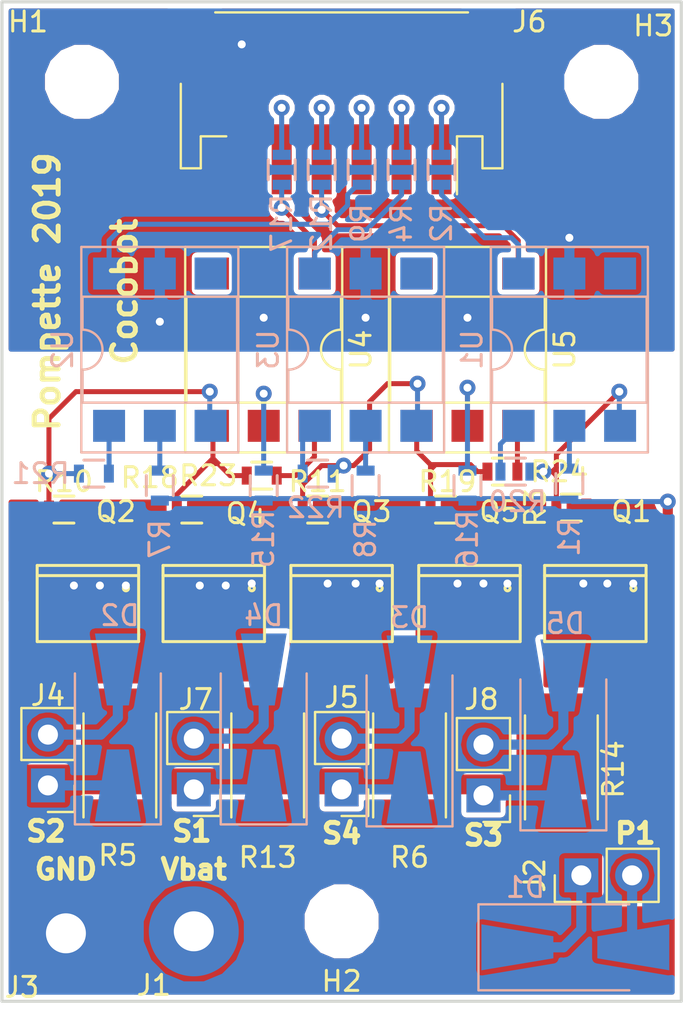
<source format=kicad_pcb>
(kicad_pcb (version 20171130) (host pcbnew "(5.0.0-rc2-108-g8444b1b61-dirty)")

  (general
    (thickness 1.6)
    (drawings 12)
    (tracks 367)
    (zones 0)
    (modules 50)
    (nets 46)
  )

  (page A4)
  (layers
    (0 F.Cu signal)
    (31 B.Cu signal)
    (32 B.Adhes user)
    (33 F.Adhes user)
    (34 B.Paste user)
    (35 F.Paste user)
    (36 B.SilkS user)
    (37 F.SilkS user)
    (38 B.Mask user)
    (39 F.Mask user)
    (40 Dwgs.User user)
    (41 Cmts.User user)
    (42 Eco1.User user)
    (43 Eco2.User user)
    (44 Edge.Cuts user)
    (45 Margin user)
    (46 B.CrtYd user hide)
    (47 F.CrtYd user hide)
    (48 B.Fab user hide)
    (49 F.Fab user hide)
  )

  (setup
    (last_trace_width 0.25)
    (user_trace_width 0.508)
    (trace_clearance 0.2)
    (zone_clearance 0.254)
    (zone_45_only no)
    (trace_min 0.2)
    (segment_width 0.2)
    (edge_width 0.15)
    (via_size 0.8)
    (via_drill 0.4)
    (via_min_size 0.4)
    (via_min_drill 0.3)
    (uvia_size 0.3)
    (uvia_drill 0.1)
    (uvias_allowed no)
    (uvia_min_size 0.2)
    (uvia_min_drill 0.1)
    (pcb_text_width 0.3)
    (pcb_text_size 1.5 1.5)
    (mod_edge_width 0.15)
    (mod_text_size 1 1)
    (mod_text_width 0.15)
    (pad_size 1.524 1.524)
    (pad_drill 0.762)
    (pad_to_mask_clearance 0.2)
    (aux_axis_origin 0 0)
    (visible_elements FFFFFF7F)
    (pcbplotparams
      (layerselection 0x010fc_ffffffff)
      (usegerberextensions false)
      (usegerberattributes false)
      (usegerberadvancedattributes false)
      (creategerberjobfile false)
      (excludeedgelayer true)
      (linewidth 0.100000)
      (plotframeref false)
      (viasonmask false)
      (mode 1)
      (useauxorigin false)
      (hpglpennumber 1)
      (hpglpenspeed 20)
      (hpglpendiameter 15.000000)
      (psnegative false)
      (psa4output false)
      (plotreference true)
      (plotvalue true)
      (plotinvisibletext false)
      (padsonsilk false)
      (subtractmaskfromsilk false)
      (outputformat 1)
      (mirror false)
      (drillshape 1)
      (scaleselection 1)
      (outputdirectory ""))
  )

  (net 0 "")
  (net 1 "Net-(D4-Pad1)")
  (net 2 +BATT)
  (net 3 "Net-(D5-Pad1)")
  (net 4 "Net-(D2-Pad1)")
  (net 5 "Net-(D3-Pad1)")
  (net 6 "Net-(D5-Pad2)")
  (net 7 "Net-(D1-Pad2)")
  (net 8 "Net-(D2-Pad2)")
  (net 9 "Net-(D3-Pad2)")
  (net 10 "Net-(D4-Pad2)")
  (net 11 GNDD)
  (net 12 /solenoid_4_3v3)
  (net 13 /solenoid_3_3v3)
  (net 14 /solenoid_2_3v3)
  (net 15 /solenoid_1_3v3)
  (net 16 /pump_3v3)
  (net 17 GND)
  (net 18 "Net-(Q3-PadG)")
  (net 19 "Net-(Q1-PadG)")
  (net 20 "Net-(Q4-PadG)")
  (net 21 "Net-(Q5-PadG)")
  (net 22 "Net-(Q2-PadG)")
  (net 23 "Net-(H3-Pad1)")
  (net 24 "Net-(H2-Pad1)")
  (net 25 "Net-(H1-Pad1)")
  (net 26 "Net-(R17-Pad1)")
  (net 27 "Net-(R16-Pad2)")
  (net 28 "Net-(R15-Pad2)")
  (net 29 "Net-(R12-Pad1)")
  (net 30 "Net-(R9-Pad1)")
  (net 31 "Net-(R8-Pad2)")
  (net 32 "Net-(R7-Pad2)")
  (net 33 "Net-(R1-Pad2)")
  (net 34 "Net-(R2-Pad1)")
  (net 35 "Net-(R4-Pad1)")
  (net 36 "Net-(U5-Pad3)")
  (net 37 "Net-(U1-Pad3)")
  (net 38 "Net-(U2-Pad3)")
  (net 39 "Net-(U3-Pad3)")
  (net 40 "Net-(U4-Pad3)")
  (net 41 "Net-(R24-Pad2)")
  (net 42 "Net-(R23-Pad2)")
  (net 43 "Net-(R22-Pad2)")
  (net 44 "Net-(R21-Pad2)")
  (net 45 "Net-(R20-Pad2)")

  (net_class Default "This is the default net class."
    (clearance 0.2)
    (trace_width 0.25)
    (via_dia 0.8)
    (via_drill 0.4)
    (uvia_dia 0.3)
    (uvia_drill 0.1)
    (add_net +BATT)
    (add_net /pump_3v3)
    (add_net /solenoid_1_3v3)
    (add_net /solenoid_2_3v3)
    (add_net /solenoid_3_3v3)
    (add_net /solenoid_4_3v3)
    (add_net GND)
    (add_net GNDD)
    (add_net "Net-(D1-Pad2)")
    (add_net "Net-(D2-Pad1)")
    (add_net "Net-(D2-Pad2)")
    (add_net "Net-(D3-Pad1)")
    (add_net "Net-(D3-Pad2)")
    (add_net "Net-(D4-Pad1)")
    (add_net "Net-(D4-Pad2)")
    (add_net "Net-(D5-Pad1)")
    (add_net "Net-(D5-Pad2)")
    (add_net "Net-(H1-Pad1)")
    (add_net "Net-(H2-Pad1)")
    (add_net "Net-(H3-Pad1)")
    (add_net "Net-(Q1-PadG)")
    (add_net "Net-(Q2-PadG)")
    (add_net "Net-(Q3-PadG)")
    (add_net "Net-(Q4-PadG)")
    (add_net "Net-(Q5-PadG)")
    (add_net "Net-(R1-Pad2)")
    (add_net "Net-(R12-Pad1)")
    (add_net "Net-(R15-Pad2)")
    (add_net "Net-(R16-Pad2)")
    (add_net "Net-(R17-Pad1)")
    (add_net "Net-(R2-Pad1)")
    (add_net "Net-(R20-Pad2)")
    (add_net "Net-(R21-Pad2)")
    (add_net "Net-(R22-Pad2)")
    (add_net "Net-(R23-Pad2)")
    (add_net "Net-(R24-Pad2)")
    (add_net "Net-(R4-Pad1)")
    (add_net "Net-(R7-Pad2)")
    (add_net "Net-(R8-Pad2)")
    (add_net "Net-(R9-Pad1)")
    (add_net "Net-(U1-Pad3)")
    (add_net "Net-(U2-Pad3)")
    (add_net "Net-(U3-Pad3)")
    (add_net "Net-(U4-Pad3)")
    (add_net "Net-(U5-Pad3)")
  )

  (module espitall:R_0603 (layer B.Cu) (tedit 59D9CCBF) (tstamp 5C93E30D)
    (at 75.7 73.5 180)
    (descr "Resistor SMD 0603, reflow soldering, Vishay (see dcrcw.pdf)")
    (tags "resistor 0603")
    (path /5C94336B)
    (attr smd)
    (fp_text reference R20 (at -0.1 -1.5) (layer B.SilkS)
      (effects (font (size 1 1) (thickness 0.15)) (justify mirror))
    )
    (fp_text value 470k (at 0 -1.9 180) (layer B.Fab)
      (effects (font (size 1 1) (thickness 0.15)) (justify mirror))
    )
    (fp_line (start -1.3 0.8) (end 1.3 0.8) (layer B.CrtYd) (width 0.05))
    (fp_line (start -1.3 -0.8) (end 1.3 -0.8) (layer B.CrtYd) (width 0.05))
    (fp_line (start -1.3 0.8) (end -1.3 -0.8) (layer B.CrtYd) (width 0.05))
    (fp_line (start 1.3 0.8) (end 1.3 -0.8) (layer B.CrtYd) (width 0.05))
    (fp_line (start 0.5 -0.675) (end -0.5 -0.675) (layer B.SilkS) (width 0.15))
    (fp_line (start -0.5 0.675) (end 0.5 0.675) (layer B.SilkS) (width 0.15))
    (pad 1 smd rect (at -0.75 0 180) (size 0.5 0.9) (layers B.Cu B.Paste B.Mask)
      (net 19 "Net-(Q1-PadG)"))
    (pad 2 smd rect (at 0.75 0 180) (size 0.5 0.9) (layers B.Cu B.Paste B.Mask)
      (net 45 "Net-(R20-Pad2)"))
    (model "/home/damien/prog/cocobot/hardware/step/SW3DPS-RESISTOR 0603-DEFAULT.STEP"
      (at (xyz 0 0 0))
      (scale (xyz 1 1 1))
      (rotate (xyz -90 0 0))
    )
  )

  (module espitall:R_0603 (layer B.Cu) (tedit 59D9CCBF) (tstamp 5C93E301)
    (at 54.6 73.6)
    (descr "Resistor SMD 0603, reflow soldering, Vishay (see dcrcw.pdf)")
    (tags "resistor 0603")
    (path /5C9547BD)
    (attr smd)
    (fp_text reference R21 (at -2.674 -0.004 180) (layer B.SilkS)
      (effects (font (size 1 1) (thickness 0.15)) (justify mirror))
    )
    (fp_text value 470k (at 0 -1.9) (layer B.Fab)
      (effects (font (size 1 1) (thickness 0.15)) (justify mirror))
    )
    (fp_line (start -0.5 0.675) (end 0.5 0.675) (layer B.SilkS) (width 0.15))
    (fp_line (start 0.5 -0.675) (end -0.5 -0.675) (layer B.SilkS) (width 0.15))
    (fp_line (start 1.3 0.8) (end 1.3 -0.8) (layer B.CrtYd) (width 0.05))
    (fp_line (start -1.3 0.8) (end -1.3 -0.8) (layer B.CrtYd) (width 0.05))
    (fp_line (start -1.3 -0.8) (end 1.3 -0.8) (layer B.CrtYd) (width 0.05))
    (fp_line (start -1.3 0.8) (end 1.3 0.8) (layer B.CrtYd) (width 0.05))
    (pad 2 smd rect (at 0.75 0) (size 0.5 0.9) (layers B.Cu B.Paste B.Mask)
      (net 44 "Net-(R21-Pad2)"))
    (pad 1 smd rect (at -0.75 0) (size 0.5 0.9) (layers B.Cu B.Paste B.Mask)
      (net 22 "Net-(Q2-PadG)"))
    (model "/home/damien/prog/cocobot/hardware/step/SW3DPS-RESISTOR 0603-DEFAULT.STEP"
      (at (xyz 0 0 0))
      (scale (xyz 1 1 1))
      (rotate (xyz -90 0 0))
    )
  )

  (module espitall:R_0603 (layer B.Cu) (tedit 59D9CCBF) (tstamp 5C93E2F5)
    (at 65.8 73.6 180)
    (descr "Resistor SMD 0603, reflow soldering, Vishay (see dcrcw.pdf)")
    (tags "resistor 0603")
    (path /5C95AA5E)
    (attr smd)
    (fp_text reference R22 (at 0.1 -1.7) (layer B.SilkS)
      (effects (font (size 1 1) (thickness 0.15)) (justify mirror))
    )
    (fp_text value 470k (at 0 -1.9 180) (layer B.Fab)
      (effects (font (size 1 1) (thickness 0.15)) (justify mirror))
    )
    (fp_line (start -1.3 0.8) (end 1.3 0.8) (layer B.CrtYd) (width 0.05))
    (fp_line (start -1.3 -0.8) (end 1.3 -0.8) (layer B.CrtYd) (width 0.05))
    (fp_line (start -1.3 0.8) (end -1.3 -0.8) (layer B.CrtYd) (width 0.05))
    (fp_line (start 1.3 0.8) (end 1.3 -0.8) (layer B.CrtYd) (width 0.05))
    (fp_line (start 0.5 -0.675) (end -0.5 -0.675) (layer B.SilkS) (width 0.15))
    (fp_line (start -0.5 0.675) (end 0.5 0.675) (layer B.SilkS) (width 0.15))
    (pad 1 smd rect (at -0.75 0 180) (size 0.5 0.9) (layers B.Cu B.Paste B.Mask)
      (net 18 "Net-(Q3-PadG)"))
    (pad 2 smd rect (at 0.75 0 180) (size 0.5 0.9) (layers B.Cu B.Paste B.Mask)
      (net 43 "Net-(R22-Pad2)"))
    (model "/home/damien/prog/cocobot/hardware/step/SW3DPS-RESISTOR 0603-DEFAULT.STEP"
      (at (xyz 0 0 0))
      (scale (xyz 1 1 1))
      (rotate (xyz -90 0 0))
    )
  )

  (module espitall:R_0603 (layer F.Cu) (tedit 59D9CCBF) (tstamp 5C93E2E9)
    (at 63 73.7)
    (descr "Resistor SMD 0603, reflow soldering, Vishay (see dcrcw.pdf)")
    (tags "resistor 0603")
    (path /5C961594)
    (attr smd)
    (fp_text reference R23 (at -2.674 0.004 -180) (layer F.SilkS)
      (effects (font (size 1 1) (thickness 0.15)))
    )
    (fp_text value 470k (at 0 1.9) (layer F.Fab)
      (effects (font (size 1 1) (thickness 0.15)))
    )
    (fp_line (start -0.5 -0.675) (end 0.5 -0.675) (layer F.SilkS) (width 0.15))
    (fp_line (start 0.5 0.675) (end -0.5 0.675) (layer F.SilkS) (width 0.15))
    (fp_line (start 1.3 -0.8) (end 1.3 0.8) (layer F.CrtYd) (width 0.05))
    (fp_line (start -1.3 -0.8) (end -1.3 0.8) (layer F.CrtYd) (width 0.05))
    (fp_line (start -1.3 0.8) (end 1.3 0.8) (layer F.CrtYd) (width 0.05))
    (fp_line (start -1.3 -0.8) (end 1.3 -0.8) (layer F.CrtYd) (width 0.05))
    (pad 2 smd rect (at 0.75 0) (size 0.5 0.9) (layers F.Cu F.Paste F.Mask)
      (net 42 "Net-(R23-Pad2)"))
    (pad 1 smd rect (at -0.75 0) (size 0.5 0.9) (layers F.Cu F.Paste F.Mask)
      (net 20 "Net-(Q4-PadG)"))
    (model "/home/damien/prog/cocobot/hardware/step/SW3DPS-RESISTOR 0603-DEFAULT.STEP"
      (at (xyz 0 0 0))
      (scale (xyz 1 1 1))
      (rotate (xyz -90 0 0))
    )
  )

  (module espitall:R_0603 (layer F.Cu) (tedit 59D9CCBF) (tstamp 5C93E2DD)
    (at 75.05 73.5)
    (descr "Resistor SMD 0603, reflow soldering, Vishay (see dcrcw.pdf)")
    (tags "resistor 0603")
    (path /5C9688B0)
    (attr smd)
    (fp_text reference R24 (at 2.85 0.004 -180) (layer F.SilkS)
      (effects (font (size 1 1) (thickness 0.15)))
    )
    (fp_text value 470k (at 0 1.9) (layer F.Fab)
      (effects (font (size 1 1) (thickness 0.15)))
    )
    (fp_line (start -1.3 -0.8) (end 1.3 -0.8) (layer F.CrtYd) (width 0.05))
    (fp_line (start -1.3 0.8) (end 1.3 0.8) (layer F.CrtYd) (width 0.05))
    (fp_line (start -1.3 -0.8) (end -1.3 0.8) (layer F.CrtYd) (width 0.05))
    (fp_line (start 1.3 -0.8) (end 1.3 0.8) (layer F.CrtYd) (width 0.05))
    (fp_line (start 0.5 0.675) (end -0.5 0.675) (layer F.SilkS) (width 0.15))
    (fp_line (start -0.5 -0.675) (end 0.5 -0.675) (layer F.SilkS) (width 0.15))
    (pad 1 smd rect (at -0.75 0) (size 0.5 0.9) (layers F.Cu F.Paste F.Mask)
      (net 21 "Net-(Q5-PadG)"))
    (pad 2 smd rect (at 0.75 0) (size 0.5 0.9) (layers F.Cu F.Paste F.Mask)
      (net 41 "Net-(R24-Pad2)"))
    (model "/home/damien/prog/cocobot/hardware/step/SW3DPS-RESISTOR 0603-DEFAULT.STEP"
      (at (xyz 0 0 0))
      (scale (xyz 1 1 1))
      (rotate (xyz -90 0 0))
    )
  )

  (module Wire_Pads:SolderWirePad_single_2mmDrill (layer F.Cu) (tedit 0) (tstamp 5C80576F)
    (at 59.6 96.5)
    (path /5C87E57F)
    (fp_text reference J1 (at -2 2.7) (layer F.SilkS)
      (effects (font (size 1 1) (thickness 0.15)))
    )
    (fp_text value Conn_01x01 (at -0.635 3.81) (layer F.Fab)
      (effects (font (size 1 1) (thickness 0.15)))
    )
    (pad 1 thru_hole circle (at 0 0) (size 4.50088 4.50088) (drill 1.99898) (layers *.Cu *.Mask)
      (net 2 +BATT))
  )

  (module Wire_Pads:SolderWirePad_single_2mmDrill (layer F.Cu) (tedit 0) (tstamp 5C80576B)
    (at 53.2 96.6)
    (path /5C87E65F)
    (fp_text reference J3 (at -2.2 2.7) (layer F.SilkS)
      (effects (font (size 1 1) (thickness 0.15)))
    )
    (fp_text value Conn_01x01 (at -0.635 3.81) (layer F.Fab)
      (effects (font (size 1 1) (thickness 0.15)))
    )
    (pad 1 thru_hole circle (at 0 0) (size 4.50088 4.50088) (drill 1.99898) (layers *.Cu *.Mask)
      (net 17 GND))
  )

  (module espitall:JST_PH_S6B-PH-SM4-TB_06x2.00mm_Angled (layer F.Cu) (tedit 5B1BFFB6) (tstamp 5C80569D)
    (at 67 55 180)
    (descr "JST PH series connector, S6B-PH-SM4-TB, side entry type, surface mount, Datasheet: http://www.jst-mfg.com/product/pdf/eng/ePH.pdf")
    (tags "connector jst ph")
    (path /5C86F4FE)
    (attr smd)
    (fp_text reference J6 (at -9.4 4 180) (layer F.SilkS)
      (effects (font (size 1 1) (thickness 0.15)))
    )
    (fp_text value JST_PH_S6B-PH-SM4-TB_06x2.00mm_Angled (at 0 5.375 180) (layer F.Fab)
      (effects (font (size 1 1) (thickness 0.15)))
    )
    (fp_text user %R (at 0 1.5 180) (layer F.Fab)
      (effects (font (size 1 1) (thickness 0.15)))
    )
    (fp_line (start 8.6 -5.13) (end -8.6 -5.13) (layer F.CrtYd) (width 0.05))
    (fp_line (start 8.6 5.07) (end 8.6 -5.13) (layer F.CrtYd) (width 0.05))
    (fp_line (start -8.6 5.07) (end 8.6 5.07) (layer F.CrtYd) (width 0.05))
    (fp_line (start -8.6 -5.13) (end -8.6 5.07) (layer F.CrtYd) (width 0.05))
    (fp_line (start -5 -0.625) (end -4 -1.625) (layer F.Fab) (width 0.1))
    (fp_line (start -6 -1.625) (end -5 -0.625) (layer F.Fab) (width 0.1))
    (fp_line (start -5.775 -1.725) (end -5.775 -4.625) (layer F.SilkS) (width 0.12))
    (fp_line (start -6.325 4.475) (end 6.325 4.475) (layer F.SilkS) (width 0.12))
    (fp_line (start 7.05 -1.725) (end 5.775 -1.725) (layer F.SilkS) (width 0.12))
    (fp_line (start 7.05 -3.325) (end 7.05 -1.725) (layer F.SilkS) (width 0.12))
    (fp_line (start 8.05 -3.325) (end 7.05 -3.325) (layer F.SilkS) (width 0.12))
    (fp_line (start 8.05 0.9) (end 8.05 -3.325) (layer F.SilkS) (width 0.12))
    (fp_line (start -8.05 -3.325) (end -8.05 0.9) (layer F.SilkS) (width 0.12))
    (fp_line (start -7.05 -3.325) (end -8.05 -3.325) (layer F.SilkS) (width 0.12))
    (fp_line (start -7.05 -1.725) (end -7.05 -3.325) (layer F.SilkS) (width 0.12))
    (fp_line (start -5.775 -1.725) (end -7.05 -1.725) (layer F.SilkS) (width 0.12))
    (fp_line (start 7.15 -1.625) (end -7.15 -1.625) (layer F.Fab) (width 0.1))
    (fp_line (start 7.15 -3.225) (end 7.15 -1.625) (layer F.Fab) (width 0.1))
    (fp_line (start 7.95 -3.225) (end 7.15 -3.225) (layer F.Fab) (width 0.1))
    (fp_line (start 7.95 4.375) (end 7.95 -3.225) (layer F.Fab) (width 0.1))
    (fp_line (start -7.95 4.375) (end 7.95 4.375) (layer F.Fab) (width 0.1))
    (fp_line (start -7.95 -3.225) (end -7.95 4.375) (layer F.Fab) (width 0.1))
    (fp_line (start -7.15 -3.225) (end -7.95 -3.225) (layer F.Fab) (width 0.1))
    (fp_line (start -7.15 -1.625) (end -7.15 -3.225) (layer F.Fab) (width 0.1))
    (pad case smd rect (at 7.35 2.875 180) (size 1.5 3.4) (layers F.Cu F.Paste F.Mask)
      (net 11 GNDD))
    (pad case smd rect (at -7.35 2.875 180) (size 1.5 3.4) (layers F.Cu F.Paste F.Mask)
      (net 11 GNDD))
    (pad 6 smd rect (at 5 -2.875 180) (size 1 3.5) (layers F.Cu F.Paste F.Mask)
      (net 11 GNDD))
    (pad 5 smd rect (at 3 -2.875 180) (size 1 3.5) (layers F.Cu F.Paste F.Mask)
      (net 12 /solenoid_4_3v3))
    (pad 4 smd rect (at 1 -2.875 180) (size 1 3.5) (layers F.Cu F.Paste F.Mask)
      (net 13 /solenoid_3_3v3))
    (pad 3 smd rect (at -1 -2.875 180) (size 1 3.5) (layers F.Cu F.Paste F.Mask)
      (net 14 /solenoid_2_3v3))
    (pad 2 smd rect (at -3 -2.875 180) (size 1 3.5) (layers F.Cu F.Paste F.Mask)
      (net 15 /solenoid_1_3v3))
    (pad 1 smd rect (at -5 -2.875 180) (size 1 3.5) (layers F.Cu F.Paste F.Mask)
      (net 16 /pump_3v3))
    (model /home/damien/prog/cocobot/hardware/step/S6B-PH-SM4-TB.stp
      (offset (xyz 0 -4.5 0))
      (scale (xyz 1 1 1))
      (rotate (xyz -90 0 0))
    )
  )

  (module espitall:Pin_Header_Straight_1x02_Pitch2.54mm (layer F.Cu) (tedit 59D930F4) (tstamp 5C805661)
    (at 67 89.4 180)
    (descr "Through hole straight pin header, 1x02, 2.54mm pitch, single row")
    (tags "Through hole pin header THT 1x02 2.54mm single row")
    (path /5C80AAA0)
    (fp_text reference J5 (at 0 4.6 180) (layer F.SilkS)
      (effects (font (size 1 1) (thickness 0.15)))
    )
    (fp_text value Conn_01x02 (at 0 4.87 180) (layer F.Fab)
      (effects (font (size 1 1) (thickness 0.15)))
    )
    (fp_text user %R (at 0 -2.33 180) (layer F.Fab)
      (effects (font (size 1 1) (thickness 0.15)))
    )
    (fp_line (start 1.8 -1.8) (end -1.8 -1.8) (layer F.CrtYd) (width 0.05))
    (fp_line (start 1.8 4.35) (end 1.8 -1.8) (layer F.CrtYd) (width 0.05))
    (fp_line (start -1.8 4.35) (end 1.8 4.35) (layer F.CrtYd) (width 0.05))
    (fp_line (start -1.8 -1.8) (end -1.8 4.35) (layer F.CrtYd) (width 0.05))
    (fp_line (start -1.33 -1.33) (end 0 -1.33) (layer F.SilkS) (width 0.12))
    (fp_line (start -1.33 0) (end -1.33 -1.33) (layer F.SilkS) (width 0.12))
    (fp_line (start 1.33 1.27) (end -1.33 1.27) (layer F.SilkS) (width 0.12))
    (fp_line (start 1.33 3.87) (end 1.33 1.27) (layer F.SilkS) (width 0.12))
    (fp_line (start -1.33 3.87) (end 1.33 3.87) (layer F.SilkS) (width 0.12))
    (fp_line (start -1.33 1.27) (end -1.33 3.87) (layer F.SilkS) (width 0.12))
    (fp_line (start 1.27 -1.27) (end -1.27 -1.27) (layer F.Fab) (width 0.1))
    (fp_line (start 1.27 3.81) (end 1.27 -1.27) (layer F.Fab) (width 0.1))
    (fp_line (start -1.27 3.81) (end 1.27 3.81) (layer F.Fab) (width 0.1))
    (fp_line (start -1.27 -1.27) (end -1.27 3.81) (layer F.Fab) (width 0.1))
    (pad 2 thru_hole oval (at 0 2.54 180) (size 1.7 1.7) (drill 1) (layers *.Cu *.Mask)
      (net 9 "Net-(D3-Pad2)"))
    (pad 1 thru_hole rect (at 0 0 180) (size 1.7 1.7) (drill 1) (layers *.Cu *.Mask)
      (net 5 "Net-(D3-Pad1)"))
    (model "/home/damien/prog/cocobot/hardware/step/User Library-Header Vertical 2_54mm Pitch2-12 Way.STEP"
      (offset (xyz -1.269999980926514 -1.269999980926514 0))
      (scale (xyz 1 1 1))
      (rotate (xyz -90 0 0))
    )
  )

  (module espitall:Pin_Header_Straight_1x02_Pitch2.54mm (layer F.Cu) (tedit 59D930F4) (tstamp 5C805660)
    (at 74.1 89.7 180)
    (descr "Through hole straight pin header, 1x02, 2.54mm pitch, single row")
    (tags "Through hole pin header THT 1x02 2.54mm single row")
    (path /5C80C3D4)
    (fp_text reference J8 (at 0.1 4.8 180) (layer F.SilkS)
      (effects (font (size 1 1) (thickness 0.15)))
    )
    (fp_text value Conn_01x02 (at 0 4.87 180) (layer F.Fab)
      (effects (font (size 1 1) (thickness 0.15)))
    )
    (fp_line (start -1.27 -1.27) (end -1.27 3.81) (layer F.Fab) (width 0.1))
    (fp_line (start -1.27 3.81) (end 1.27 3.81) (layer F.Fab) (width 0.1))
    (fp_line (start 1.27 3.81) (end 1.27 -1.27) (layer F.Fab) (width 0.1))
    (fp_line (start 1.27 -1.27) (end -1.27 -1.27) (layer F.Fab) (width 0.1))
    (fp_line (start -1.33 1.27) (end -1.33 3.87) (layer F.SilkS) (width 0.12))
    (fp_line (start -1.33 3.87) (end 1.33 3.87) (layer F.SilkS) (width 0.12))
    (fp_line (start 1.33 3.87) (end 1.33 1.27) (layer F.SilkS) (width 0.12))
    (fp_line (start 1.33 1.27) (end -1.33 1.27) (layer F.SilkS) (width 0.12))
    (fp_line (start -1.33 0) (end -1.33 -1.33) (layer F.SilkS) (width 0.12))
    (fp_line (start -1.33 -1.33) (end 0 -1.33) (layer F.SilkS) (width 0.12))
    (fp_line (start -1.8 -1.8) (end -1.8 4.35) (layer F.CrtYd) (width 0.05))
    (fp_line (start -1.8 4.35) (end 1.8 4.35) (layer F.CrtYd) (width 0.05))
    (fp_line (start 1.8 4.35) (end 1.8 -1.8) (layer F.CrtYd) (width 0.05))
    (fp_line (start 1.8 -1.8) (end -1.8 -1.8) (layer F.CrtYd) (width 0.05))
    (fp_text user %R (at 0 -2.33 180) (layer F.Fab)
      (effects (font (size 1 1) (thickness 0.15)))
    )
    (pad 1 thru_hole rect (at 0 0 180) (size 1.7 1.7) (drill 1) (layers *.Cu *.Mask)
      (net 3 "Net-(D5-Pad1)"))
    (pad 2 thru_hole oval (at 0 2.54 180) (size 1.7 1.7) (drill 1) (layers *.Cu *.Mask)
      (net 6 "Net-(D5-Pad2)"))
    (model "/home/damien/prog/cocobot/hardware/step/User Library-Header Vertical 2_54mm Pitch2-12 Way.STEP"
      (offset (xyz -1.269999980926514 -1.269999980926514 0))
      (scale (xyz 1 1 1))
      (rotate (xyz -90 0 0))
    )
  )

  (module Housings_DIP:DIP-6_W7.62mm_SMDSocket_SmallPads (layer F.Cu) (tedit 59C78D6B) (tstamp 5C804A92)
    (at 63.1 67.4 270)
    (descr "6-lead though-hole mounted DIP package, row spacing 7.62 mm (300 mils), SMDSocket, SmallPads")
    (tags "THT DIP DIL PDIP 2.54mm 7.62mm 300mil SMDSocket SmallPads")
    (path /5C80C339)
    (attr smd)
    (fp_text reference U4 (at 0 -4.87 270) (layer F.SilkS)
      (effects (font (size 1 1) (thickness 0.15)))
    )
    (fp_text value " CNY17-3-300E" (at 0 4.87 270) (layer F.Fab)
      (effects (font (size 1 1) (thickness 0.15)))
    )
    (fp_text user %R (at 0 0 270) (layer F.Fab)
      (effects (font (size 1 1) (thickness 0.15)))
    )
    (fp_line (start 5.35 -4.15) (end -5.35 -4.15) (layer F.CrtYd) (width 0.05))
    (fp_line (start 5.35 4.15) (end 5.35 -4.15) (layer F.CrtYd) (width 0.05))
    (fp_line (start -5.35 4.15) (end 5.35 4.15) (layer F.CrtYd) (width 0.05))
    (fp_line (start -5.35 -4.15) (end -5.35 4.15) (layer F.CrtYd) (width 0.05))
    (fp_line (start 5.14 -3.93) (end -5.14 -3.93) (layer F.SilkS) (width 0.12))
    (fp_line (start 5.14 3.93) (end 5.14 -3.93) (layer F.SilkS) (width 0.12))
    (fp_line (start -5.14 3.93) (end 5.14 3.93) (layer F.SilkS) (width 0.12))
    (fp_line (start -5.14 -3.93) (end -5.14 3.93) (layer F.SilkS) (width 0.12))
    (fp_line (start 2.65 -3.87) (end 1 -3.87) (layer F.SilkS) (width 0.12))
    (fp_line (start 2.65 3.87) (end 2.65 -3.87) (layer F.SilkS) (width 0.12))
    (fp_line (start -2.65 3.87) (end 2.65 3.87) (layer F.SilkS) (width 0.12))
    (fp_line (start -2.65 -3.87) (end -2.65 3.87) (layer F.SilkS) (width 0.12))
    (fp_line (start -1 -3.87) (end -2.65 -3.87) (layer F.SilkS) (width 0.12))
    (fp_line (start 5.08 -3.87) (end -5.08 -3.87) (layer F.Fab) (width 0.1))
    (fp_line (start 5.08 3.87) (end 5.08 -3.87) (layer F.Fab) (width 0.1))
    (fp_line (start -5.08 3.87) (end 5.08 3.87) (layer F.Fab) (width 0.1))
    (fp_line (start -5.08 -3.87) (end -5.08 3.87) (layer F.Fab) (width 0.1))
    (fp_line (start -3.175 -2.81) (end -2.175 -3.81) (layer F.Fab) (width 0.1))
    (fp_line (start -3.175 3.81) (end -3.175 -2.81) (layer F.Fab) (width 0.1))
    (fp_line (start 3.175 3.81) (end -3.175 3.81) (layer F.Fab) (width 0.1))
    (fp_line (start 3.175 -3.81) (end 3.175 3.81) (layer F.Fab) (width 0.1))
    (fp_line (start -2.175 -3.81) (end 3.175 -3.81) (layer F.Fab) (width 0.1))
    (fp_arc (start 0 -3.87) (end -1 -3.87) (angle -180) (layer F.SilkS) (width 0.12))
    (pad 6 smd rect (at 3.81 -2.54 270) (size 1.6 1.6) (layers F.Cu F.Paste F.Mask)
      (net 42 "Net-(R23-Pad2)"))
    (pad 3 smd rect (at -3.81 2.54 270) (size 1.6 1.6) (layers F.Cu F.Paste F.Mask)
      (net 40 "Net-(U4-Pad3)"))
    (pad 5 smd rect (at 3.81 0 270) (size 1.6 1.6) (layers F.Cu F.Paste F.Mask)
      (net 28 "Net-(R15-Pad2)"))
    (pad 2 smd rect (at -3.81 0 270) (size 1.6 1.6) (layers F.Cu F.Paste F.Mask)
      (net 11 GNDD))
    (pad 4 smd rect (at 3.81 2.54 270) (size 1.6 1.6) (layers F.Cu F.Paste F.Mask)
      (net 20 "Net-(Q4-PadG)"))
    (pad 1 smd rect (at -3.81 -2.54 270) (size 1.6 1.6) (layers F.Cu F.Paste F.Mask)
      (net 26 "Net-(R17-Pad1)"))
    (model ${KISYS3DMOD}/Housings_DIP.3dshapes/DIP-6_W7.62mm_SMDSocket.wrl
      (at (xyz 0 0 0))
      (scale (xyz 1 1 1))
      (rotate (xyz 0 0 0))
    )
  )

  (module Housings_DIP:DIP-6_W7.62mm_SMDSocket_SmallPads (layer B.Cu) (tedit 59C78D6B) (tstamp 5C804A70)
    (at 68.2 67.4 270)
    (descr "6-lead though-hole mounted DIP package, row spacing 7.62 mm (300 mils), SMDSocket, SmallPads")
    (tags "THT DIP DIL PDIP 2.54mm 7.62mm 300mil SMDSocket SmallPads")
    (path /5C80AA61)
    (attr smd)
    (fp_text reference U3 (at 0 4.87 270) (layer B.SilkS)
      (effects (font (size 1 1) (thickness 0.15)) (justify mirror))
    )
    (fp_text value " CNY17-3-300E" (at 0 -4.87 270) (layer B.Fab)
      (effects (font (size 1 1) (thickness 0.15)) (justify mirror))
    )
    (fp_arc (start 0 3.87) (end -1 3.87) (angle 180) (layer B.SilkS) (width 0.12))
    (fp_line (start -2.175 3.81) (end 3.175 3.81) (layer B.Fab) (width 0.1))
    (fp_line (start 3.175 3.81) (end 3.175 -3.81) (layer B.Fab) (width 0.1))
    (fp_line (start 3.175 -3.81) (end -3.175 -3.81) (layer B.Fab) (width 0.1))
    (fp_line (start -3.175 -3.81) (end -3.175 2.81) (layer B.Fab) (width 0.1))
    (fp_line (start -3.175 2.81) (end -2.175 3.81) (layer B.Fab) (width 0.1))
    (fp_line (start -5.08 3.87) (end -5.08 -3.87) (layer B.Fab) (width 0.1))
    (fp_line (start -5.08 -3.87) (end 5.08 -3.87) (layer B.Fab) (width 0.1))
    (fp_line (start 5.08 -3.87) (end 5.08 3.87) (layer B.Fab) (width 0.1))
    (fp_line (start 5.08 3.87) (end -5.08 3.87) (layer B.Fab) (width 0.1))
    (fp_line (start -1 3.87) (end -2.65 3.87) (layer B.SilkS) (width 0.12))
    (fp_line (start -2.65 3.87) (end -2.65 -3.87) (layer B.SilkS) (width 0.12))
    (fp_line (start -2.65 -3.87) (end 2.65 -3.87) (layer B.SilkS) (width 0.12))
    (fp_line (start 2.65 -3.87) (end 2.65 3.87) (layer B.SilkS) (width 0.12))
    (fp_line (start 2.65 3.87) (end 1 3.87) (layer B.SilkS) (width 0.12))
    (fp_line (start -5.14 3.93) (end -5.14 -3.93) (layer B.SilkS) (width 0.12))
    (fp_line (start -5.14 -3.93) (end 5.14 -3.93) (layer B.SilkS) (width 0.12))
    (fp_line (start 5.14 -3.93) (end 5.14 3.93) (layer B.SilkS) (width 0.12))
    (fp_line (start 5.14 3.93) (end -5.14 3.93) (layer B.SilkS) (width 0.12))
    (fp_line (start -5.35 4.15) (end -5.35 -4.15) (layer B.CrtYd) (width 0.05))
    (fp_line (start -5.35 -4.15) (end 5.35 -4.15) (layer B.CrtYd) (width 0.05))
    (fp_line (start 5.35 -4.15) (end 5.35 4.15) (layer B.CrtYd) (width 0.05))
    (fp_line (start 5.35 4.15) (end -5.35 4.15) (layer B.CrtYd) (width 0.05))
    (fp_text user %R (at 0 0 270) (layer B.Fab)
      (effects (font (size 1 1) (thickness 0.15)) (justify mirror))
    )
    (pad 1 smd rect (at -3.81 2.54 270) (size 1.6 1.6) (layers B.Cu B.Paste B.Mask)
      (net 35 "Net-(R4-Pad1)"))
    (pad 4 smd rect (at 3.81 -2.54 270) (size 1.6 1.6) (layers B.Cu B.Paste B.Mask)
      (net 18 "Net-(Q3-PadG)"))
    (pad 2 smd rect (at -3.81 0 270) (size 1.6 1.6) (layers B.Cu B.Paste B.Mask)
      (net 11 GNDD))
    (pad 5 smd rect (at 3.81 0 270) (size 1.6 1.6) (layers B.Cu B.Paste B.Mask)
      (net 31 "Net-(R8-Pad2)"))
    (pad 3 smd rect (at -3.81 -2.54 270) (size 1.6 1.6) (layers B.Cu B.Paste B.Mask)
      (net 39 "Net-(U3-Pad3)"))
    (pad 6 smd rect (at 3.81 2.54 270) (size 1.6 1.6) (layers B.Cu B.Paste B.Mask)
      (net 43 "Net-(R22-Pad2)"))
    (model ${KISYS3DMOD}/Housings_DIP.3dshapes/DIP-6_W7.62mm_SMDSocket.wrl
      (at (xyz 0 0 0))
      (scale (xyz 1 1 1))
      (rotate (xyz 0 0 0))
    )
  )

  (module Housings_DIP:DIP-6_W7.62mm_SMDSocket_SmallPads (layer B.Cu) (tedit 59C78D6B) (tstamp 5C804A4E)
    (at 57.9 67.4 270)
    (descr "6-lead though-hole mounted DIP package, row spacing 7.62 mm (300 mils), SMDSocket, SmallPads")
    (tags "THT DIP DIL PDIP 2.54mm 7.62mm 300mil SMDSocket SmallPads")
    (path /5C8083E0)
    (attr smd)
    (fp_text reference U2 (at 0 4.87 270) (layer B.SilkS)
      (effects (font (size 1 1) (thickness 0.15)) (justify mirror))
    )
    (fp_text value " CNY17-3-300E" (at 0 -4.87 270) (layer B.Fab)
      (effects (font (size 1 1) (thickness 0.15)) (justify mirror))
    )
    (fp_text user %R (at 0 0 270) (layer B.Fab)
      (effects (font (size 1 1) (thickness 0.15)) (justify mirror))
    )
    (fp_line (start 5.35 4.15) (end -5.35 4.15) (layer B.CrtYd) (width 0.05))
    (fp_line (start 5.35 -4.15) (end 5.35 4.15) (layer B.CrtYd) (width 0.05))
    (fp_line (start -5.35 -4.15) (end 5.35 -4.15) (layer B.CrtYd) (width 0.05))
    (fp_line (start -5.35 4.15) (end -5.35 -4.15) (layer B.CrtYd) (width 0.05))
    (fp_line (start 5.14 3.93) (end -5.14 3.93) (layer B.SilkS) (width 0.12))
    (fp_line (start 5.14 -3.93) (end 5.14 3.93) (layer B.SilkS) (width 0.12))
    (fp_line (start -5.14 -3.93) (end 5.14 -3.93) (layer B.SilkS) (width 0.12))
    (fp_line (start -5.14 3.93) (end -5.14 -3.93) (layer B.SilkS) (width 0.12))
    (fp_line (start 2.65 3.87) (end 1 3.87) (layer B.SilkS) (width 0.12))
    (fp_line (start 2.65 -3.87) (end 2.65 3.87) (layer B.SilkS) (width 0.12))
    (fp_line (start -2.65 -3.87) (end 2.65 -3.87) (layer B.SilkS) (width 0.12))
    (fp_line (start -2.65 3.87) (end -2.65 -3.87) (layer B.SilkS) (width 0.12))
    (fp_line (start -1 3.87) (end -2.65 3.87) (layer B.SilkS) (width 0.12))
    (fp_line (start 5.08 3.87) (end -5.08 3.87) (layer B.Fab) (width 0.1))
    (fp_line (start 5.08 -3.87) (end 5.08 3.87) (layer B.Fab) (width 0.1))
    (fp_line (start -5.08 -3.87) (end 5.08 -3.87) (layer B.Fab) (width 0.1))
    (fp_line (start -5.08 3.87) (end -5.08 -3.87) (layer B.Fab) (width 0.1))
    (fp_line (start -3.175 2.81) (end -2.175 3.81) (layer B.Fab) (width 0.1))
    (fp_line (start -3.175 -3.81) (end -3.175 2.81) (layer B.Fab) (width 0.1))
    (fp_line (start 3.175 -3.81) (end -3.175 -3.81) (layer B.Fab) (width 0.1))
    (fp_line (start 3.175 3.81) (end 3.175 -3.81) (layer B.Fab) (width 0.1))
    (fp_line (start -2.175 3.81) (end 3.175 3.81) (layer B.Fab) (width 0.1))
    (fp_arc (start 0 3.87) (end -1 3.87) (angle 180) (layer B.SilkS) (width 0.12))
    (pad 6 smd rect (at 3.81 2.54 270) (size 1.6 1.6) (layers B.Cu B.Paste B.Mask)
      (net 44 "Net-(R21-Pad2)"))
    (pad 3 smd rect (at -3.81 -2.54 270) (size 1.6 1.6) (layers B.Cu B.Paste B.Mask)
      (net 38 "Net-(U2-Pad3)"))
    (pad 5 smd rect (at 3.81 0 270) (size 1.6 1.6) (layers B.Cu B.Paste B.Mask)
      (net 32 "Net-(R7-Pad2)"))
    (pad 2 smd rect (at -3.81 0 270) (size 1.6 1.6) (layers B.Cu B.Paste B.Mask)
      (net 11 GNDD))
    (pad 4 smd rect (at 3.81 -2.54 270) (size 1.6 1.6) (layers B.Cu B.Paste B.Mask)
      (net 22 "Net-(Q2-PadG)"))
    (pad 1 smd rect (at -3.81 2.54 270) (size 1.6 1.6) (layers B.Cu B.Paste B.Mask)
      (net 30 "Net-(R9-Pad1)"))
    (model ${KISYS3DMOD}/Housings_DIP.3dshapes/DIP-6_W7.62mm_SMDSocket.wrl
      (at (xyz 0 0 0))
      (scale (xyz 1 1 1))
      (rotate (xyz 0 0 0))
    )
  )

  (module Housings_DIP:DIP-6_W7.62mm_SMDSocket_SmallPads (layer B.Cu) (tedit 59C78D6B) (tstamp 5C804A2C)
    (at 78.4 67.4 270)
    (descr "6-lead though-hole mounted DIP package, row spacing 7.62 mm (300 mils), SMDSocket, SmallPads")
    (tags "THT DIP DIL PDIP 2.54mm 7.62mm 300mil SMDSocket SmallPads")
    (path /5C8008D9)
    (attr smd)
    (fp_text reference U1 (at 0 4.87 270) (layer B.SilkS)
      (effects (font (size 1 1) (thickness 0.15)) (justify mirror))
    )
    (fp_text value " CNY17-3-300E" (at 0 -4.87 270) (layer B.Fab)
      (effects (font (size 1 1) (thickness 0.15)) (justify mirror))
    )
    (fp_arc (start 0 3.87) (end -1 3.87) (angle 180) (layer B.SilkS) (width 0.12))
    (fp_line (start -2.175 3.81) (end 3.175 3.81) (layer B.Fab) (width 0.1))
    (fp_line (start 3.175 3.81) (end 3.175 -3.81) (layer B.Fab) (width 0.1))
    (fp_line (start 3.175 -3.81) (end -3.175 -3.81) (layer B.Fab) (width 0.1))
    (fp_line (start -3.175 -3.81) (end -3.175 2.81) (layer B.Fab) (width 0.1))
    (fp_line (start -3.175 2.81) (end -2.175 3.81) (layer B.Fab) (width 0.1))
    (fp_line (start -5.08 3.87) (end -5.08 -3.87) (layer B.Fab) (width 0.1))
    (fp_line (start -5.08 -3.87) (end 5.08 -3.87) (layer B.Fab) (width 0.1))
    (fp_line (start 5.08 -3.87) (end 5.08 3.87) (layer B.Fab) (width 0.1))
    (fp_line (start 5.08 3.87) (end -5.08 3.87) (layer B.Fab) (width 0.1))
    (fp_line (start -1 3.87) (end -2.65 3.87) (layer B.SilkS) (width 0.12))
    (fp_line (start -2.65 3.87) (end -2.65 -3.87) (layer B.SilkS) (width 0.12))
    (fp_line (start -2.65 -3.87) (end 2.65 -3.87) (layer B.SilkS) (width 0.12))
    (fp_line (start 2.65 -3.87) (end 2.65 3.87) (layer B.SilkS) (width 0.12))
    (fp_line (start 2.65 3.87) (end 1 3.87) (layer B.SilkS) (width 0.12))
    (fp_line (start -5.14 3.93) (end -5.14 -3.93) (layer B.SilkS) (width 0.12))
    (fp_line (start -5.14 -3.93) (end 5.14 -3.93) (layer B.SilkS) (width 0.12))
    (fp_line (start 5.14 -3.93) (end 5.14 3.93) (layer B.SilkS) (width 0.12))
    (fp_line (start 5.14 3.93) (end -5.14 3.93) (layer B.SilkS) (width 0.12))
    (fp_line (start -5.35 4.15) (end -5.35 -4.15) (layer B.CrtYd) (width 0.05))
    (fp_line (start -5.35 -4.15) (end 5.35 -4.15) (layer B.CrtYd) (width 0.05))
    (fp_line (start 5.35 -4.15) (end 5.35 4.15) (layer B.CrtYd) (width 0.05))
    (fp_line (start 5.35 4.15) (end -5.35 4.15) (layer B.CrtYd) (width 0.05))
    (fp_text user %R (at 0 0 270) (layer B.Fab)
      (effects (font (size 1 1) (thickness 0.15)) (justify mirror))
    )
    (pad 1 smd rect (at -3.81 2.54 270) (size 1.6 1.6) (layers B.Cu B.Paste B.Mask)
      (net 34 "Net-(R2-Pad1)"))
    (pad 4 smd rect (at 3.81 -2.54 270) (size 1.6 1.6) (layers B.Cu B.Paste B.Mask)
      (net 19 "Net-(Q1-PadG)"))
    (pad 2 smd rect (at -3.81 0 270) (size 1.6 1.6) (layers B.Cu B.Paste B.Mask)
      (net 11 GNDD))
    (pad 5 smd rect (at 3.81 0 270) (size 1.6 1.6) (layers B.Cu B.Paste B.Mask)
      (net 33 "Net-(R1-Pad2)"))
    (pad 3 smd rect (at -3.81 -2.54 270) (size 1.6 1.6) (layers B.Cu B.Paste B.Mask)
      (net 37 "Net-(U1-Pad3)"))
    (pad 6 smd rect (at 3.81 2.54 270) (size 1.6 1.6) (layers B.Cu B.Paste B.Mask)
      (net 45 "Net-(R20-Pad2)"))
    (model ${KISYS3DMOD}/Housings_DIP.3dshapes/DIP-6_W7.62mm_SMDSocket.wrl
      (at (xyz 0 0 0))
      (scale (xyz 1 1 1))
      (rotate (xyz 0 0 0))
    )
  )

  (module Housings_DIP:DIP-6_W7.62mm_SMDSocket_SmallPads (layer F.Cu) (tedit 59C78D6B) (tstamp 5C804A0A)
    (at 73.3 67.4 270)
    (descr "6-lead though-hole mounted DIP package, row spacing 7.62 mm (300 mils), SMDSocket, SmallPads")
    (tags "THT DIP DIL PDIP 2.54mm 7.62mm 300mil SMDSocket SmallPads")
    (path /5C80C395)
    (attr smd)
    (fp_text reference U5 (at 0 -4.87 270) (layer F.SilkS)
      (effects (font (size 1 1) (thickness 0.15)))
    )
    (fp_text value " CNY17-3-300E" (at 0 4.87 270) (layer F.Fab)
      (effects (font (size 1 1) (thickness 0.15)))
    )
    (fp_text user %R (at 0 0 270) (layer F.Fab)
      (effects (font (size 1 1) (thickness 0.15)))
    )
    (fp_line (start 5.35 -4.15) (end -5.35 -4.15) (layer F.CrtYd) (width 0.05))
    (fp_line (start 5.35 4.15) (end 5.35 -4.15) (layer F.CrtYd) (width 0.05))
    (fp_line (start -5.35 4.15) (end 5.35 4.15) (layer F.CrtYd) (width 0.05))
    (fp_line (start -5.35 -4.15) (end -5.35 4.15) (layer F.CrtYd) (width 0.05))
    (fp_line (start 5.14 -3.93) (end -5.14 -3.93) (layer F.SilkS) (width 0.12))
    (fp_line (start 5.14 3.93) (end 5.14 -3.93) (layer F.SilkS) (width 0.12))
    (fp_line (start -5.14 3.93) (end 5.14 3.93) (layer F.SilkS) (width 0.12))
    (fp_line (start -5.14 -3.93) (end -5.14 3.93) (layer F.SilkS) (width 0.12))
    (fp_line (start 2.65 -3.87) (end 1 -3.87) (layer F.SilkS) (width 0.12))
    (fp_line (start 2.65 3.87) (end 2.65 -3.87) (layer F.SilkS) (width 0.12))
    (fp_line (start -2.65 3.87) (end 2.65 3.87) (layer F.SilkS) (width 0.12))
    (fp_line (start -2.65 -3.87) (end -2.65 3.87) (layer F.SilkS) (width 0.12))
    (fp_line (start -1 -3.87) (end -2.65 -3.87) (layer F.SilkS) (width 0.12))
    (fp_line (start 5.08 -3.87) (end -5.08 -3.87) (layer F.Fab) (width 0.1))
    (fp_line (start 5.08 3.87) (end 5.08 -3.87) (layer F.Fab) (width 0.1))
    (fp_line (start -5.08 3.87) (end 5.08 3.87) (layer F.Fab) (width 0.1))
    (fp_line (start -5.08 -3.87) (end -5.08 3.87) (layer F.Fab) (width 0.1))
    (fp_line (start -3.175 -2.81) (end -2.175 -3.81) (layer F.Fab) (width 0.1))
    (fp_line (start -3.175 3.81) (end -3.175 -2.81) (layer F.Fab) (width 0.1))
    (fp_line (start 3.175 3.81) (end -3.175 3.81) (layer F.Fab) (width 0.1))
    (fp_line (start 3.175 -3.81) (end 3.175 3.81) (layer F.Fab) (width 0.1))
    (fp_line (start -2.175 -3.81) (end 3.175 -3.81) (layer F.Fab) (width 0.1))
    (fp_arc (start 0 -3.87) (end -1 -3.87) (angle -180) (layer F.SilkS) (width 0.12))
    (pad 6 smd rect (at 3.81 -2.54 270) (size 1.6 1.6) (layers F.Cu F.Paste F.Mask)
      (net 41 "Net-(R24-Pad2)"))
    (pad 3 smd rect (at -3.81 2.54 270) (size 1.6 1.6) (layers F.Cu F.Paste F.Mask)
      (net 36 "Net-(U5-Pad3)"))
    (pad 5 smd rect (at 3.81 0 270) (size 1.6 1.6) (layers F.Cu F.Paste F.Mask)
      (net 27 "Net-(R16-Pad2)"))
    (pad 2 smd rect (at -3.81 0 270) (size 1.6 1.6) (layers F.Cu F.Paste F.Mask)
      (net 11 GNDD))
    (pad 4 smd rect (at 3.81 2.54 270) (size 1.6 1.6) (layers F.Cu F.Paste F.Mask)
      (net 21 "Net-(Q5-PadG)"))
    (pad 1 smd rect (at -3.81 -2.54 270) (size 1.6 1.6) (layers F.Cu F.Paste F.Mask)
      (net 29 "Net-(R12-Pad1)"))
    (model ${KISYS3DMOD}/Housings_DIP.3dshapes/DIP-6_W7.62mm_SMDSocket.wrl
      (at (xyz 0 0 0))
      (scale (xyz 1 1 1))
      (rotate (xyz 0 0 0))
    )
  )

  (module espitall:R_0603 (layer B.Cu) (tedit 59D9CCBF) (tstamp 5C8047EC)
    (at 70 58.4 90)
    (descr "Resistor SMD 0603, reflow soldering, Vishay (see dcrcw.pdf)")
    (tags "resistor 0603")
    (path /5C80C331)
    (attr smd)
    (fp_text reference R4 (at -2.674 -0.004 270) (layer B.SilkS)
      (effects (font (size 1 1) (thickness 0.15)) (justify mirror))
    )
    (fp_text value 220 (at 0 -1.9 90) (layer B.Fab)
      (effects (font (size 1 1) (thickness 0.15)) (justify mirror))
    )
    (fp_line (start -1.3 0.8) (end 1.3 0.8) (layer B.CrtYd) (width 0.05))
    (fp_line (start -1.3 -0.8) (end 1.3 -0.8) (layer B.CrtYd) (width 0.05))
    (fp_line (start -1.3 0.8) (end -1.3 -0.8) (layer B.CrtYd) (width 0.05))
    (fp_line (start 1.3 0.8) (end 1.3 -0.8) (layer B.CrtYd) (width 0.05))
    (fp_line (start 0.5 -0.675) (end -0.5 -0.675) (layer B.SilkS) (width 0.15))
    (fp_line (start -0.5 0.675) (end 0.5 0.675) (layer B.SilkS) (width 0.15))
    (pad 1 smd rect (at -0.75 0 90) (size 0.5 0.9) (layers B.Cu B.Paste B.Mask)
      (net 35 "Net-(R4-Pad1)"))
    (pad 2 smd rect (at 0.75 0 90) (size 0.5 0.9) (layers B.Cu B.Paste B.Mask)
      (net 15 /solenoid_1_3v3))
    (model "/home/damien/prog/cocobot/hardware/step/SW3DPS-RESISTOR 0603-DEFAULT.STEP"
      (at (xyz 0 0 0))
      (scale (xyz 1 1 1))
      (rotate (xyz -90 0 0))
    )
  )

  (module espitall:R_0603 (layer F.Cu) (tedit 59D9CCBF) (tstamp 5C8047E0)
    (at 78.5 75.3)
    (descr "Resistor SMD 0603, reflow soldering, Vishay (see dcrcw.pdf)")
    (tags "resistor 0603")
    (path /5C8015E3)
    (attr smd)
    (fp_text reference R3 (at -1.8 0 90) (layer F.SilkS)
      (effects (font (size 1 1) (thickness 0.15)))
    )
    (fp_text value 10k (at 0 1.9) (layer F.Fab)
      (effects (font (size 1 1) (thickness 0.15)))
    )
    (fp_line (start -0.5 -0.675) (end 0.5 -0.675) (layer F.SilkS) (width 0.15))
    (fp_line (start 0.5 0.675) (end -0.5 0.675) (layer F.SilkS) (width 0.15))
    (fp_line (start 1.3 -0.8) (end 1.3 0.8) (layer F.CrtYd) (width 0.05))
    (fp_line (start -1.3 -0.8) (end -1.3 0.8) (layer F.CrtYd) (width 0.05))
    (fp_line (start -1.3 0.8) (end 1.3 0.8) (layer F.CrtYd) (width 0.05))
    (fp_line (start -1.3 -0.8) (end 1.3 -0.8) (layer F.CrtYd) (width 0.05))
    (pad 2 smd rect (at 0.75 0) (size 0.5 0.9) (layers F.Cu F.Paste F.Mask)
      (net 17 GND))
    (pad 1 smd rect (at -0.75 0) (size 0.5 0.9) (layers F.Cu F.Paste F.Mask)
      (net 19 "Net-(Q1-PadG)"))
    (model "/home/damien/prog/cocobot/hardware/step/SW3DPS-RESISTOR 0603-DEFAULT.STEP"
      (at (xyz 0 0 0))
      (scale (xyz 1 1 1))
      (rotate (xyz -90 0 0))
    )
  )

  (module espitall:R_0603 (layer B.Cu) (tedit 59D9CCBF) (tstamp 5C8047D4)
    (at 72 58.4 90)
    (descr "Resistor SMD 0603, reflow soldering, Vishay (see dcrcw.pdf)")
    (tags "resistor 0603")
    (path /5C7A78A4)
    (attr smd)
    (fp_text reference R2 (at -2.674 -0.004 270) (layer B.SilkS)
      (effects (font (size 1 1) (thickness 0.15)) (justify mirror))
    )
    (fp_text value 220 (at 0 -1.9 90) (layer B.Fab)
      (effects (font (size 1 1) (thickness 0.15)) (justify mirror))
    )
    (fp_line (start -1.3 0.8) (end 1.3 0.8) (layer B.CrtYd) (width 0.05))
    (fp_line (start -1.3 -0.8) (end 1.3 -0.8) (layer B.CrtYd) (width 0.05))
    (fp_line (start -1.3 0.8) (end -1.3 -0.8) (layer B.CrtYd) (width 0.05))
    (fp_line (start 1.3 0.8) (end 1.3 -0.8) (layer B.CrtYd) (width 0.05))
    (fp_line (start 0.5 -0.675) (end -0.5 -0.675) (layer B.SilkS) (width 0.15))
    (fp_line (start -0.5 0.675) (end 0.5 0.675) (layer B.SilkS) (width 0.15))
    (pad 1 smd rect (at -0.75 0 90) (size 0.5 0.9) (layers B.Cu B.Paste B.Mask)
      (net 34 "Net-(R2-Pad1)"))
    (pad 2 smd rect (at 0.75 0 90) (size 0.5 0.9) (layers B.Cu B.Paste B.Mask)
      (net 16 /pump_3v3))
    (model "/home/damien/prog/cocobot/hardware/step/SW3DPS-RESISTOR 0603-DEFAULT.STEP"
      (at (xyz 0 0 0))
      (scale (xyz 1 1 1))
      (rotate (xyz -90 0 0))
    )
  )

  (module espitall:R_0603 (layer B.Cu) (tedit 59D9CCBF) (tstamp 5C8047C8)
    (at 78.4 74.1 90)
    (descr "Resistor SMD 0603, reflow soldering, Vishay (see dcrcw.pdf)")
    (tags "resistor 0603")
    (path /5C801C29)
    (attr smd)
    (fp_text reference R1 (at -2.674 -0.004 270) (layer B.SilkS)
      (effects (font (size 1 1) (thickness 0.15)) (justify mirror))
    )
    (fp_text value 1k (at 0 -1.9 90) (layer B.Fab)
      (effects (font (size 1 1) (thickness 0.15)) (justify mirror))
    )
    (fp_line (start -0.5 0.675) (end 0.5 0.675) (layer B.SilkS) (width 0.15))
    (fp_line (start 0.5 -0.675) (end -0.5 -0.675) (layer B.SilkS) (width 0.15))
    (fp_line (start 1.3 0.8) (end 1.3 -0.8) (layer B.CrtYd) (width 0.05))
    (fp_line (start -1.3 0.8) (end -1.3 -0.8) (layer B.CrtYd) (width 0.05))
    (fp_line (start -1.3 -0.8) (end 1.3 -0.8) (layer B.CrtYd) (width 0.05))
    (fp_line (start -1.3 0.8) (end 1.3 0.8) (layer B.CrtYd) (width 0.05))
    (pad 2 smd rect (at 0.75 0 90) (size 0.5 0.9) (layers B.Cu B.Paste B.Mask)
      (net 33 "Net-(R1-Pad2)"))
    (pad 1 smd rect (at -0.75 0 90) (size 0.5 0.9) (layers B.Cu B.Paste B.Mask)
      (net 2 +BATT))
    (model "/home/damien/prog/cocobot/hardware/step/SW3DPS-RESISTOR 0603-DEFAULT.STEP"
      (at (xyz 0 0 0))
      (scale (xyz 1 1 1))
      (rotate (xyz -90 0 0))
    )
  )

  (module espitall:R_0603 (layer B.Cu) (tedit 59D9CCBF) (tstamp 5C8047BC)
    (at 57.9 74.2 90)
    (descr "Resistor SMD 0603, reflow soldering, Vishay (see dcrcw.pdf)")
    (tags "resistor 0603")
    (path /5C8083FD)
    (attr smd)
    (fp_text reference R7 (at -2.674 -0.004 270) (layer B.SilkS)
      (effects (font (size 1 1) (thickness 0.15)) (justify mirror))
    )
    (fp_text value 1k (at 0 -1.9 90) (layer B.Fab)
      (effects (font (size 1 1) (thickness 0.15)) (justify mirror))
    )
    (fp_line (start -1.3 0.8) (end 1.3 0.8) (layer B.CrtYd) (width 0.05))
    (fp_line (start -1.3 -0.8) (end 1.3 -0.8) (layer B.CrtYd) (width 0.05))
    (fp_line (start -1.3 0.8) (end -1.3 -0.8) (layer B.CrtYd) (width 0.05))
    (fp_line (start 1.3 0.8) (end 1.3 -0.8) (layer B.CrtYd) (width 0.05))
    (fp_line (start 0.5 -0.675) (end -0.5 -0.675) (layer B.SilkS) (width 0.15))
    (fp_line (start -0.5 0.675) (end 0.5 0.675) (layer B.SilkS) (width 0.15))
    (pad 1 smd rect (at -0.75 0 90) (size 0.5 0.9) (layers B.Cu B.Paste B.Mask)
      (net 2 +BATT))
    (pad 2 smd rect (at 0.75 0 90) (size 0.5 0.9) (layers B.Cu B.Paste B.Mask)
      (net 32 "Net-(R7-Pad2)"))
    (model "/home/damien/prog/cocobot/hardware/step/SW3DPS-RESISTOR 0603-DEFAULT.STEP"
      (at (xyz 0 0 0))
      (scale (xyz 1 1 1))
      (rotate (xyz -90 0 0))
    )
  )

  (module espitall:R_0603 (layer B.Cu) (tedit 59D9CCBF) (tstamp 5C8047B0)
    (at 68.2 74.2 90)
    (descr "Resistor SMD 0603, reflow soldering, Vishay (see dcrcw.pdf)")
    (tags "resistor 0603")
    (path /5C80AA7E)
    (attr smd)
    (fp_text reference R8 (at -2.674 -0.004 270) (layer B.SilkS)
      (effects (font (size 1 1) (thickness 0.15)) (justify mirror))
    )
    (fp_text value 1k (at 0 -1.9 90) (layer B.Fab)
      (effects (font (size 1 1) (thickness 0.15)) (justify mirror))
    )
    (fp_line (start -0.5 0.675) (end 0.5 0.675) (layer B.SilkS) (width 0.15))
    (fp_line (start 0.5 -0.675) (end -0.5 -0.675) (layer B.SilkS) (width 0.15))
    (fp_line (start 1.3 0.8) (end 1.3 -0.8) (layer B.CrtYd) (width 0.05))
    (fp_line (start -1.3 0.8) (end -1.3 -0.8) (layer B.CrtYd) (width 0.05))
    (fp_line (start -1.3 -0.8) (end 1.3 -0.8) (layer B.CrtYd) (width 0.05))
    (fp_line (start -1.3 0.8) (end 1.3 0.8) (layer B.CrtYd) (width 0.05))
    (pad 2 smd rect (at 0.75 0 90) (size 0.5 0.9) (layers B.Cu B.Paste B.Mask)
      (net 31 "Net-(R8-Pad2)"))
    (pad 1 smd rect (at -0.75 0 90) (size 0.5 0.9) (layers B.Cu B.Paste B.Mask)
      (net 2 +BATT))
    (model "/home/damien/prog/cocobot/hardware/step/SW3DPS-RESISTOR 0603-DEFAULT.STEP"
      (at (xyz 0 0 0))
      (scale (xyz 1 1 1))
      (rotate (xyz -90 0 0))
    )
  )

  (module espitall:R_0603 (layer B.Cu) (tedit 59D9CCBF) (tstamp 5C8047A4)
    (at 68 58.4 90)
    (descr "Resistor SMD 0603, reflow soldering, Vishay (see dcrcw.pdf)")
    (tags "resistor 0603")
    (path /5C8083D6)
    (attr smd)
    (fp_text reference R9 (at -2.674 -0.004 270) (layer B.SilkS)
      (effects (font (size 1 1) (thickness 0.15)) (justify mirror))
    )
    (fp_text value 220 (at 0 -1.9 90) (layer B.Fab)
      (effects (font (size 1 1) (thickness 0.15)) (justify mirror))
    )
    (fp_line (start -1.3 0.8) (end 1.3 0.8) (layer B.CrtYd) (width 0.05))
    (fp_line (start -1.3 -0.8) (end 1.3 -0.8) (layer B.CrtYd) (width 0.05))
    (fp_line (start -1.3 0.8) (end -1.3 -0.8) (layer B.CrtYd) (width 0.05))
    (fp_line (start 1.3 0.8) (end 1.3 -0.8) (layer B.CrtYd) (width 0.05))
    (fp_line (start 0.5 -0.675) (end -0.5 -0.675) (layer B.SilkS) (width 0.15))
    (fp_line (start -0.5 0.675) (end 0.5 0.675) (layer B.SilkS) (width 0.15))
    (pad 1 smd rect (at -0.75 0 90) (size 0.5 0.9) (layers B.Cu B.Paste B.Mask)
      (net 30 "Net-(R9-Pad1)"))
    (pad 2 smd rect (at 0.75 0 90) (size 0.5 0.9) (layers B.Cu B.Paste B.Mask)
      (net 14 /solenoid_2_3v3))
    (model "/home/damien/prog/cocobot/hardware/step/SW3DPS-RESISTOR 0603-DEFAULT.STEP"
      (at (xyz 0 0 0))
      (scale (xyz 1 1 1))
      (rotate (xyz -90 0 0))
    )
  )

  (module espitall:R_0603 (layer F.Cu) (tedit 59D9CCBF) (tstamp 5C804798)
    (at 53.1 75.4)
    (descr "Resistor SMD 0603, reflow soldering, Vishay (see dcrcw.pdf)")
    (tags "resistor 0603")
    (path /5C8083F3)
    (attr smd)
    (fp_text reference R10 (at 0 -1.4) (layer F.SilkS)
      (effects (font (size 1 1) (thickness 0.15)))
    )
    (fp_text value 10k (at 0 1.9) (layer F.Fab)
      (effects (font (size 1 1) (thickness 0.15)))
    )
    (fp_line (start -0.5 -0.675) (end 0.5 -0.675) (layer F.SilkS) (width 0.15))
    (fp_line (start 0.5 0.675) (end -0.5 0.675) (layer F.SilkS) (width 0.15))
    (fp_line (start 1.3 -0.8) (end 1.3 0.8) (layer F.CrtYd) (width 0.05))
    (fp_line (start -1.3 -0.8) (end -1.3 0.8) (layer F.CrtYd) (width 0.05))
    (fp_line (start -1.3 0.8) (end 1.3 0.8) (layer F.CrtYd) (width 0.05))
    (fp_line (start -1.3 -0.8) (end 1.3 -0.8) (layer F.CrtYd) (width 0.05))
    (pad 2 smd rect (at 0.75 0) (size 0.5 0.9) (layers F.Cu F.Paste F.Mask)
      (net 17 GND))
    (pad 1 smd rect (at -0.75 0) (size 0.5 0.9) (layers F.Cu F.Paste F.Mask)
      (net 22 "Net-(Q2-PadG)"))
    (model "/home/damien/prog/cocobot/hardware/step/SW3DPS-RESISTOR 0603-DEFAULT.STEP"
      (at (xyz 0 0 0))
      (scale (xyz 1 1 1))
      (rotate (xyz -90 0 0))
    )
  )

  (module espitall:R_0603 (layer F.Cu) (tedit 59D9CCBF) (tstamp 5C80478C)
    (at 65.8 75.4)
    (descr "Resistor SMD 0603, reflow soldering, Vishay (see dcrcw.pdf)")
    (tags "resistor 0603")
    (path /5C80AA74)
    (attr smd)
    (fp_text reference R11 (at 0 -1.4 -180) (layer F.SilkS)
      (effects (font (size 1 1) (thickness 0.15)))
    )
    (fp_text value 10k (at 0 1.9) (layer F.Fab)
      (effects (font (size 1 1) (thickness 0.15)))
    )
    (fp_line (start -1.3 -0.8) (end 1.3 -0.8) (layer F.CrtYd) (width 0.05))
    (fp_line (start -1.3 0.8) (end 1.3 0.8) (layer F.CrtYd) (width 0.05))
    (fp_line (start -1.3 -0.8) (end -1.3 0.8) (layer F.CrtYd) (width 0.05))
    (fp_line (start 1.3 -0.8) (end 1.3 0.8) (layer F.CrtYd) (width 0.05))
    (fp_line (start 0.5 0.675) (end -0.5 0.675) (layer F.SilkS) (width 0.15))
    (fp_line (start -0.5 -0.675) (end 0.5 -0.675) (layer F.SilkS) (width 0.15))
    (pad 1 smd rect (at -0.75 0) (size 0.5 0.9) (layers F.Cu F.Paste F.Mask)
      (net 18 "Net-(Q3-PadG)"))
    (pad 2 smd rect (at 0.75 0) (size 0.5 0.9) (layers F.Cu F.Paste F.Mask)
      (net 17 GND))
    (model "/home/damien/prog/cocobot/hardware/step/SW3DPS-RESISTOR 0603-DEFAULT.STEP"
      (at (xyz 0 0 0))
      (scale (xyz 1 1 1))
      (rotate (xyz -90 0 0))
    )
  )

  (module espitall:R_0603 (layer B.Cu) (tedit 59D9CCBF) (tstamp 5C804780)
    (at 66 58.4 90)
    (descr "Resistor SMD 0603, reflow soldering, Vishay (see dcrcw.pdf)")
    (tags "resistor 0603")
    (path /5C830288)
    (attr smd)
    (fp_text reference R12 (at -2.674 -0.004 270) (layer B.SilkS)
      (effects (font (size 1 1) (thickness 0.15)) (justify mirror))
    )
    (fp_text value 220 (at 0 -1.9 90) (layer B.Fab)
      (effects (font (size 1 1) (thickness 0.15)) (justify mirror))
    )
    (fp_line (start -0.5 0.675) (end 0.5 0.675) (layer B.SilkS) (width 0.15))
    (fp_line (start 0.5 -0.675) (end -0.5 -0.675) (layer B.SilkS) (width 0.15))
    (fp_line (start 1.3 0.8) (end 1.3 -0.8) (layer B.CrtYd) (width 0.05))
    (fp_line (start -1.3 0.8) (end -1.3 -0.8) (layer B.CrtYd) (width 0.05))
    (fp_line (start -1.3 -0.8) (end 1.3 -0.8) (layer B.CrtYd) (width 0.05))
    (fp_line (start -1.3 0.8) (end 1.3 0.8) (layer B.CrtYd) (width 0.05))
    (pad 2 smd rect (at 0.75 0 90) (size 0.5 0.9) (layers B.Cu B.Paste B.Mask)
      (net 13 /solenoid_3_3v3))
    (pad 1 smd rect (at -0.75 0 90) (size 0.5 0.9) (layers B.Cu B.Paste B.Mask)
      (net 29 "Net-(R12-Pad1)"))
    (model "/home/damien/prog/cocobot/hardware/step/SW3DPS-RESISTOR 0603-DEFAULT.STEP"
      (at (xyz 0 0 0))
      (scale (xyz 1 1 1))
      (rotate (xyz -90 0 0))
    )
  )

  (module espitall:R_0603 (layer B.Cu) (tedit 59D9CCBF) (tstamp 5C804774)
    (at 63.1 74.2 90)
    (descr "Resistor SMD 0603, reflow soldering, Vishay (see dcrcw.pdf)")
    (tags "resistor 0603")
    (path /5C80C356)
    (attr smd)
    (fp_text reference R15 (at -2.674 -0.004 270) (layer B.SilkS)
      (effects (font (size 1 1) (thickness 0.15)) (justify mirror))
    )
    (fp_text value 1k (at 0 -1.9 90) (layer B.Fab)
      (effects (font (size 1 1) (thickness 0.15)) (justify mirror))
    )
    (fp_line (start -1.3 0.8) (end 1.3 0.8) (layer B.CrtYd) (width 0.05))
    (fp_line (start -1.3 -0.8) (end 1.3 -0.8) (layer B.CrtYd) (width 0.05))
    (fp_line (start -1.3 0.8) (end -1.3 -0.8) (layer B.CrtYd) (width 0.05))
    (fp_line (start 1.3 0.8) (end 1.3 -0.8) (layer B.CrtYd) (width 0.05))
    (fp_line (start 0.5 -0.675) (end -0.5 -0.675) (layer B.SilkS) (width 0.15))
    (fp_line (start -0.5 0.675) (end 0.5 0.675) (layer B.SilkS) (width 0.15))
    (pad 1 smd rect (at -0.75 0 90) (size 0.5 0.9) (layers B.Cu B.Paste B.Mask)
      (net 2 +BATT))
    (pad 2 smd rect (at 0.75 0 90) (size 0.5 0.9) (layers B.Cu B.Paste B.Mask)
      (net 28 "Net-(R15-Pad2)"))
    (model "/home/damien/prog/cocobot/hardware/step/SW3DPS-RESISTOR 0603-DEFAULT.STEP"
      (at (xyz 0 0 0))
      (scale (xyz 1 1 1))
      (rotate (xyz -90 0 0))
    )
  )

  (module espitall:R_0603 (layer B.Cu) (tedit 59D9CCBF) (tstamp 5C804768)
    (at 73.3 74.2 90)
    (descr "Resistor SMD 0603, reflow soldering, Vishay (see dcrcw.pdf)")
    (tags "resistor 0603")
    (path /5C80C3B2)
    (attr smd)
    (fp_text reference R16 (at -2.674 -0.004 270) (layer B.SilkS)
      (effects (font (size 1 1) (thickness 0.15)) (justify mirror))
    )
    (fp_text value 1k (at 0 -1.9 90) (layer B.Fab)
      (effects (font (size 1 1) (thickness 0.15)) (justify mirror))
    )
    (fp_line (start -0.5 0.675) (end 0.5 0.675) (layer B.SilkS) (width 0.15))
    (fp_line (start 0.5 -0.675) (end -0.5 -0.675) (layer B.SilkS) (width 0.15))
    (fp_line (start 1.3 0.8) (end 1.3 -0.8) (layer B.CrtYd) (width 0.05))
    (fp_line (start -1.3 0.8) (end -1.3 -0.8) (layer B.CrtYd) (width 0.05))
    (fp_line (start -1.3 -0.8) (end 1.3 -0.8) (layer B.CrtYd) (width 0.05))
    (fp_line (start -1.3 0.8) (end 1.3 0.8) (layer B.CrtYd) (width 0.05))
    (pad 2 smd rect (at 0.75 0 90) (size 0.5 0.9) (layers B.Cu B.Paste B.Mask)
      (net 27 "Net-(R16-Pad2)"))
    (pad 1 smd rect (at -0.75 0 90) (size 0.5 0.9) (layers B.Cu B.Paste B.Mask)
      (net 2 +BATT))
    (model "/home/damien/prog/cocobot/hardware/step/SW3DPS-RESISTOR 0603-DEFAULT.STEP"
      (at (xyz 0 0 0))
      (scale (xyz 1 1 1))
      (rotate (xyz -90 0 0))
    )
  )

  (module espitall:R_0603 (layer B.Cu) (tedit 59D9CCBF) (tstamp 5C80475C)
    (at 64 58.4 90)
    (descr "Resistor SMD 0603, reflow soldering, Vishay (see dcrcw.pdf)")
    (tags "resistor 0603")
    (path /5C834155)
    (attr smd)
    (fp_text reference R17 (at -2.674 -0.004 270) (layer B.SilkS)
      (effects (font (size 1 1) (thickness 0.15)) (justify mirror))
    )
    (fp_text value 220 (at 0 -1.9 90) (layer B.Fab)
      (effects (font (size 1 1) (thickness 0.15)) (justify mirror))
    )
    (fp_line (start -1.3 0.8) (end 1.3 0.8) (layer B.CrtYd) (width 0.05))
    (fp_line (start -1.3 -0.8) (end 1.3 -0.8) (layer B.CrtYd) (width 0.05))
    (fp_line (start -1.3 0.8) (end -1.3 -0.8) (layer B.CrtYd) (width 0.05))
    (fp_line (start 1.3 0.8) (end 1.3 -0.8) (layer B.CrtYd) (width 0.05))
    (fp_line (start 0.5 -0.675) (end -0.5 -0.675) (layer B.SilkS) (width 0.15))
    (fp_line (start -0.5 0.675) (end 0.5 0.675) (layer B.SilkS) (width 0.15))
    (pad 1 smd rect (at -0.75 0 90) (size 0.5 0.9) (layers B.Cu B.Paste B.Mask)
      (net 26 "Net-(R17-Pad1)"))
    (pad 2 smd rect (at 0.75 0 90) (size 0.5 0.9) (layers B.Cu B.Paste B.Mask)
      (net 12 /solenoid_4_3v3))
    (model "/home/damien/prog/cocobot/hardware/step/SW3DPS-RESISTOR 0603-DEFAULT.STEP"
      (at (xyz 0 0 0))
      (scale (xyz 1 1 1))
      (rotate (xyz -90 0 0))
    )
  )

  (module espitall:R_0603 (layer F.Cu) (tedit 59D9CCBF) (tstamp 5C804750)
    (at 59.5 75.4)
    (descr "Resistor SMD 0603, reflow soldering, Vishay (see dcrcw.pdf)")
    (tags "resistor 0603")
    (path /5C80C34C)
    (attr smd)
    (fp_text reference R18 (at -2.1 -1.6 -180) (layer F.SilkS)
      (effects (font (size 1 1) (thickness 0.15)))
    )
    (fp_text value 10k (at 0 1.9) (layer F.Fab)
      (effects (font (size 1 1) (thickness 0.15)))
    )
    (fp_line (start -0.5 -0.675) (end 0.5 -0.675) (layer F.SilkS) (width 0.15))
    (fp_line (start 0.5 0.675) (end -0.5 0.675) (layer F.SilkS) (width 0.15))
    (fp_line (start 1.3 -0.8) (end 1.3 0.8) (layer F.CrtYd) (width 0.05))
    (fp_line (start -1.3 -0.8) (end -1.3 0.8) (layer F.CrtYd) (width 0.05))
    (fp_line (start -1.3 0.8) (end 1.3 0.8) (layer F.CrtYd) (width 0.05))
    (fp_line (start -1.3 -0.8) (end 1.3 -0.8) (layer F.CrtYd) (width 0.05))
    (pad 2 smd rect (at 0.75 0) (size 0.5 0.9) (layers F.Cu F.Paste F.Mask)
      (net 17 GND))
    (pad 1 smd rect (at -0.75 0) (size 0.5 0.9) (layers F.Cu F.Paste F.Mask)
      (net 20 "Net-(Q4-PadG)"))
    (model "/home/damien/prog/cocobot/hardware/step/SW3DPS-RESISTOR 0603-DEFAULT.STEP"
      (at (xyz 0 0 0))
      (scale (xyz 1 1 1))
      (rotate (xyz -90 0 0))
    )
  )

  (module espitall:R_0603 (layer F.Cu) (tedit 59D9CCBF) (tstamp 5C804744)
    (at 72.2 75.4)
    (descr "Resistor SMD 0603, reflow soldering, Vishay (see dcrcw.pdf)")
    (tags "resistor 0603")
    (path /5C80C3A8)
    (attr smd)
    (fp_text reference R19 (at 0.1 -1.4 -180) (layer F.SilkS)
      (effects (font (size 1 1) (thickness 0.15)))
    )
    (fp_text value 10k (at 0 1.9) (layer F.Fab)
      (effects (font (size 1 1) (thickness 0.15)))
    )
    (fp_line (start -1.3 -0.8) (end 1.3 -0.8) (layer F.CrtYd) (width 0.05))
    (fp_line (start -1.3 0.8) (end 1.3 0.8) (layer F.CrtYd) (width 0.05))
    (fp_line (start -1.3 -0.8) (end -1.3 0.8) (layer F.CrtYd) (width 0.05))
    (fp_line (start 1.3 -0.8) (end 1.3 0.8) (layer F.CrtYd) (width 0.05))
    (fp_line (start 0.5 0.675) (end -0.5 0.675) (layer F.SilkS) (width 0.15))
    (fp_line (start -0.5 -0.675) (end 0.5 -0.675) (layer F.SilkS) (width 0.15))
    (pad 1 smd rect (at -0.75 0) (size 0.5 0.9) (layers F.Cu F.Paste F.Mask)
      (net 21 "Net-(Q5-PadG)"))
    (pad 2 smd rect (at 0.75 0) (size 0.5 0.9) (layers F.Cu F.Paste F.Mask)
      (net 17 GND))
    (model "/home/damien/prog/cocobot/hardware/step/SW3DPS-RESISTOR 0603-DEFAULT.STEP"
      (at (xyz 0 0 0))
      (scale (xyz 1 1 1))
      (rotate (xyz -90 0 0))
    )
  )

  (module Diodes_SMD:D_SMA-SMB_Universal_Handsoldering (layer B.Cu) (tedit 5864381A) (tstamp 5C803B6D)
    (at 70.4 86.4 90)
    (descr "Diode, Universal, SMA (DO-214AC) or SMB (DO-214AA), Handsoldering,")
    (tags "Diode Universal SMA (DO-214AC) SMB (DO-214AA) Handsoldering ")
    (path /5C80AA94)
    (attr smd)
    (fp_text reference D3 (at 5.6 0 180) (layer B.SilkS)
      (effects (font (size 1 1) (thickness 0.15)) (justify mirror))
    )
    (fp_text value SS24 (at 0 -3.1 90) (layer B.Fab)
      (effects (font (size 1 1) (thickness 0.15)) (justify mirror))
    )
    (fp_line (start -4.85 2.15) (end 2.7 2.15) (layer B.SilkS) (width 0.12))
    (fp_line (start -4.85 -2.15) (end 2.7 -2.15) (layer B.SilkS) (width 0.12))
    (fp_line (start -0.64944 -0.00102) (end 0.50118 0.79908) (layer B.Fab) (width 0.1))
    (fp_line (start -0.64944 -0.00102) (end 0.50118 -0.75032) (layer B.Fab) (width 0.1))
    (fp_line (start 0.50118 -0.75032) (end 0.50118 0.79908) (layer B.Fab) (width 0.1))
    (fp_line (start -0.64944 0.79908) (end -0.64944 -0.80112) (layer B.Fab) (width 0.1))
    (fp_line (start 0.50118 -0.00102) (end 1.4994 -0.00102) (layer B.Fab) (width 0.1))
    (fp_line (start -0.64944 -0.00102) (end -1.55114 -0.00102) (layer B.Fab) (width 0.1))
    (fp_line (start -4.95 -2.25) (end -4.95 2.25) (layer B.CrtYd) (width 0.05))
    (fp_line (start 4.95 -2.25) (end -4.95 -2.25) (layer B.CrtYd) (width 0.05))
    (fp_line (start 4.95 2.25) (end 4.95 -2.25) (layer B.CrtYd) (width 0.05))
    (fp_line (start -4.95 2.25) (end 4.95 2.25) (layer B.CrtYd) (width 0.05))
    (fp_line (start 2.3 1.5) (end -2.3 1.5) (layer B.Fab) (width 0.1))
    (fp_line (start 2.3 1.5) (end 2.3 -1.5) (layer B.Fab) (width 0.1))
    (fp_line (start -2.3 -1.5) (end -2.3 1.5) (layer B.Fab) (width 0.1))
    (fp_line (start 2.3 -1.5) (end -2.3 -1.5) (layer B.Fab) (width 0.1))
    (fp_line (start 2.3 2) (end -2.3 2) (layer B.Fab) (width 0.1))
    (fp_line (start 2.3 2) (end 2.3 -2) (layer B.Fab) (width 0.1))
    (fp_line (start -2.3 -2) (end -2.3 2) (layer B.Fab) (width 0.1))
    (fp_line (start 2.3 -2) (end -2.3 -2) (layer B.Fab) (width 0.1))
    (fp_line (start -4.85 2.15) (end -4.85 -2.15) (layer B.SilkS) (width 0.12))
    (fp_text user %R (at 0 3 90) (layer B.Fab)
      (effects (font (size 1 1) (thickness 0.15)) (justify mirror))
    )
    (pad 2 smd trapezoid (at 2.9 0 270) (size 3.6 1.7) (rect_delta 0.6 0 ) (layers B.Cu B.Paste B.Mask)
      (net 9 "Net-(D3-Pad2)"))
    (pad 1 smd trapezoid (at -2.9 0 90) (size 3.6 1.7) (rect_delta 0.6 0 ) (layers B.Cu B.Paste B.Mask)
      (net 5 "Net-(D3-Pad1)"))
    (model ${KISYS3DMOD}/Diodes_SMD.3dshapes/D_SMB.wrl
      (at (xyz 0 0 0))
      (scale (xyz 1 1 1))
      (rotate (xyz 0 0 0))
    )
  )

  (module Diodes_SMD:D_SMA-SMB_Universal_Handsoldering (layer B.Cu) (tedit 5864381A) (tstamp 5C803B51)
    (at 55.8 86.3 90)
    (descr "Diode, Universal, SMA (DO-214AC) or SMB (DO-214AA), Handsoldering,")
    (tags "Diode Universal SMA (DO-214AC) SMB (DO-214AA) Handsoldering ")
    (path /5C808413)
    (attr smd)
    (fp_text reference D2 (at 5.6 0.1 180) (layer B.SilkS)
      (effects (font (size 1 1) (thickness 0.15)) (justify mirror))
    )
    (fp_text value SS24 (at 0 -3.1 90) (layer B.Fab)
      (effects (font (size 1 1) (thickness 0.15)) (justify mirror))
    )
    (fp_text user %R (at 0 3 90) (layer B.Fab)
      (effects (font (size 1 1) (thickness 0.15)) (justify mirror))
    )
    (fp_line (start -4.85 2.15) (end -4.85 -2.15) (layer B.SilkS) (width 0.12))
    (fp_line (start 2.3 -2) (end -2.3 -2) (layer B.Fab) (width 0.1))
    (fp_line (start -2.3 -2) (end -2.3 2) (layer B.Fab) (width 0.1))
    (fp_line (start 2.3 2) (end 2.3 -2) (layer B.Fab) (width 0.1))
    (fp_line (start 2.3 2) (end -2.3 2) (layer B.Fab) (width 0.1))
    (fp_line (start 2.3 -1.5) (end -2.3 -1.5) (layer B.Fab) (width 0.1))
    (fp_line (start -2.3 -1.5) (end -2.3 1.5) (layer B.Fab) (width 0.1))
    (fp_line (start 2.3 1.5) (end 2.3 -1.5) (layer B.Fab) (width 0.1))
    (fp_line (start 2.3 1.5) (end -2.3 1.5) (layer B.Fab) (width 0.1))
    (fp_line (start -4.95 2.25) (end 4.95 2.25) (layer B.CrtYd) (width 0.05))
    (fp_line (start 4.95 2.25) (end 4.95 -2.25) (layer B.CrtYd) (width 0.05))
    (fp_line (start 4.95 -2.25) (end -4.95 -2.25) (layer B.CrtYd) (width 0.05))
    (fp_line (start -4.95 -2.25) (end -4.95 2.25) (layer B.CrtYd) (width 0.05))
    (fp_line (start -0.64944 -0.00102) (end -1.55114 -0.00102) (layer B.Fab) (width 0.1))
    (fp_line (start 0.50118 -0.00102) (end 1.4994 -0.00102) (layer B.Fab) (width 0.1))
    (fp_line (start -0.64944 0.79908) (end -0.64944 -0.80112) (layer B.Fab) (width 0.1))
    (fp_line (start 0.50118 -0.75032) (end 0.50118 0.79908) (layer B.Fab) (width 0.1))
    (fp_line (start -0.64944 -0.00102) (end 0.50118 -0.75032) (layer B.Fab) (width 0.1))
    (fp_line (start -0.64944 -0.00102) (end 0.50118 0.79908) (layer B.Fab) (width 0.1))
    (fp_line (start -4.85 -2.15) (end 2.7 -2.15) (layer B.SilkS) (width 0.12))
    (fp_line (start -4.85 2.15) (end 2.7 2.15) (layer B.SilkS) (width 0.12))
    (pad 1 smd trapezoid (at -2.9 0 90) (size 3.6 1.7) (rect_delta 0.6 0 ) (layers B.Cu B.Paste B.Mask)
      (net 4 "Net-(D2-Pad1)"))
    (pad 2 smd trapezoid (at 2.9 0 270) (size 3.6 1.7) (rect_delta 0.6 0 ) (layers B.Cu B.Paste B.Mask)
      (net 8 "Net-(D2-Pad2)"))
    (model ${KISYS3DMOD}/Diodes_SMD.3dshapes/D_SMB.wrl
      (at (xyz 0 0 0))
      (scale (xyz 1 1 1))
      (rotate (xyz 0 0 0))
    )
  )

  (module Diodes_SMD:D_SMA-SMB_Universal_Handsoldering (layer B.Cu) (tedit 5864381A) (tstamp 5C803B35)
    (at 63.1 86.3 90)
    (descr "Diode, Universal, SMA (DO-214AC) or SMB (DO-214AA), Handsoldering,")
    (tags "Diode Universal SMA (DO-214AC) SMB (DO-214AA) Handsoldering ")
    (path /5C80C36C)
    (attr smd)
    (fp_text reference D4 (at 5.6 0 180) (layer B.SilkS)
      (effects (font (size 1 1) (thickness 0.15)) (justify mirror))
    )
    (fp_text value SS24 (at 0 -3.1 90) (layer B.Fab)
      (effects (font (size 1 1) (thickness 0.15)) (justify mirror))
    )
    (fp_line (start -4.85 2.15) (end 2.7 2.15) (layer B.SilkS) (width 0.12))
    (fp_line (start -4.85 -2.15) (end 2.7 -2.15) (layer B.SilkS) (width 0.12))
    (fp_line (start -0.64944 -0.00102) (end 0.50118 0.79908) (layer B.Fab) (width 0.1))
    (fp_line (start -0.64944 -0.00102) (end 0.50118 -0.75032) (layer B.Fab) (width 0.1))
    (fp_line (start 0.50118 -0.75032) (end 0.50118 0.79908) (layer B.Fab) (width 0.1))
    (fp_line (start -0.64944 0.79908) (end -0.64944 -0.80112) (layer B.Fab) (width 0.1))
    (fp_line (start 0.50118 -0.00102) (end 1.4994 -0.00102) (layer B.Fab) (width 0.1))
    (fp_line (start -0.64944 -0.00102) (end -1.55114 -0.00102) (layer B.Fab) (width 0.1))
    (fp_line (start -4.95 -2.25) (end -4.95 2.25) (layer B.CrtYd) (width 0.05))
    (fp_line (start 4.95 -2.25) (end -4.95 -2.25) (layer B.CrtYd) (width 0.05))
    (fp_line (start 4.95 2.25) (end 4.95 -2.25) (layer B.CrtYd) (width 0.05))
    (fp_line (start -4.95 2.25) (end 4.95 2.25) (layer B.CrtYd) (width 0.05))
    (fp_line (start 2.3 1.5) (end -2.3 1.5) (layer B.Fab) (width 0.1))
    (fp_line (start 2.3 1.5) (end 2.3 -1.5) (layer B.Fab) (width 0.1))
    (fp_line (start -2.3 -1.5) (end -2.3 1.5) (layer B.Fab) (width 0.1))
    (fp_line (start 2.3 -1.5) (end -2.3 -1.5) (layer B.Fab) (width 0.1))
    (fp_line (start 2.3 2) (end -2.3 2) (layer B.Fab) (width 0.1))
    (fp_line (start 2.3 2) (end 2.3 -2) (layer B.Fab) (width 0.1))
    (fp_line (start -2.3 -2) (end -2.3 2) (layer B.Fab) (width 0.1))
    (fp_line (start 2.3 -2) (end -2.3 -2) (layer B.Fab) (width 0.1))
    (fp_line (start -4.85 2.15) (end -4.85 -2.15) (layer B.SilkS) (width 0.12))
    (fp_text user %R (at 0 3 90) (layer B.Fab)
      (effects (font (size 1 1) (thickness 0.15)) (justify mirror))
    )
    (pad 2 smd trapezoid (at 2.9 0 270) (size 3.6 1.7) (rect_delta 0.6 0 ) (layers B.Cu B.Paste B.Mask)
      (net 10 "Net-(D4-Pad2)"))
    (pad 1 smd trapezoid (at -2.9 0 90) (size 3.6 1.7) (rect_delta 0.6 0 ) (layers B.Cu B.Paste B.Mask)
      (net 1 "Net-(D4-Pad1)"))
    (model ${KISYS3DMOD}/Diodes_SMD.3dshapes/D_SMB.wrl
      (at (xyz 0 0 0))
      (scale (xyz 1 1 1))
      (rotate (xyz 0 0 0))
    )
  )

  (module Diodes_SMD:D_SMA-SMB_Universal_Handsoldering (layer B.Cu) (tedit 5864381A) (tstamp 5C803B19)
    (at 78.1 86.6 90)
    (descr "Diode, Universal, SMA (DO-214AC) or SMB (DO-214AA), Handsoldering,")
    (tags "Diode Universal SMA (DO-214AC) SMB (DO-214AA) Handsoldering ")
    (path /5C80C3C8)
    (attr smd)
    (fp_text reference D5 (at 5.5 0.1 180) (layer B.SilkS)
      (effects (font (size 1 1) (thickness 0.15)) (justify mirror))
    )
    (fp_text value SS24 (at 0 -3.1 90) (layer B.Fab)
      (effects (font (size 1 1) (thickness 0.15)) (justify mirror))
    )
    (fp_text user %R (at 0 3 90) (layer B.Fab)
      (effects (font (size 1 1) (thickness 0.15)) (justify mirror))
    )
    (fp_line (start -4.85 2.15) (end -4.85 -2.15) (layer B.SilkS) (width 0.12))
    (fp_line (start 2.3 -2) (end -2.3 -2) (layer B.Fab) (width 0.1))
    (fp_line (start -2.3 -2) (end -2.3 2) (layer B.Fab) (width 0.1))
    (fp_line (start 2.3 2) (end 2.3 -2) (layer B.Fab) (width 0.1))
    (fp_line (start 2.3 2) (end -2.3 2) (layer B.Fab) (width 0.1))
    (fp_line (start 2.3 -1.5) (end -2.3 -1.5) (layer B.Fab) (width 0.1))
    (fp_line (start -2.3 -1.5) (end -2.3 1.5) (layer B.Fab) (width 0.1))
    (fp_line (start 2.3 1.5) (end 2.3 -1.5) (layer B.Fab) (width 0.1))
    (fp_line (start 2.3 1.5) (end -2.3 1.5) (layer B.Fab) (width 0.1))
    (fp_line (start -4.95 2.25) (end 4.95 2.25) (layer B.CrtYd) (width 0.05))
    (fp_line (start 4.95 2.25) (end 4.95 -2.25) (layer B.CrtYd) (width 0.05))
    (fp_line (start 4.95 -2.25) (end -4.95 -2.25) (layer B.CrtYd) (width 0.05))
    (fp_line (start -4.95 -2.25) (end -4.95 2.25) (layer B.CrtYd) (width 0.05))
    (fp_line (start -0.64944 -0.00102) (end -1.55114 -0.00102) (layer B.Fab) (width 0.1))
    (fp_line (start 0.50118 -0.00102) (end 1.4994 -0.00102) (layer B.Fab) (width 0.1))
    (fp_line (start -0.64944 0.79908) (end -0.64944 -0.80112) (layer B.Fab) (width 0.1))
    (fp_line (start 0.50118 -0.75032) (end 0.50118 0.79908) (layer B.Fab) (width 0.1))
    (fp_line (start -0.64944 -0.00102) (end 0.50118 -0.75032) (layer B.Fab) (width 0.1))
    (fp_line (start -0.64944 -0.00102) (end 0.50118 0.79908) (layer B.Fab) (width 0.1))
    (fp_line (start -4.85 -2.15) (end 2.7 -2.15) (layer B.SilkS) (width 0.12))
    (fp_line (start -4.85 2.15) (end 2.7 2.15) (layer B.SilkS) (width 0.12))
    (pad 1 smd trapezoid (at -2.9 0 90) (size 3.6 1.7) (rect_delta 0.6 0 ) (layers B.Cu B.Paste B.Mask)
      (net 3 "Net-(D5-Pad1)"))
    (pad 2 smd trapezoid (at 2.9 0 270) (size 3.6 1.7) (rect_delta 0.6 0 ) (layers B.Cu B.Paste B.Mask)
      (net 6 "Net-(D5-Pad2)"))
    (model ${KISYS3DMOD}/Diodes_SMD.3dshapes/D_SMB.wrl
      (at (xyz 0 0 0))
      (scale (xyz 1 1 1))
      (rotate (xyz 0 0 0))
    )
  )

  (module Diodes_SMD:D_SMA-SMB_Universal_Handsoldering (layer B.Cu) (tedit 5864381A) (tstamp 5C803AFD)
    (at 78.7 97.3)
    (descr "Diode, Universal, SMA (DO-214AC) or SMB (DO-214AA), Handsoldering,")
    (tags "Diode Universal SMA (DO-214AC) SMB (DO-214AA) Handsoldering ")
    (path /5C80220B)
    (attr smd)
    (fp_text reference D1 (at -2.5 -3) (layer B.SilkS)
      (effects (font (size 1 1) (thickness 0.15)) (justify mirror))
    )
    (fp_text value SS24 (at 0 -3.1) (layer B.Fab)
      (effects (font (size 1 1) (thickness 0.15)) (justify mirror))
    )
    (fp_line (start -4.85 2.15) (end 2.7 2.15) (layer B.SilkS) (width 0.12))
    (fp_line (start -4.85 -2.15) (end 2.7 -2.15) (layer B.SilkS) (width 0.12))
    (fp_line (start -0.64944 -0.00102) (end 0.50118 0.79908) (layer B.Fab) (width 0.1))
    (fp_line (start -0.64944 -0.00102) (end 0.50118 -0.75032) (layer B.Fab) (width 0.1))
    (fp_line (start 0.50118 -0.75032) (end 0.50118 0.79908) (layer B.Fab) (width 0.1))
    (fp_line (start -0.64944 0.79908) (end -0.64944 -0.80112) (layer B.Fab) (width 0.1))
    (fp_line (start 0.50118 -0.00102) (end 1.4994 -0.00102) (layer B.Fab) (width 0.1))
    (fp_line (start -0.64944 -0.00102) (end -1.55114 -0.00102) (layer B.Fab) (width 0.1))
    (fp_line (start -4.95 -2.25) (end -4.95 2.25) (layer B.CrtYd) (width 0.05))
    (fp_line (start 4.95 -2.25) (end -4.95 -2.25) (layer B.CrtYd) (width 0.05))
    (fp_line (start 4.95 2.25) (end 4.95 -2.25) (layer B.CrtYd) (width 0.05))
    (fp_line (start -4.95 2.25) (end 4.95 2.25) (layer B.CrtYd) (width 0.05))
    (fp_line (start 2.3 1.5) (end -2.3 1.5) (layer B.Fab) (width 0.1))
    (fp_line (start 2.3 1.5) (end 2.3 -1.5) (layer B.Fab) (width 0.1))
    (fp_line (start -2.3 -1.5) (end -2.3 1.5) (layer B.Fab) (width 0.1))
    (fp_line (start 2.3 -1.5) (end -2.3 -1.5) (layer B.Fab) (width 0.1))
    (fp_line (start 2.3 2) (end -2.3 2) (layer B.Fab) (width 0.1))
    (fp_line (start 2.3 2) (end 2.3 -2) (layer B.Fab) (width 0.1))
    (fp_line (start -2.3 -2) (end -2.3 2) (layer B.Fab) (width 0.1))
    (fp_line (start 2.3 -2) (end -2.3 -2) (layer B.Fab) (width 0.1))
    (fp_line (start -4.85 2.15) (end -4.85 -2.15) (layer B.SilkS) (width 0.12))
    (fp_text user %R (at 0 3) (layer B.Fab)
      (effects (font (size 1 1) (thickness 0.15)) (justify mirror))
    )
    (pad 2 smd trapezoid (at 2.9 0 180) (size 3.6 1.7) (rect_delta 0.6 0 ) (layers B.Cu B.Paste B.Mask)
      (net 7 "Net-(D1-Pad2)"))
    (pad 1 smd trapezoid (at -2.9 0) (size 3.6 1.7) (rect_delta 0.6 0 ) (layers B.Cu B.Paste B.Mask)
      (net 2 +BATT))
    (model ${KISYS3DMOD}/Diodes_SMD.3dshapes/D_SMB.wrl
      (at (xyz 0 0 0))
      (scale (xyz 1 1 1))
      (rotate (xyz 0 0 0))
    )
  )

  (module Mounting_Holes:MountingHole_3.2mm_M3 (layer F.Cu) (tedit 56D1B4CB) (tstamp 5C803AE1)
    (at 54 54)
    (descr "Mounting Hole 3.2mm, no annular, M3")
    (tags "mounting hole 3.2mm no annular m3")
    (path /5C86ED80)
    (attr virtual)
    (fp_text reference H1 (at -2.7 -3) (layer F.SilkS)
      (effects (font (size 1 1) (thickness 0.15)))
    )
    (fp_text value Conn_01x01 (at 0 4.2) (layer F.Fab)
      (effects (font (size 1 1) (thickness 0.15)))
    )
    (fp_text user %R (at 0.3 0) (layer F.Fab)
      (effects (font (size 1 1) (thickness 0.15)))
    )
    (fp_circle (center 0 0) (end 3.2 0) (layer Cmts.User) (width 0.15))
    (fp_circle (center 0 0) (end 3.45 0) (layer F.CrtYd) (width 0.05))
    (pad 1 np_thru_hole circle (at 0 0) (size 3.2 3.2) (drill 3.2) (layers *.Cu *.Mask)
      (net 25 "Net-(H1-Pad1)"))
  )

  (module Mounting_Holes:MountingHole_3.2mm_M3 (layer F.Cu) (tedit 56D1B4CB) (tstamp 5C803AD9)
    (at 67 96)
    (descr "Mounting Hole 3.2mm, no annular, M3")
    (tags "mounting hole 3.2mm no annular m3")
    (path /5C86ED00)
    (attr virtual)
    (fp_text reference H2 (at 0 3) (layer F.SilkS)
      (effects (font (size 1 1) (thickness 0.15)))
    )
    (fp_text value Conn_01x01 (at 0 4.2) (layer F.Fab)
      (effects (font (size 1 1) (thickness 0.15)))
    )
    (fp_circle (center 0 0) (end 3.45 0) (layer F.CrtYd) (width 0.05))
    (fp_circle (center 0 0) (end 3.2 0) (layer Cmts.User) (width 0.15))
    (fp_text user %R (at 0.3 0) (layer F.Fab)
      (effects (font (size 1 1) (thickness 0.15)))
    )
    (pad 1 np_thru_hole circle (at 0 0) (size 3.2 3.2) (drill 3.2) (layers *.Cu *.Mask)
      (net 24 "Net-(H2-Pad1)"))
  )

  (module Mounting_Holes:MountingHole_3.2mm_M3 (layer F.Cu) (tedit 56D1B4CB) (tstamp 5C803AD1)
    (at 80 54)
    (descr "Mounting Hole 3.2mm, no annular, M3")
    (tags "mounting hole 3.2mm no annular m3")
    (path /5C86EC70)
    (attr virtual)
    (fp_text reference H3 (at 2.6 -2.8) (layer F.SilkS)
      (effects (font (size 1 1) (thickness 0.15)))
    )
    (fp_text value Conn_01x01 (at 0 4.2) (layer F.Fab)
      (effects (font (size 1 1) (thickness 0.15)))
    )
    (fp_text user %R (at 0.3 0) (layer F.Fab)
      (effects (font (size 1 1) (thickness 0.15)))
    )
    (fp_circle (center 0 0) (end 3.2 0) (layer Cmts.User) (width 0.15))
    (fp_circle (center 0 0) (end 3.45 0) (layer F.CrtYd) (width 0.05))
    (pad 1 np_thru_hole circle (at 0 0) (size 3.2 3.2) (drill 3.2) (layers *.Cu *.Mask)
      (net 23 "Net-(H3-Pad1)"))
  )

  (module espitall:DMG4466SSS-13 (layer F.Cu) (tedit 5C800CA6) (tstamp 5C803ABB)
    (at 54.3 80.1 180)
    (descr "SO-8 Surface Mount Small Outline 150mil 8pin Package")
    (tags "Power Integrations D Package")
    (path /5C80842B)
    (fp_text reference Q2 (at -1.4 4.6) (layer F.SilkS)
      (effects (font (size 1 1) (thickness 0.15)))
    )
    (fp_text value DMG4466SSS-13 (at 0 0 180) (layer F.Fab)
      (effects (font (size 1 1) (thickness 0.15)))
    )
    (fp_circle (center -1.905 0.762) (end -1.778 0.762) (layer F.SilkS) (width 0.15))
    (fp_line (start -2.54 1.397) (end 2.54 1.397) (layer F.SilkS) (width 0.15))
    (fp_line (start -2.54 -1.905) (end 2.54 -1.905) (layer F.SilkS) (width 0.15))
    (fp_line (start -2.54 1.905) (end 2.54 1.905) (layer F.SilkS) (width 0.15))
    (fp_line (start -2.54 1.905) (end -2.54 -1.905) (layer F.SilkS) (width 0.15))
    (fp_line (start 2.54 1.905) (end 2.54 -1.905) (layer F.SilkS) (width 0.15))
    (pad S smd oval (at -1.905 2.794 180) (size 0.6096 1.4732) (layers F.Cu F.Paste F.Mask)
      (net 17 GND))
    (pad S smd oval (at -0.635 2.794 180) (size 0.6096 1.4732) (layers F.Cu F.Paste F.Mask)
      (net 17 GND))
    (pad S smd oval (at 0.635 2.794 180) (size 0.6096 1.4732) (layers F.Cu F.Paste F.Mask)
      (net 17 GND))
    (pad G smd oval (at 1.905 2.794 180) (size 0.6096 1.4732) (layers F.Cu F.Paste F.Mask)
      (net 22 "Net-(Q2-PadG)"))
    (pad D smd oval (at 1.905 -2.794 180) (size 0.6096 1.4732) (layers F.Cu F.Paste F.Mask)
      (net 8 "Net-(D2-Pad2)"))
    (pad D smd oval (at 0.635 -2.794 180) (size 0.6096 1.4732) (layers F.Cu F.Paste F.Mask)
      (net 8 "Net-(D2-Pad2)"))
    (pad D smd oval (at -0.635 -2.794 180) (size 0.6096 1.4732) (layers F.Cu F.Paste F.Mask)
      (net 8 "Net-(D2-Pad2)"))
    (pad D smd oval (at -1.905 -2.794 180) (size 0.6096 1.4732) (layers F.Cu F.Paste F.Mask)
      (net 8 "Net-(D2-Pad2)"))
    (model /home/damien/prog/cocobot/hardware/step/CircuitWorks-SO-8.step
      (offset (xyz -1.899999971464863 -2.499999962453767 0))
      (scale (xyz 1 1 1))
      (rotate (xyz -90 0 -90))
    )
  )

  (module espitall:DMG4466SSS-13 (layer F.Cu) (tedit 5C800CA6) (tstamp 5C803AA9)
    (at 73.4 80.1 180)
    (descr "SO-8 Surface Mount Small Outline 150mil 8pin Package")
    (tags "Power Integrations D Package")
    (path /5C80C3E0)
    (fp_text reference Q5 (at -1.5 4.6 180) (layer F.SilkS)
      (effects (font (size 1 1) (thickness 0.15)))
    )
    (fp_text value DMG4466SSS-13 (at 0 0 180) (layer F.Fab)
      (effects (font (size 1 1) (thickness 0.15)))
    )
    (fp_line (start 2.54 1.905) (end 2.54 -1.905) (layer F.SilkS) (width 0.15))
    (fp_line (start -2.54 1.905) (end -2.54 -1.905) (layer F.SilkS) (width 0.15))
    (fp_line (start -2.54 1.905) (end 2.54 1.905) (layer F.SilkS) (width 0.15))
    (fp_line (start -2.54 -1.905) (end 2.54 -1.905) (layer F.SilkS) (width 0.15))
    (fp_line (start -2.54 1.397) (end 2.54 1.397) (layer F.SilkS) (width 0.15))
    (fp_circle (center -1.905 0.762) (end -1.778 0.762) (layer F.SilkS) (width 0.15))
    (pad D smd oval (at -1.905 -2.794 180) (size 0.6096 1.4732) (layers F.Cu F.Paste F.Mask)
      (net 6 "Net-(D5-Pad2)"))
    (pad D smd oval (at -0.635 -2.794 180) (size 0.6096 1.4732) (layers F.Cu F.Paste F.Mask)
      (net 6 "Net-(D5-Pad2)"))
    (pad D smd oval (at 0.635 -2.794 180) (size 0.6096 1.4732) (layers F.Cu F.Paste F.Mask)
      (net 6 "Net-(D5-Pad2)"))
    (pad D smd oval (at 1.905 -2.794 180) (size 0.6096 1.4732) (layers F.Cu F.Paste F.Mask)
      (net 6 "Net-(D5-Pad2)"))
    (pad G smd oval (at 1.905 2.794 180) (size 0.6096 1.4732) (layers F.Cu F.Paste F.Mask)
      (net 21 "Net-(Q5-PadG)"))
    (pad S smd oval (at 0.635 2.794 180) (size 0.6096 1.4732) (layers F.Cu F.Paste F.Mask)
      (net 17 GND))
    (pad S smd oval (at -0.635 2.794 180) (size 0.6096 1.4732) (layers F.Cu F.Paste F.Mask)
      (net 17 GND))
    (pad S smd oval (at -1.905 2.794 180) (size 0.6096 1.4732) (layers F.Cu F.Paste F.Mask)
      (net 17 GND))
    (model /home/damien/prog/cocobot/hardware/step/CircuitWorks-SO-8.step
      (offset (xyz -1.899999971464863 -2.499999962453767 0))
      (scale (xyz 1 1 1))
      (rotate (xyz -90 0 -90))
    )
  )

  (module espitall:DMG4466SSS-13 (layer F.Cu) (tedit 5C800CA6) (tstamp 5C803A97)
    (at 60.6 80.1 180)
    (descr "SO-8 Surface Mount Small Outline 150mil 8pin Package")
    (tags "Power Integrations D Package")
    (path /5C80C384)
    (fp_text reference Q4 (at -1.6 4.5 180) (layer F.SilkS)
      (effects (font (size 1 1) (thickness 0.15)))
    )
    (fp_text value DMG4466SSS-13 (at 0 0 180) (layer F.Fab)
      (effects (font (size 1 1) (thickness 0.15)))
    )
    (fp_circle (center -1.905 0.762) (end -1.778 0.762) (layer F.SilkS) (width 0.15))
    (fp_line (start -2.54 1.397) (end 2.54 1.397) (layer F.SilkS) (width 0.15))
    (fp_line (start -2.54 -1.905) (end 2.54 -1.905) (layer F.SilkS) (width 0.15))
    (fp_line (start -2.54 1.905) (end 2.54 1.905) (layer F.SilkS) (width 0.15))
    (fp_line (start -2.54 1.905) (end -2.54 -1.905) (layer F.SilkS) (width 0.15))
    (fp_line (start 2.54 1.905) (end 2.54 -1.905) (layer F.SilkS) (width 0.15))
    (pad S smd oval (at -1.905 2.794 180) (size 0.6096 1.4732) (layers F.Cu F.Paste F.Mask)
      (net 17 GND))
    (pad S smd oval (at -0.635 2.794 180) (size 0.6096 1.4732) (layers F.Cu F.Paste F.Mask)
      (net 17 GND))
    (pad S smd oval (at 0.635 2.794 180) (size 0.6096 1.4732) (layers F.Cu F.Paste F.Mask)
      (net 17 GND))
    (pad G smd oval (at 1.905 2.794 180) (size 0.6096 1.4732) (layers F.Cu F.Paste F.Mask)
      (net 20 "Net-(Q4-PadG)"))
    (pad D smd oval (at 1.905 -2.794 180) (size 0.6096 1.4732) (layers F.Cu F.Paste F.Mask)
      (net 10 "Net-(D4-Pad2)"))
    (pad D smd oval (at 0.635 -2.794 180) (size 0.6096 1.4732) (layers F.Cu F.Paste F.Mask)
      (net 10 "Net-(D4-Pad2)"))
    (pad D smd oval (at -0.635 -2.794 180) (size 0.6096 1.4732) (layers F.Cu F.Paste F.Mask)
      (net 10 "Net-(D4-Pad2)"))
    (pad D smd oval (at -1.905 -2.794 180) (size 0.6096 1.4732) (layers F.Cu F.Paste F.Mask)
      (net 10 "Net-(D4-Pad2)"))
    (model /home/damien/prog/cocobot/hardware/step/CircuitWorks-SO-8.step
      (offset (xyz -1.899999971464863 -2.499999962453767 0))
      (scale (xyz 1 1 1))
      (rotate (xyz -90 0 -90))
    )
  )

  (module espitall:DMG4466SSS-13 (layer F.Cu) (tedit 5C800CA6) (tstamp 5C803A85)
    (at 79.7 80.1 180)
    (descr "SO-8 Surface Mount Small Outline 150mil 8pin Package")
    (tags "Power Integrations D Package")
    (path /5C808041)
    (fp_text reference Q1 (at -1.8 4.6 180) (layer F.SilkS)
      (effects (font (size 1 1) (thickness 0.15)))
    )
    (fp_text value DMG4466SSS-13 (at 0 0 180) (layer F.Fab)
      (effects (font (size 1 1) (thickness 0.15)))
    )
    (fp_line (start 2.54 1.905) (end 2.54 -1.905) (layer F.SilkS) (width 0.15))
    (fp_line (start -2.54 1.905) (end -2.54 -1.905) (layer F.SilkS) (width 0.15))
    (fp_line (start -2.54 1.905) (end 2.54 1.905) (layer F.SilkS) (width 0.15))
    (fp_line (start -2.54 -1.905) (end 2.54 -1.905) (layer F.SilkS) (width 0.15))
    (fp_line (start -2.54 1.397) (end 2.54 1.397) (layer F.SilkS) (width 0.15))
    (fp_circle (center -1.905 0.762) (end -1.778 0.762) (layer F.SilkS) (width 0.15))
    (pad D smd oval (at -1.905 -2.794 180) (size 0.6096 1.4732) (layers F.Cu F.Paste F.Mask)
      (net 7 "Net-(D1-Pad2)"))
    (pad D smd oval (at -0.635 -2.794 180) (size 0.6096 1.4732) (layers F.Cu F.Paste F.Mask)
      (net 7 "Net-(D1-Pad2)"))
    (pad D smd oval (at 0.635 -2.794 180) (size 0.6096 1.4732) (layers F.Cu F.Paste F.Mask)
      (net 7 "Net-(D1-Pad2)"))
    (pad D smd oval (at 1.905 -2.794 180) (size 0.6096 1.4732) (layers F.Cu F.Paste F.Mask)
      (net 7 "Net-(D1-Pad2)"))
    (pad G smd oval (at 1.905 2.794 180) (size 0.6096 1.4732) (layers F.Cu F.Paste F.Mask)
      (net 19 "Net-(Q1-PadG)"))
    (pad S smd oval (at 0.635 2.794 180) (size 0.6096 1.4732) (layers F.Cu F.Paste F.Mask)
      (net 17 GND))
    (pad S smd oval (at -0.635 2.794 180) (size 0.6096 1.4732) (layers F.Cu F.Paste F.Mask)
      (net 17 GND))
    (pad S smd oval (at -1.905 2.794 180) (size 0.6096 1.4732) (layers F.Cu F.Paste F.Mask)
      (net 17 GND))
    (model /home/damien/prog/cocobot/hardware/step/CircuitWorks-SO-8.step
      (offset (xyz -1.899999971464863 -2.499999962453767 0))
      (scale (xyz 1 1 1))
      (rotate (xyz -90 0 -90))
    )
  )

  (module espitall:DMG4466SSS-13 (layer F.Cu) (tedit 5C800CA6) (tstamp 5C803A73)
    (at 67 80.1 180)
    (descr "SO-8 Surface Mount Small Outline 150mil 8pin Package")
    (tags "Power Integrations D Package")
    (path /5C80AAAC)
    (fp_text reference Q3 (at -1.5 4.6 180) (layer F.SilkS)
      (effects (font (size 1 1) (thickness 0.15)))
    )
    (fp_text value DMG4466SSS-13 (at 0 0 180) (layer F.Fab)
      (effects (font (size 1 1) (thickness 0.15)))
    )
    (fp_circle (center -1.905 0.762) (end -1.778 0.762) (layer F.SilkS) (width 0.15))
    (fp_line (start -2.54 1.397) (end 2.54 1.397) (layer F.SilkS) (width 0.15))
    (fp_line (start -2.54 -1.905) (end 2.54 -1.905) (layer F.SilkS) (width 0.15))
    (fp_line (start -2.54 1.905) (end 2.54 1.905) (layer F.SilkS) (width 0.15))
    (fp_line (start -2.54 1.905) (end -2.54 -1.905) (layer F.SilkS) (width 0.15))
    (fp_line (start 2.54 1.905) (end 2.54 -1.905) (layer F.SilkS) (width 0.15))
    (pad S smd oval (at -1.905 2.794 180) (size 0.6096 1.4732) (layers F.Cu F.Paste F.Mask)
      (net 17 GND))
    (pad S smd oval (at -0.635 2.794 180) (size 0.6096 1.4732) (layers F.Cu F.Paste F.Mask)
      (net 17 GND))
    (pad S smd oval (at 0.635 2.794 180) (size 0.6096 1.4732) (layers F.Cu F.Paste F.Mask)
      (net 17 GND))
    (pad G smd oval (at 1.905 2.794 180) (size 0.6096 1.4732) (layers F.Cu F.Paste F.Mask)
      (net 18 "Net-(Q3-PadG)"))
    (pad D smd oval (at 1.905 -2.794 180) (size 0.6096 1.4732) (layers F.Cu F.Paste F.Mask)
      (net 9 "Net-(D3-Pad2)"))
    (pad D smd oval (at 0.635 -2.794 180) (size 0.6096 1.4732) (layers F.Cu F.Paste F.Mask)
      (net 9 "Net-(D3-Pad2)"))
    (pad D smd oval (at -0.635 -2.794 180) (size 0.6096 1.4732) (layers F.Cu F.Paste F.Mask)
      (net 9 "Net-(D3-Pad2)"))
    (pad D smd oval (at -1.905 -2.794 180) (size 0.6096 1.4732) (layers F.Cu F.Paste F.Mask)
      (net 9 "Net-(D3-Pad2)"))
    (model /home/damien/prog/cocobot/hardware/step/CircuitWorks-SO-8.step
      (offset (xyz -1.899999971464863 -2.499999962453767 0))
      (scale (xyz 1 1 1))
      (rotate (xyz -90 0 -90))
    )
  )

  (module espitall:Pin_Header_Straight_1x02_Pitch2.54mm (layer F.Cu) (tedit 59D930F4) (tstamp 5C803A27)
    (at 52.3 89.2 180)
    (descr "Through hole straight pin header, 1x02, 2.54mm pitch, single row")
    (tags "Through hole pin header THT 1x02 2.54mm single row")
    (path /5C80841F)
    (fp_text reference J4 (at 0 4.5 180) (layer F.SilkS)
      (effects (font (size 1 1) (thickness 0.15)))
    )
    (fp_text value Conn_01x02 (at 0 4.87 180) (layer F.Fab)
      (effects (font (size 1 1) (thickness 0.15)))
    )
    (fp_text user %R (at 0 -2.33 180) (layer F.Fab)
      (effects (font (size 1 1) (thickness 0.15)))
    )
    (fp_line (start 1.8 -1.8) (end -1.8 -1.8) (layer F.CrtYd) (width 0.05))
    (fp_line (start 1.8 4.35) (end 1.8 -1.8) (layer F.CrtYd) (width 0.05))
    (fp_line (start -1.8 4.35) (end 1.8 4.35) (layer F.CrtYd) (width 0.05))
    (fp_line (start -1.8 -1.8) (end -1.8 4.35) (layer F.CrtYd) (width 0.05))
    (fp_line (start -1.33 -1.33) (end 0 -1.33) (layer F.SilkS) (width 0.12))
    (fp_line (start -1.33 0) (end -1.33 -1.33) (layer F.SilkS) (width 0.12))
    (fp_line (start 1.33 1.27) (end -1.33 1.27) (layer F.SilkS) (width 0.12))
    (fp_line (start 1.33 3.87) (end 1.33 1.27) (layer F.SilkS) (width 0.12))
    (fp_line (start -1.33 3.87) (end 1.33 3.87) (layer F.SilkS) (width 0.12))
    (fp_line (start -1.33 1.27) (end -1.33 3.87) (layer F.SilkS) (width 0.12))
    (fp_line (start 1.27 -1.27) (end -1.27 -1.27) (layer F.Fab) (width 0.1))
    (fp_line (start 1.27 3.81) (end 1.27 -1.27) (layer F.Fab) (width 0.1))
    (fp_line (start -1.27 3.81) (end 1.27 3.81) (layer F.Fab) (width 0.1))
    (fp_line (start -1.27 -1.27) (end -1.27 3.81) (layer F.Fab) (width 0.1))
    (pad 2 thru_hole oval (at 0 2.54 180) (size 1.7 1.7) (drill 1) (layers *.Cu *.Mask)
      (net 8 "Net-(D2-Pad2)"))
    (pad 1 thru_hole rect (at 0 0 180) (size 1.7 1.7) (drill 1) (layers *.Cu *.Mask)
      (net 4 "Net-(D2-Pad1)"))
    (model "/home/damien/prog/cocobot/hardware/step/User Library-Header Vertical 2_54mm Pitch2-12 Way.STEP"
      (offset (xyz -1.269999980926514 -1.269999980926514 0))
      (scale (xyz 1 1 1))
      (rotate (xyz -90 0 0))
    )
  )

  (module espitall:Pin_Header_Straight_1x02_Pitch2.54mm (layer F.Cu) (tedit 59D930F4) (tstamp 5C8039FD)
    (at 79 93.7 90)
    (descr "Through hole straight pin header, 1x02, 2.54mm pitch, single row")
    (tags "Through hole pin header THT 1x02 2.54mm single row")
    (path /5C802ACE)
    (fp_text reference J2 (at 0 -2.33 90) (layer F.SilkS)
      (effects (font (size 1 1) (thickness 0.15)))
    )
    (fp_text value Conn_01x02 (at 0 4.87 90) (layer F.Fab)
      (effects (font (size 1 1) (thickness 0.15)))
    )
    (fp_text user %R (at 0 -2.33 90) (layer F.Fab)
      (effects (font (size 1 1) (thickness 0.15)))
    )
    (fp_line (start 1.8 -1.8) (end -1.8 -1.8) (layer F.CrtYd) (width 0.05))
    (fp_line (start 1.8 4.35) (end 1.8 -1.8) (layer F.CrtYd) (width 0.05))
    (fp_line (start -1.8 4.35) (end 1.8 4.35) (layer F.CrtYd) (width 0.05))
    (fp_line (start -1.8 -1.8) (end -1.8 4.35) (layer F.CrtYd) (width 0.05))
    (fp_line (start -1.33 -1.33) (end 0 -1.33) (layer F.SilkS) (width 0.12))
    (fp_line (start -1.33 0) (end -1.33 -1.33) (layer F.SilkS) (width 0.12))
    (fp_line (start 1.33 1.27) (end -1.33 1.27) (layer F.SilkS) (width 0.12))
    (fp_line (start 1.33 3.87) (end 1.33 1.27) (layer F.SilkS) (width 0.12))
    (fp_line (start -1.33 3.87) (end 1.33 3.87) (layer F.SilkS) (width 0.12))
    (fp_line (start -1.33 1.27) (end -1.33 3.87) (layer F.SilkS) (width 0.12))
    (fp_line (start 1.27 -1.27) (end -1.27 -1.27) (layer F.Fab) (width 0.1))
    (fp_line (start 1.27 3.81) (end 1.27 -1.27) (layer F.Fab) (width 0.1))
    (fp_line (start -1.27 3.81) (end 1.27 3.81) (layer F.Fab) (width 0.1))
    (fp_line (start -1.27 -1.27) (end -1.27 3.81) (layer F.Fab) (width 0.1))
    (pad 2 thru_hole oval (at 0 2.54 90) (size 1.7 1.7) (drill 1) (layers *.Cu *.Mask)
      (net 7 "Net-(D1-Pad2)"))
    (pad 1 thru_hole rect (at 0 0 90) (size 1.7 1.7) (drill 1) (layers *.Cu *.Mask)
      (net 2 +BATT))
    (model "/home/damien/prog/cocobot/hardware/step/User Library-Header Vertical 2_54mm Pitch2-12 Way.STEP"
      (offset (xyz -1.269999980926514 -1.269999980926514 0))
      (scale (xyz 1 1 1))
      (rotate (xyz -90 0 0))
    )
  )

  (module espitall:Pin_Header_Straight_1x02_Pitch2.54mm (layer F.Cu) (tedit 59D930F4) (tstamp 5C8039E8)
    (at 59.6 89.4 180)
    (descr "Through hole straight pin header, 1x02, 2.54mm pitch, single row")
    (tags "Through hole pin header THT 1x02 2.54mm single row")
    (path /5C80C378)
    (fp_text reference J7 (at -0.1 4.5 180) (layer F.SilkS)
      (effects (font (size 1 1) (thickness 0.15)))
    )
    (fp_text value Conn_01x02 (at 0 4.87 180) (layer F.Fab)
      (effects (font (size 1 1) (thickness 0.15)))
    )
    (fp_line (start -1.27 -1.27) (end -1.27 3.81) (layer F.Fab) (width 0.1))
    (fp_line (start -1.27 3.81) (end 1.27 3.81) (layer F.Fab) (width 0.1))
    (fp_line (start 1.27 3.81) (end 1.27 -1.27) (layer F.Fab) (width 0.1))
    (fp_line (start 1.27 -1.27) (end -1.27 -1.27) (layer F.Fab) (width 0.1))
    (fp_line (start -1.33 1.27) (end -1.33 3.87) (layer F.SilkS) (width 0.12))
    (fp_line (start -1.33 3.87) (end 1.33 3.87) (layer F.SilkS) (width 0.12))
    (fp_line (start 1.33 3.87) (end 1.33 1.27) (layer F.SilkS) (width 0.12))
    (fp_line (start 1.33 1.27) (end -1.33 1.27) (layer F.SilkS) (width 0.12))
    (fp_line (start -1.33 0) (end -1.33 -1.33) (layer F.SilkS) (width 0.12))
    (fp_line (start -1.33 -1.33) (end 0 -1.33) (layer F.SilkS) (width 0.12))
    (fp_line (start -1.8 -1.8) (end -1.8 4.35) (layer F.CrtYd) (width 0.05))
    (fp_line (start -1.8 4.35) (end 1.8 4.35) (layer F.CrtYd) (width 0.05))
    (fp_line (start 1.8 4.35) (end 1.8 -1.8) (layer F.CrtYd) (width 0.05))
    (fp_line (start 1.8 -1.8) (end -1.8 -1.8) (layer F.CrtYd) (width 0.05))
    (fp_text user %R (at 0 -2.33 180) (layer F.Fab)
      (effects (font (size 1 1) (thickness 0.15)))
    )
    (pad 1 thru_hole rect (at 0 0 180) (size 1.7 1.7) (drill 1) (layers *.Cu *.Mask)
      (net 1 "Net-(D4-Pad1)"))
    (pad 2 thru_hole oval (at 0 2.54 180) (size 1.7 1.7) (drill 1) (layers *.Cu *.Mask)
      (net 10 "Net-(D4-Pad2)"))
    (model "/home/damien/prog/cocobot/hardware/step/User Library-Header Vertical 2_54mm Pitch2-12 Way.STEP"
      (offset (xyz -1.269999980926514 -1.269999980926514 0))
      (scale (xyz 1 1 1))
      (rotate (xyz -90 0 0))
    )
  )

  (module espitall:R_2512 (layer F.Cu) (tedit 5A2EE00A) (tstamp 5C8039D3)
    (at 70.4 88.2 90)
    (descr "Resistor SMD 2512, reflow soldering, Vishay (see dcrcw.pdf)")
    (tags "resistor 2512")
    (path /5C80AAB2)
    (attr smd)
    (fp_text reference R6 (at -4.6 0) (layer F.SilkS)
      (effects (font (size 1 1) (thickness 0.15)))
    )
    (fp_text value R (at 0 2.75 90) (layer F.Fab)
      (effects (font (size 1 1) (thickness 0.15)))
    )
    (fp_text user %R (at 0 0 90) (layer F.Fab)
      (effects (font (size 1 1) (thickness 0.15)))
    )
    (fp_line (start -3.15 1.6) (end -3.15 -1.6) (layer F.Fab) (width 0.1))
    (fp_line (start 3.15 1.6) (end -3.15 1.6) (layer F.Fab) (width 0.1))
    (fp_line (start 3.15 -1.6) (end 3.15 1.6) (layer F.Fab) (width 0.1))
    (fp_line (start -3.15 -1.6) (end 3.15 -1.6) (layer F.Fab) (width 0.1))
    (fp_line (start 2.6 1.82) (end -2.6 1.82) (layer F.SilkS) (width 0.12))
    (fp_line (start -2.6 -1.82) (end 2.6 -1.82) (layer F.SilkS) (width 0.12))
    (fp_line (start -3.85 -1.85) (end 3.85 -1.85) (layer F.CrtYd) (width 0.05))
    (fp_line (start -3.85 -1.85) (end -3.85 1.85) (layer F.CrtYd) (width 0.05))
    (fp_line (start 3.85 1.85) (end 3.85 -1.85) (layer F.CrtYd) (width 0.05))
    (fp_line (start 3.85 1.85) (end -3.85 1.85) (layer F.CrtYd) (width 0.05))
    (pad 1 smd rect (at -3.1 0 90) (size 1 3.2) (layers F.Cu F.Paste F.Mask)
      (net 2 +BATT))
    (pad 2 smd rect (at 3.1 0 90) (size 1 3.2) (layers F.Cu F.Paste F.Mask)
      (net 5 "Net-(D3-Pad1)"))
    (model "/home/damien/prog/cocobot/hardware/step/User Library-R2512-1.step"
      (at (xyz 0 0 0))
      (scale (xyz 1 1 1))
      (rotate (xyz -90 0 0))
    )
  )

  (module espitall:R_2512 (layer F.Cu) (tedit 5A2EE00A) (tstamp 5C8039C2)
    (at 55.9 88.2 90)
    (descr "Resistor SMD 2512, reflow soldering, Vishay (see dcrcw.pdf)")
    (tags "resistor 2512")
    (path /5C80A614)
    (attr smd)
    (fp_text reference R5 (at -4.5 -0.1) (layer F.SilkS)
      (effects (font (size 1 1) (thickness 0.15)))
    )
    (fp_text value R (at 0 2.75 90) (layer F.Fab)
      (effects (font (size 1 1) (thickness 0.15)))
    )
    (fp_line (start 3.85 1.85) (end -3.85 1.85) (layer F.CrtYd) (width 0.05))
    (fp_line (start 3.85 1.85) (end 3.85 -1.85) (layer F.CrtYd) (width 0.05))
    (fp_line (start -3.85 -1.85) (end -3.85 1.85) (layer F.CrtYd) (width 0.05))
    (fp_line (start -3.85 -1.85) (end 3.85 -1.85) (layer F.CrtYd) (width 0.05))
    (fp_line (start -2.6 -1.82) (end 2.6 -1.82) (layer F.SilkS) (width 0.12))
    (fp_line (start 2.6 1.82) (end -2.6 1.82) (layer F.SilkS) (width 0.12))
    (fp_line (start -3.15 -1.6) (end 3.15 -1.6) (layer F.Fab) (width 0.1))
    (fp_line (start 3.15 -1.6) (end 3.15 1.6) (layer F.Fab) (width 0.1))
    (fp_line (start 3.15 1.6) (end -3.15 1.6) (layer F.Fab) (width 0.1))
    (fp_line (start -3.15 1.6) (end -3.15 -1.6) (layer F.Fab) (width 0.1))
    (fp_text user %R (at 0 0 90) (layer F.Fab)
      (effects (font (size 1 1) (thickness 0.15)))
    )
    (pad 2 smd rect (at 3.1 0 90) (size 1 3.2) (layers F.Cu F.Paste F.Mask)
      (net 4 "Net-(D2-Pad1)"))
    (pad 1 smd rect (at -3.1 0 90) (size 1 3.2) (layers F.Cu F.Paste F.Mask)
      (net 2 +BATT))
    (model "/home/damien/prog/cocobot/hardware/step/User Library-R2512-1.step"
      (at (xyz 0 0 0))
      (scale (xyz 1 1 1))
      (rotate (xyz -90 0 0))
    )
  )

  (module espitall:R_2512 (layer F.Cu) (tedit 5A2EE00A) (tstamp 5C8039B1)
    (at 78 88.3 90)
    (descr "Resistor SMD 2512, reflow soldering, Vishay (see dcrcw.pdf)")
    (tags "resistor 2512")
    (path /5C80C3E6)
    (attr smd)
    (fp_text reference R14 (at -0.1 2.6 90) (layer F.SilkS)
      (effects (font (size 1 1) (thickness 0.15)))
    )
    (fp_text value R (at 0 2.75 90) (layer F.Fab)
      (effects (font (size 1 1) (thickness 0.15)))
    )
    (fp_text user %R (at 0 0 90) (layer F.Fab)
      (effects (font (size 1 1) (thickness 0.15)))
    )
    (fp_line (start -3.15 1.6) (end -3.15 -1.6) (layer F.Fab) (width 0.1))
    (fp_line (start 3.15 1.6) (end -3.15 1.6) (layer F.Fab) (width 0.1))
    (fp_line (start 3.15 -1.6) (end 3.15 1.6) (layer F.Fab) (width 0.1))
    (fp_line (start -3.15 -1.6) (end 3.15 -1.6) (layer F.Fab) (width 0.1))
    (fp_line (start 2.6 1.82) (end -2.6 1.82) (layer F.SilkS) (width 0.12))
    (fp_line (start -2.6 -1.82) (end 2.6 -1.82) (layer F.SilkS) (width 0.12))
    (fp_line (start -3.85 -1.85) (end 3.85 -1.85) (layer F.CrtYd) (width 0.05))
    (fp_line (start -3.85 -1.85) (end -3.85 1.85) (layer F.CrtYd) (width 0.05))
    (fp_line (start 3.85 1.85) (end 3.85 -1.85) (layer F.CrtYd) (width 0.05))
    (fp_line (start 3.85 1.85) (end -3.85 1.85) (layer F.CrtYd) (width 0.05))
    (pad 1 smd rect (at -3.1 0 90) (size 1 3.2) (layers F.Cu F.Paste F.Mask)
      (net 2 +BATT))
    (pad 2 smd rect (at 3.1 0 90) (size 1 3.2) (layers F.Cu F.Paste F.Mask)
      (net 3 "Net-(D5-Pad1)"))
    (model "/home/damien/prog/cocobot/hardware/step/User Library-R2512-1.step"
      (at (xyz 0 0 0))
      (scale (xyz 1 1 1))
      (rotate (xyz -90 0 0))
    )
  )

  (module espitall:R_2512 (layer F.Cu) (tedit 5A2EE00A) (tstamp 5C8039A0)
    (at 63.3 88.2 90)
    (descr "Resistor SMD 2512, reflow soldering, Vishay (see dcrcw.pdf)")
    (tags "resistor 2512")
    (path /5C80C38C)
    (attr smd)
    (fp_text reference R13 (at -4.6 0) (layer F.SilkS)
      (effects (font (size 1 1) (thickness 0.15)))
    )
    (fp_text value R (at 0 2.75 90) (layer F.Fab)
      (effects (font (size 1 1) (thickness 0.15)))
    )
    (fp_line (start 3.85 1.85) (end -3.85 1.85) (layer F.CrtYd) (width 0.05))
    (fp_line (start 3.85 1.85) (end 3.85 -1.85) (layer F.CrtYd) (width 0.05))
    (fp_line (start -3.85 -1.85) (end -3.85 1.85) (layer F.CrtYd) (width 0.05))
    (fp_line (start -3.85 -1.85) (end 3.85 -1.85) (layer F.CrtYd) (width 0.05))
    (fp_line (start -2.6 -1.82) (end 2.6 -1.82) (layer F.SilkS) (width 0.12))
    (fp_line (start 2.6 1.82) (end -2.6 1.82) (layer F.SilkS) (width 0.12))
    (fp_line (start -3.15 -1.6) (end 3.15 -1.6) (layer F.Fab) (width 0.1))
    (fp_line (start 3.15 -1.6) (end 3.15 1.6) (layer F.Fab) (width 0.1))
    (fp_line (start 3.15 1.6) (end -3.15 1.6) (layer F.Fab) (width 0.1))
    (fp_line (start -3.15 1.6) (end -3.15 -1.6) (layer F.Fab) (width 0.1))
    (fp_text user %R (at 0 0 90) (layer F.Fab)
      (effects (font (size 1 1) (thickness 0.15)))
    )
    (pad 2 smd rect (at 3.1 0 90) (size 1 3.2) (layers F.Cu F.Paste F.Mask)
      (net 1 "Net-(D4-Pad1)"))
    (pad 1 smd rect (at -3.1 0 90) (size 1 3.2) (layers F.Cu F.Paste F.Mask)
      (net 2 +BATT))
    (model "/home/damien/prog/cocobot/hardware/step/User Library-R2512-1.step"
      (at (xyz 0 0 0))
      (scale (xyz 1 1 1))
      (rotate (xyz -90 0 0))
    )
  )

  (gr_text "Pompette 2019\n\nCocobot" (at 54.2 64.5 90) (layer F.SilkS) (tstamp 5C8183E8)
    (effects (font (size 1.2 1.2) (thickness 0.25)))
  )
  (gr_text P1 (at 81.7 91.6) (layer F.SilkS) (tstamp 5C8183CF)
    (effects (font (size 1 1) (thickness 0.25)))
  )
  (gr_text S3 (at 74.1 91.7) (layer F.SilkS) (tstamp 5C8183CB)
    (effects (font (size 1 1) (thickness 0.25)))
  )
  (gr_text S4 (at 67 91.6) (layer F.SilkS) (tstamp 5C8183C6)
    (effects (font (size 1 1) (thickness 0.25)))
  )
  (gr_text S1 (at 59.5 91.5) (layer F.SilkS) (tstamp 5C8183C2)
    (effects (font (size 1 1) (thickness 0.25)))
  )
  (gr_text S2 (at 52.2 91.5) (layer F.SilkS) (tstamp 5C8183BC)
    (effects (font (size 1 1) (thickness 0.25)))
  )
  (gr_text Vbat (at 59.6 93.4) (layer F.SilkS) (tstamp 5C8183B8)
    (effects (font (size 1 1) (thickness 0.25)))
  )
  (gr_text GND (at 53.2 93.4) (layer F.SilkS)
    (effects (font (size 1 1) (thickness 0.25)))
  )
  (gr_line (start 50 50) (end 84 50) (layer Edge.Cuts) (width 0.15))
  (gr_line (start 84 50) (end 84 100) (layer Edge.Cuts) (width 0.15))
  (gr_line (start 50 100) (end 84 100) (layer Edge.Cuts) (width 0.15))
  (gr_line (start 50 50) (end 50 100) (layer Edge.Cuts) (width 0.15))

  (segment (start 62.9 89.4) (end 63.1 89.2) (width 0.508) (layer B.Cu) (net 1))
  (segment (start 59.6 89.4) (end 62.9 89.4) (width 0.508) (layer B.Cu) (net 1))
  (segment (start 63.3 85.1) (end 63.3 88.4) (width 0.508) (layer F.Cu) (net 1))
  (segment (start 62.3 89.4) (end 59.6 89.4) (width 0.508) (layer F.Cu) (net 1))
  (segment (start 63.3 88.4) (end 62.3 89.4) (width 0.508) (layer F.Cu) (net 1))
  (segment (start 58 74.85) (end 57.9 74.95) (width 0.25) (layer B.Cu) (net 2))
  (segment (start 78.4 74.85) (end 58 74.85) (width 0.25) (layer B.Cu) (net 2))
  (segment (start 77.9 91.3) (end 78 91.4) (width 0.508) (layer F.Cu) (net 2))
  (segment (start 78 92.7) (end 79 93.7) (width 0.508) (layer F.Cu) (net 2))
  (segment (start 78 91.4) (end 78 92.7) (width 0.508) (layer F.Cu) (net 2))
  (segment (start 59.6 93.317398) (end 59.6 91.3) (width 0.508) (layer F.Cu) (net 2))
  (segment (start 59.6 96.5) (end 59.6 93.317398) (width 0.508) (layer F.Cu) (net 2))
  (segment (start 55.9 91.3) (end 59.6 91.3) (width 0.508) (layer F.Cu) (net 2))
  (segment (start 59.6 91.3) (end 77.9 91.3) (width 0.508) (layer F.Cu) (net 2))
  (segment (start 79 93.7) (end 79 96.4) (width 0.508) (layer B.Cu) (net 2))
  (segment (start 78.1 97.3) (end 75.8 97.3) (width 0.508) (layer B.Cu) (net 2))
  (segment (start 79 96.4) (end 78.1 97.3) (width 0.508) (layer B.Cu) (net 2))
  (segment (start 79 95.058) (end 79.9 95.958) (width 0.508) (layer F.Cu) (net 2))
  (segment (start 79 93.7) (end 79 95.058) (width 0.508) (layer F.Cu) (net 2))
  (segment (start 79.9 95.958) (end 82.942 95.958) (width 0.508) (layer F.Cu) (net 2))
  (segment (start 82.942 95.958) (end 83.4 95.5) (width 0.508) (layer F.Cu) (net 2))
  (via (at 83.325 75) (size 0.8) (drill 0.4) (layers F.Cu B.Cu) (net 2))
  (segment (start 83.4 75) (end 83.325 75) (width 0.508) (layer F.Cu) (net 2))
  (segment (start 83.4 95.5) (end 83.325 75) (width 0.508) (layer F.Cu) (net 2))
  (segment (start 78.55 75) (end 78.4 74.85) (width 0.25) (layer B.Cu) (net 2))
  (segment (start 83.325 75) (end 78.55 75) (width 0.25) (layer B.Cu) (net 2))
  (segment (start 77.9 89.7) (end 78.1 89.5) (width 0.508) (layer B.Cu) (net 3))
  (segment (start 74.1 89.7) (end 77.9 89.7) (width 0.508) (layer B.Cu) (net 3))
  (segment (start 74.5 89.3) (end 74.1 89.7) (width 0.508) (layer F.Cu) (net 3))
  (segment (start 77.6 89.3) (end 74.5 89.3) (width 0.508) (layer F.Cu) (net 3))
  (segment (start 78 85.2) (end 78 88.9) (width 0.508) (layer F.Cu) (net 3))
  (segment (start 78 88.9) (end 77.6 89.3) (width 0.508) (layer F.Cu) (net 3))
  (segment (start 55.8 89.2) (end 52.3 89.2) (width 0.508) (layer B.Cu) (net 4))
  (segment (start 55.9 85.1) (end 55.9 88.2) (width 0.508) (layer F.Cu) (net 4))
  (segment (start 54.9 89.2) (end 52.3 89.2) (width 0.508) (layer F.Cu) (net 4))
  (segment (start 55.9 88.2) (end 54.9 89.2) (width 0.508) (layer F.Cu) (net 4))
  (segment (start 70.3 89.4) (end 70.4 89.3) (width 0.508) (layer B.Cu) (net 5))
  (segment (start 67 89.4) (end 70.3 89.4) (width 0.508) (layer B.Cu) (net 5))
  (segment (start 70.4 85.1) (end 70.4 88.5) (width 0.508) (layer F.Cu) (net 5))
  (segment (start 69.5 89.4) (end 67 89.4) (width 0.508) (layer F.Cu) (net 5))
  (segment (start 70.4 88.5) (end 69.5 89.4) (width 0.508) (layer F.Cu) (net 5))
  (segment (start 74.035 87.095) (end 74.1 87.16) (width 0.508) (layer F.Cu) (net 6))
  (segment (start 74.035 82.894) (end 74.035 87.095) (width 0.508) (layer F.Cu) (net 6))
  (segment (start 74.035 81.6494) (end 74.1 81.5844) (width 0.508) (layer F.Cu) (net 6))
  (segment (start 74.035 82.894) (end 74.035 81.6494) (width 0.508) (layer F.Cu) (net 6))
  (segment (start 74.1 81.5844) (end 74.1 81.2) (width 0.508) (layer F.Cu) (net 6))
  (segment (start 74.1 81.2) (end 74 81.1) (width 0.508) (layer F.Cu) (net 6))
  (segment (start 71.495 81.205) (end 71.495 82.894) (width 0.508) (layer F.Cu) (net 6))
  (segment (start 71.6 81.1) (end 71.495 81.205) (width 0.508) (layer F.Cu) (net 6))
  (segment (start 72.7 81.5844) (end 72.7 81.1) (width 0.508) (layer F.Cu) (net 6))
  (segment (start 72.765 81.6494) (end 72.7 81.5844) (width 0.508) (layer F.Cu) (net 6))
  (segment (start 72.765 82.894) (end 72.765 81.6494) (width 0.508) (layer F.Cu) (net 6))
  (segment (start 74 81.1) (end 72.7 81.1) (width 0.508) (layer F.Cu) (net 6))
  (segment (start 72.7 81.1) (end 71.6 81.1) (width 0.508) (layer F.Cu) (net 6))
  (segment (start 75.305 82.894) (end 75.305 81.305) (width 0.508) (layer F.Cu) (net 6))
  (segment (start 75.1 81.1) (end 74 81.1) (width 0.508) (layer F.Cu) (net 6))
  (segment (start 75.305 81.305) (end 75.1 81.1) (width 0.508) (layer F.Cu) (net 6))
  (segment (start 74.1 87.16) (end 77.44 87.16) (width 0.508) (layer B.Cu) (net 6))
  (segment (start 78.1 86.5) (end 78.1 83.7) (width 0.508) (layer B.Cu) (net 6))
  (segment (start 77.44 87.16) (end 78.1 86.5) (width 0.508) (layer B.Cu) (net 6))
  (segment (start 81.54 93.7) (end 81.54 81.06) (width 0.508) (layer F.Cu) (net 7))
  (segment (start 81.54 81.06) (end 81.28 80.8) (width 0.508) (layer F.Cu) (net 7))
  (segment (start 77.795 80.905) (end 77.795 82.894) (width 0.508) (layer F.Cu) (net 7))
  (segment (start 77.9 80.8) (end 77.795 80.905) (width 0.508) (layer F.Cu) (net 7))
  (segment (start 79.1 81.6144) (end 79.1 80.8) (width 0.508) (layer F.Cu) (net 7))
  (segment (start 79.065 82.894) (end 79.065 81.6494) (width 0.508) (layer F.Cu) (net 7))
  (segment (start 79.065 81.6494) (end 79.1 81.6144) (width 0.508) (layer F.Cu) (net 7))
  (segment (start 79.1 80.8) (end 77.9 80.8) (width 0.508) (layer F.Cu) (net 7))
  (segment (start 80.335 82.894) (end 80.335 80.835) (width 0.508) (layer F.Cu) (net 7))
  (segment (start 80.335 80.835) (end 80.3 80.8) (width 0.508) (layer F.Cu) (net 7))
  (segment (start 81.28 80.8) (end 80.3 80.8) (width 0.508) (layer F.Cu) (net 7))
  (segment (start 80.3 80.8) (end 79.1 80.8) (width 0.508) (layer F.Cu) (net 7))
  (segment (start 81.54 97.24) (end 81.6 97.3) (width 0.508) (layer B.Cu) (net 7))
  (segment (start 81.54 93.7) (end 81.54 97.24) (width 0.508) (layer B.Cu) (net 7))
  (segment (start 52.3 86.66) (end 52.3 80.8) (width 0.508) (layer F.Cu) (net 8))
  (segment (start 56.205 80.805) (end 56.205 82.894) (width 0.508) (layer F.Cu) (net 8))
  (segment (start 56.2 80.8) (end 56.205 80.805) (width 0.508) (layer F.Cu) (net 8))
  (segment (start 54.9 81.6144) (end 54.9 80.8) (width 0.508) (layer F.Cu) (net 8))
  (segment (start 54.935 82.894) (end 54.935 81.6494) (width 0.508) (layer F.Cu) (net 8))
  (segment (start 54.935 81.6494) (end 54.9 81.6144) (width 0.508) (layer F.Cu) (net 8))
  (segment (start 54.9 80.8) (end 56.2 80.8) (width 0.508) (layer F.Cu) (net 8))
  (segment (start 53.665 80.935) (end 53.8 80.8) (width 0.508) (layer F.Cu) (net 8))
  (segment (start 53.665 82.894) (end 53.665 80.935) (width 0.508) (layer F.Cu) (net 8))
  (segment (start 52.3 80.8) (end 53.8 80.8) (width 0.508) (layer F.Cu) (net 8))
  (segment (start 53.8 80.8) (end 54.9 80.8) (width 0.508) (layer F.Cu) (net 8))
  (segment (start 52.3 86.66) (end 54.94 86.66) (width 0.508) (layer B.Cu) (net 8))
  (segment (start 55.8 85.8) (end 55.8 83.4) (width 0.508) (layer B.Cu) (net 8))
  (segment (start 54.94 86.66) (end 55.8 85.8) (width 0.508) (layer B.Cu) (net 8))
  (segment (start 67 86.86) (end 67 84.9) (width 0.508) (layer F.Cu) (net 9))
  (segment (start 66.365 84.265) (end 66.365 82.894) (width 0.508) (layer F.Cu) (net 9))
  (segment (start 67 84.9) (end 66.365 84.265) (width 0.508) (layer F.Cu) (net 9))
  (segment (start 66.365 81.6494) (end 66.3 81.5844) (width 0.508) (layer F.Cu) (net 9))
  (segment (start 66.365 82.894) (end 66.365 81.6494) (width 0.508) (layer F.Cu) (net 9))
  (segment (start 66.3 81.5844) (end 66.3 80.8) (width 0.508) (layer F.Cu) (net 9))
  (segment (start 68.905 80.805) (end 68.905 82.894) (width 0.508) (layer F.Cu) (net 9))
  (segment (start 68.9 80.8) (end 68.905 80.805) (width 0.508) (layer F.Cu) (net 9))
  (segment (start 66.3 80.8) (end 67.6 80.8) (width 0.508) (layer F.Cu) (net 9))
  (segment (start 67.635 80.835) (end 67.6 80.8) (width 0.508) (layer F.Cu) (net 9))
  (segment (start 67.635 82.894) (end 67.635 80.835) (width 0.508) (layer F.Cu) (net 9))
  (segment (start 67.6 80.8) (end 68.9 80.8) (width 0.508) (layer F.Cu) (net 9))
  (segment (start 65.095 81.6494) (end 65.1 81.6444) (width 0.508) (layer F.Cu) (net 9))
  (segment (start 65.095 82.894) (end 65.095 81.6494) (width 0.508) (layer F.Cu) (net 9))
  (segment (start 65.1 81.6444) (end 65.1 80.9) (width 0.508) (layer F.Cu) (net 9))
  (segment (start 65.2 80.8) (end 66.3 80.8) (width 0.508) (layer F.Cu) (net 9))
  (segment (start 65.1 80.9) (end 65.2 80.8) (width 0.508) (layer F.Cu) (net 9))
  (segment (start 67 86.86) (end 69.94 86.86) (width 0.508) (layer B.Cu) (net 9))
  (segment (start 70.4 86.4) (end 70.4 83.5) (width 0.508) (layer B.Cu) (net 9))
  (segment (start 69.94 86.86) (end 70.4 86.4) (width 0.508) (layer B.Cu) (net 9))
  (segment (start 62.505 80.905) (end 62.505 82.894) (width 0.508) (layer F.Cu) (net 10))
  (segment (start 59.6 85) (end 59.965 84.635) (width 0.508) (layer F.Cu) (net 10))
  (segment (start 59.6 86.86) (end 59.6 85) (width 0.508) (layer F.Cu) (net 10))
  (segment (start 59.965 80.865) (end 60.03 80.8) (width 0.508) (layer F.Cu) (net 10))
  (segment (start 62.4 80.8) (end 62.505 80.905) (width 0.508) (layer F.Cu) (net 10))
  (segment (start 59.965 84.635) (end 59.965 80.865) (width 0.508) (layer F.Cu) (net 10))
  (segment (start 61.235 80.865) (end 61.3 80.8) (width 0.508) (layer F.Cu) (net 10))
  (segment (start 61.235 82.894) (end 61.235 80.865) (width 0.508) (layer F.Cu) (net 10))
  (segment (start 60.03 80.8) (end 61.3 80.8) (width 0.508) (layer F.Cu) (net 10))
  (segment (start 61.3 80.8) (end 62.4 80.8) (width 0.508) (layer F.Cu) (net 10))
  (segment (start 58.695 82.894) (end 58.695 80.905) (width 0.508) (layer F.Cu) (net 10))
  (segment (start 58.8 80.8) (end 60.03 80.8) (width 0.508) (layer F.Cu) (net 10))
  (segment (start 58.695 80.905) (end 58.8 80.8) (width 0.508) (layer F.Cu) (net 10))
  (segment (start 59.6 86.86) (end 62.44 86.86) (width 0.508) (layer B.Cu) (net 10))
  (segment (start 63.1 86.2) (end 63.1 83.4) (width 0.508) (layer B.Cu) (net 10))
  (segment (start 62.44 86.86) (end 63.1 86.2) (width 0.508) (layer B.Cu) (net 10))
  (segment (start 63.1 63.59) (end 63.1 62.54) (width 0.25) (layer F.Cu) (net 11))
  (segment (start 62 61.44) (end 62 57.875) (width 0.25) (layer F.Cu) (net 11))
  (segment (start 63.1 62.54) (end 62 61.44) (width 0.25) (layer F.Cu) (net 11))
  (segment (start 63.1 64.64) (end 64.36 65.9) (width 0.25) (layer F.Cu) (net 11))
  (segment (start 63.1 63.59) (end 63.1 64.64) (width 0.25) (layer F.Cu) (net 11))
  (segment (start 64.36 65.9) (end 72.4 65.9) (width 0.25) (layer F.Cu) (net 11))
  (segment (start 73.3 65) (end 73.3 63.59) (width 0.25) (layer F.Cu) (net 11))
  (segment (start 72.4 65.9) (end 73.3 65) (width 0.25) (layer F.Cu) (net 11))
  (segment (start 62 56.625) (end 62 52.125) (width 0.25) (layer F.Cu) (net 11))
  (segment (start 62 57.875) (end 62 56.625) (width 0.25) (layer F.Cu) (net 11))
  (segment (start 62 52.125) (end 74.35 52.125) (width 0.25) (layer F.Cu) (net 11))
  (segment (start 57.9 64.64) (end 59.76 66.5) (width 0.25) (layer B.Cu) (net 11))
  (segment (start 57.9 63.59) (end 57.9 64.64) (width 0.25) (layer B.Cu) (net 11))
  (segment (start 59.76 66.5) (end 67.5 66.5) (width 0.25) (layer B.Cu) (net 11))
  (segment (start 67.5 66.5) (end 68.2 65.8) (width 0.25) (layer B.Cu) (net 11))
  (segment (start 78.4 65.2) (end 78.4 63.59) (width 0.25) (layer B.Cu) (net 11))
  (segment (start 77.8 65.8) (end 78.4 65.2) (width 0.25) (layer B.Cu) (net 11))
  (via (at 78.4 61.8) (size 0.8) (drill 0.4) (layers F.Cu B.Cu) (net 11))
  (segment (start 78.4 63.59) (end 78.4 61.8) (width 0.25) (layer B.Cu) (net 11))
  (via (at 73.3 65.8) (size 0.8) (drill 0.4) (layers F.Cu B.Cu) (net 11))
  (segment (start 68.2 65.8) (end 73.3 65.8) (width 0.25) (layer B.Cu) (net 11))
  (segment (start 73.3 63.59) (end 73.3 65.8) (width 0.25) (layer F.Cu) (net 11))
  (segment (start 73.3 65.8) (end 77.8 65.8) (width 0.25) (layer B.Cu) (net 11))
  (via (at 68.2 65.8) (size 0.8) (drill 0.4) (layers F.Cu B.Cu) (net 11))
  (segment (start 68.2 63.59) (end 68.2 65.8) (width 0.25) (layer B.Cu) (net 11))
  (via (at 63.1 65.8) (size 0.8) (drill 0.4) (layers F.Cu B.Cu) (net 11))
  (segment (start 63.1 63.59) (end 63.1 65.8) (width 0.25) (layer F.Cu) (net 11))
  (via (at 57.9 66) (size 0.8) (drill 0.4) (layers F.Cu B.Cu) (net 11))
  (segment (start 57.9 63.59) (end 57.9 66) (width 0.25) (layer B.Cu) (net 11))
  (via (at 62 52.125) (size 0.8) (drill 0.4) (layers F.Cu B.Cu) (net 11))
  (segment (start 59.65 52.125) (end 61.3 52.125) (width 0.25) (layer F.Cu) (net 11))
  (segment (start 61.3 52.125) (end 62 52.125) (width 0.25) (layer F.Cu) (net 11))
  (via (at 64 55.3) (size 0.8) (drill 0.4) (layers F.Cu B.Cu) (net 12))
  (segment (start 64 57.65) (end 64 55.3) (width 0.25) (layer B.Cu) (net 12))
  (segment (start 64 55.3) (end 64 57.875) (width 0.25) (layer F.Cu) (net 12))
  (via (at 66 55.3) (size 0.8) (drill 0.4) (layers F.Cu B.Cu) (net 13))
  (segment (start 66 57.875) (end 66 55.3) (width 0.25) (layer F.Cu) (net 13))
  (segment (start 66 55.3) (end 66 57.65) (width 0.25) (layer B.Cu) (net 13))
  (via (at 68 55.3) (size 0.8) (drill 0.4) (layers F.Cu B.Cu) (net 14))
  (segment (start 68 57.65) (end 68 55.3) (width 0.25) (layer B.Cu) (net 14))
  (segment (start 68 55.3) (end 68 57.875) (width 0.25) (layer F.Cu) (net 14))
  (via (at 70 55.3) (size 0.8) (drill 0.4) (layers F.Cu B.Cu) (net 15))
  (segment (start 70 57.875) (end 70 55.3) (width 0.25) (layer F.Cu) (net 15))
  (segment (start 70 55.3) (end 70 57.2) (width 0.25) (layer B.Cu) (net 15))
  (segment (start 70 57.2) (end 70 57.65) (width 0.25) (layer B.Cu) (net 15))
  (via (at 72 55.3) (size 0.8) (drill 0.4) (layers F.Cu B.Cu) (net 16))
  (segment (start 72 57.65) (end 72 55.3) (width 0.25) (layer B.Cu) (net 16))
  (segment (start 72 55.3) (end 72 57.875) (width 0.25) (layer F.Cu) (net 16))
  (segment (start 53.665 77.306) (end 53.665 76.235) (width 0.25) (layer F.Cu) (net 17))
  (segment (start 53.85 76.1) (end 53.85 75.4) (width 0.25) (layer F.Cu) (net 17))
  (segment (start 53.715 76.235) (end 53.85 76.1) (width 0.25) (layer F.Cu) (net 17))
  (segment (start 53.665 76.235) (end 53.715 76.235) (width 0.25) (layer F.Cu) (net 17))
  (segment (start 53.665 77.306) (end 54.935 77.306) (width 0.25) (layer F.Cu) (net 17))
  (segment (start 54.935 77.306) (end 56.205 77.306) (width 0.25) (layer F.Cu) (net 17))
  (segment (start 59.965 77.306) (end 61.235 77.306) (width 0.25) (layer F.Cu) (net 17))
  (segment (start 59.965 76.3194) (end 60.1844 76.1) (width 0.25) (layer F.Cu) (net 17))
  (segment (start 59.965 77.306) (end 59.965 76.3194) (width 0.25) (layer F.Cu) (net 17))
  (segment (start 60.1844 75.4656) (end 60.25 75.4) (width 0.25) (layer F.Cu) (net 17))
  (segment (start 60.1844 76.1) (end 60.1844 75.4656) (width 0.25) (layer F.Cu) (net 17))
  (segment (start 61.235 77.306) (end 62.505 77.306) (width 0.25) (layer F.Cu) (net 17))
  (segment (start 66.55 76.1344) (end 66.55 75.4) (width 0.25) (layer F.Cu) (net 17))
  (segment (start 66.365 77.306) (end 66.365 76.3194) (width 0.25) (layer F.Cu) (net 17))
  (segment (start 66.365 76.3194) (end 66.55 76.1344) (width 0.25) (layer F.Cu) (net 17))
  (segment (start 66.365 77.306) (end 67.635 77.306) (width 0.25) (layer F.Cu) (net 17))
  (segment (start 67.635 77.306) (end 68.905 77.306) (width 0.25) (layer F.Cu) (net 17))
  (segment (start 72.765 77.306) (end 72.765 76.3194) (width 0.25) (layer F.Cu) (net 17))
  (segment (start 72.95 76.1344) (end 72.95 75.4) (width 0.25) (layer F.Cu) (net 17))
  (segment (start 72.765 76.3194) (end 72.95 76.1344) (width 0.25) (layer F.Cu) (net 17))
  (segment (start 72.765 77.306) (end 74.035 77.306) (width 0.25) (layer F.Cu) (net 17))
  (segment (start 74.035 77.306) (end 75.305 77.306) (width 0.25) (layer F.Cu) (net 17))
  (segment (start 79.25 76.1344) (end 79.25 75.3) (width 0.25) (layer F.Cu) (net 17))
  (segment (start 79.065 77.306) (end 79.065 76.3194) (width 0.25) (layer F.Cu) (net 17))
  (segment (start 79.065 76.3194) (end 79.25 76.1344) (width 0.25) (layer F.Cu) (net 17))
  (segment (start 79.065 77.306) (end 81.605 77.306) (width 0.25) (layer F.Cu) (net 17))
  (segment (start 56.205 77.306) (end 56.205 78.605) (width 0.25) (layer F.Cu) (net 17))
  (segment (start 56.205 78.605) (end 56.9 79.3) (width 0.25) (layer F.Cu) (net 17))
  (segment (start 56.9 79.3) (end 59.1 79.3) (width 0.25) (layer F.Cu) (net 17))
  (segment (start 59.965 78.435) (end 59.965 77.306) (width 0.25) (layer F.Cu) (net 17))
  (segment (start 59.1 79.3) (end 59.965 78.435) (width 0.25) (layer F.Cu) (net 17))
  (segment (start 62.505 77.306) (end 62.505 78.605) (width 0.25) (layer F.Cu) (net 17))
  (segment (start 62.505 78.605) (end 63.1 79.2) (width 0.25) (layer F.Cu) (net 17))
  (segment (start 63.1 79.2) (end 65.8 79.2) (width 0.25) (layer F.Cu) (net 17))
  (segment (start 66.365 78.635) (end 66.365 77.306) (width 0.25) (layer F.Cu) (net 17))
  (segment (start 65.8 79.2) (end 66.365 78.635) (width 0.25) (layer F.Cu) (net 17))
  (segment (start 68.905 77.306) (end 68.905 78.705) (width 0.25) (layer F.Cu) (net 17))
  (segment (start 68.905 78.705) (end 69.4 79.2) (width 0.25) (layer F.Cu) (net 17))
  (segment (start 69.4 79.2) (end 72.3 79.2) (width 0.25) (layer F.Cu) (net 17))
  (segment (start 72.765 78.735) (end 72.765 77.306) (width 0.25) (layer F.Cu) (net 17))
  (segment (start 72.3 79.2) (end 72.765 78.735) (width 0.25) (layer F.Cu) (net 17))
  (segment (start 78.7 78.9) (end 79.065 78.535) (width 0.25) (layer F.Cu) (net 17))
  (segment (start 79.065 78.535) (end 79.065 77.306) (width 0.25) (layer F.Cu) (net 17))
  (segment (start 75.9124 78.9) (end 78.7 78.9) (width 0.25) (layer F.Cu) (net 17))
  (segment (start 75.305 77.306) (end 75.305 78.2926) (width 0.25) (layer F.Cu) (net 17))
  (segment (start 75.305 78.2926) (end 75.9124 78.9) (width 0.25) (layer F.Cu) (net 17))
  (segment (start 50.995999 91.213397) (end 50.995999 86.304001) (width 0.508) (layer B.Cu) (net 17))
  (segment (start 53.2 96.6) (end 53.2 93.417398) (width 0.508) (layer B.Cu) (net 17))
  (segment (start 53.2 93.417398) (end 50.995999 91.213397) (width 0.508) (layer B.Cu) (net 17))
  (segment (start 50.995999 86.304001) (end 50.995999 79.904001) (width 0.508) (layer B.Cu) (net 17))
  (via (at 53.6 79.2) (size 0.8) (drill 0.4) (layers F.Cu B.Cu) (net 17))
  (segment (start 50.995999 79.904001) (end 51.7 79.2) (width 0.508) (layer B.Cu) (net 17))
  (segment (start 51.7 79.2) (end 53.6 79.2) (width 0.508) (layer B.Cu) (net 17))
  (via (at 54.9 79.2) (size 0.8) (drill 0.4) (layers F.Cu B.Cu) (net 17))
  (segment (start 53.6 79.2) (end 54.9 79.2) (width 0.508) (layer F.Cu) (net 17))
  (via (at 56.2 79.2) (size 0.8) (drill 0.4) (layers F.Cu B.Cu) (net 17))
  (segment (start 54.9 79.2) (end 56.2 79.2) (width 0.508) (layer B.Cu) (net 17))
  (via (at 59.9 79.2) (size 0.8) (drill 0.4) (layers F.Cu B.Cu) (net 17))
  (segment (start 56.2 79.2) (end 59.9 79.2) (width 0.508) (layer F.Cu) (net 17))
  (via (at 61.2 79.2) (size 0.8) (drill 0.4) (layers F.Cu B.Cu) (net 17))
  (segment (start 59.9 79.2) (end 61.2 79.2) (width 0.508) (layer B.Cu) (net 17))
  (via (at 62.5 79.1) (size 0.8) (drill 0.4) (layers F.Cu B.Cu) (net 17))
  (segment (start 61.2 79.2) (end 62.4 79.2) (width 0.508) (layer F.Cu) (net 17))
  (segment (start 62.4 79.2) (end 62.5 79.1) (width 0.508) (layer F.Cu) (net 17))
  (via (at 66.3 79.1) (size 0.8) (drill 0.4) (layers F.Cu B.Cu) (net 17))
  (segment (start 62.5 79.1) (end 66.3 79.1) (width 0.508) (layer B.Cu) (net 17))
  (via (at 67.7 79.1) (size 0.8) (drill 0.4) (layers F.Cu B.Cu) (net 17))
  (segment (start 66.3 79.1) (end 67.7 79.1) (width 0.508) (layer F.Cu) (net 17))
  (via (at 68.9 79.1) (size 0.8) (drill 0.4) (layers F.Cu B.Cu) (net 17))
  (segment (start 67.7 79.1) (end 68.9 79.1) (width 0.508) (layer B.Cu) (net 17))
  (via (at 72.8 79.1) (size 0.8) (drill 0.4) (layers F.Cu B.Cu) (net 17))
  (segment (start 68.9 79.1) (end 72.8 79.1) (width 0.508) (layer F.Cu) (net 17))
  (via (at 74.1 79.1) (size 0.8) (drill 0.4) (layers F.Cu B.Cu) (net 17))
  (segment (start 72.8 79.1) (end 74.1 79.1) (width 0.508) (layer B.Cu) (net 17))
  (via (at 75.3 79.1) (size 0.8) (drill 0.4) (layers F.Cu B.Cu) (net 17))
  (segment (start 74.1 79.1) (end 75.3 79.1) (width 0.508) (layer F.Cu) (net 17))
  (via (at 79.1 79.1) (size 0.8) (drill 0.4) (layers F.Cu B.Cu) (net 17))
  (segment (start 75.3 79.1) (end 79.1 79.1) (width 0.508) (layer B.Cu) (net 17))
  (via (at 80.3 79.1) (size 0.8) (drill 0.4) (layers F.Cu B.Cu) (net 17))
  (segment (start 79.1 79.1) (end 80.3 79.1) (width 0.508) (layer F.Cu) (net 17))
  (via (at 81.6 79.1) (size 0.8) (drill 0.4) (layers F.Cu B.Cu) (net 17))
  (segment (start 80.3 79.1) (end 81.6 79.1) (width 0.508) (layer B.Cu) (net 17))
  (segment (start 65.095 75.445) (end 65.05 75.4) (width 0.25) (layer F.Cu) (net 18))
  (segment (start 65.095 77.306) (end 65.095 75.445) (width 0.25) (layer F.Cu) (net 18))
  (segment (start 65.05 75.4) (end 65.05 74.15) (width 0.25) (layer F.Cu) (net 18))
  (segment (start 65.05 74.15) (end 66 73.2) (width 0.25) (layer F.Cu) (net 18))
  (segment (start 67.6 73.2) (end 68.4 72.4) (width 0.25) (layer F.Cu) (net 18))
  (segment (start 68.4 72.4) (end 68.4 70) (width 0.25) (layer F.Cu) (net 18))
  (segment (start 68.4 70) (end 69.3 69.1) (width 0.25) (layer F.Cu) (net 18))
  (via (at 70.8 69.1) (size 0.8) (drill 0.4) (layers F.Cu B.Cu) (net 18))
  (segment (start 69.3 69.1) (end 70.8 69.1) (width 0.25) (layer F.Cu) (net 18))
  (segment (start 70.8 71.15) (end 70.74 71.21) (width 0.25) (layer B.Cu) (net 18))
  (segment (start 70.8 69.1) (end 70.8 71.15) (width 0.25) (layer B.Cu) (net 18))
  (via (at 67.1 73.2) (size 0.8) (drill 0.4) (layers F.Cu B.Cu) (net 18))
  (segment (start 66.7 73.6) (end 67.1 73.2) (width 0.25) (layer B.Cu) (net 18))
  (segment (start 66.55 73.6) (end 66.7 73.6) (width 0.25) (layer B.Cu) (net 18))
  (segment (start 66 73.2) (end 67.1 73.2) (width 0.25) (layer F.Cu) (net 18))
  (segment (start 67.1 73.2) (end 67.6 73.2) (width 0.25) (layer F.Cu) (net 18))
  (segment (start 77.795 75.345) (end 77.75 75.3) (width 0.25) (layer F.Cu) (net 19))
  (segment (start 77.795 77.306) (end 77.795 75.345) (width 0.25) (layer F.Cu) (net 19))
  (via (at 80.9 69.5) (size 0.8) (drill 0.4) (layers F.Cu B.Cu) (net 19))
  (segment (start 77.75 72.65) (end 80.9 69.5) (width 0.25) (layer F.Cu) (net 19))
  (segment (start 80.9 71.17) (end 80.94 71.21) (width 0.25) (layer B.Cu) (net 19))
  (segment (start 80.9 69.5) (end 80.9 71.17) (width 0.25) (layer B.Cu) (net 19))
  (via (at 77.1 73.5) (size 0.8) (drill 0.4) (layers F.Cu B.Cu) (net 19))
  (segment (start 76.45 73.5) (end 77.1 73.5) (width 0.25) (layer B.Cu) (net 19))
  (segment (start 77.75 73.3) (end 77.75 72.65) (width 0.25) (layer F.Cu) (net 19))
  (segment (start 77.1 73.5) (end 77.6 73.5) (width 0.25) (layer F.Cu) (net 19))
  (segment (start 77.6 73.45) (end 77.75 73.3) (width 0.25) (layer F.Cu) (net 19))
  (segment (start 77.6 73.5) (end 77.6 73.45) (width 0.25) (layer F.Cu) (net 19))
  (segment (start 77.75 73.5) (end 77.75 73.3) (width 0.25) (layer F.Cu) (net 19))
  (segment (start 77.6 73.5) (end 77.75 73.5) (width 0.25) (layer F.Cu) (net 19))
  (segment (start 77.6 73.55) (end 77.75 73.7) (width 0.25) (layer F.Cu) (net 19))
  (segment (start 77.75 75.3) (end 77.75 73.7) (width 0.25) (layer F.Cu) (net 19))
  (segment (start 77.6 73.45) (end 77.6 73.55) (width 0.25) (layer F.Cu) (net 19))
  (segment (start 77.75 73.7) (end 77.75 73.5) (width 0.25) (layer F.Cu) (net 19))
  (segment (start 58.695 75.455) (end 58.75 75.4) (width 0.25) (layer F.Cu) (net 20))
  (segment (start 58.695 77.306) (end 58.695 75.455) (width 0.25) (layer F.Cu) (net 20))
  (segment (start 58.75 75.4) (end 58.75 74.65) (width 0.25) (layer F.Cu) (net 20))
  (segment (start 60.56 72.84) (end 60.56 71.21) (width 0.25) (layer F.Cu) (net 20))
  (segment (start 62.25 73.7) (end 61.42 73.7) (width 0.25) (layer F.Cu) (net 20))
  (segment (start 60.82 73.1) (end 60.56 72.84) (width 0.25) (layer F.Cu) (net 20))
  (segment (start 60.3 73.1) (end 60.82 73.1) (width 0.25) (layer F.Cu) (net 20))
  (segment (start 61.42 73.7) (end 60.82 73.1) (width 0.25) (layer F.Cu) (net 20))
  (segment (start 58.75 74.65) (end 60.3 73.1) (width 0.25) (layer F.Cu) (net 20))
  (segment (start 60.3 73.1) (end 60.56 72.84) (width 0.25) (layer F.Cu) (net 20))
  (segment (start 71.495 75.445) (end 71.45 75.4) (width 0.25) (layer F.Cu) (net 21))
  (segment (start 71.495 77.306) (end 71.495 75.445) (width 0.25) (layer F.Cu) (net 21))
  (segment (start 70.76 72.46) (end 70.76 71.21) (width 0.25) (layer F.Cu) (net 21))
  (segment (start 71.45 73.15) (end 70.76 72.46) (width 0.25) (layer F.Cu) (net 21))
  (segment (start 73.8 73.5) (end 73.45 73.15) (width 0.25) (layer F.Cu) (net 21))
  (segment (start 74.3 73.5) (end 73.8 73.5) (width 0.25) (layer F.Cu) (net 21))
  (segment (start 71.7 73.15) (end 71.45 73.15) (width 0.25) (layer F.Cu) (net 21))
  (segment (start 73.45 73.15) (end 71.7 73.15) (width 0.25) (layer F.Cu) (net 21))
  (segment (start 71.45 73.4) (end 71.7 73.15) (width 0.25) (layer F.Cu) (net 21))
  (segment (start 71.45 75.4) (end 71.45 73.4) (width 0.25) (layer F.Cu) (net 21))
  (segment (start 71.45 73.4) (end 71.45 73.15) (width 0.25) (layer F.Cu) (net 21))
  (segment (start 52.395 75.445) (end 52.35 75.4) (width 0.25) (layer F.Cu) (net 22))
  (segment (start 52.395 77.306) (end 52.395 75.445) (width 0.25) (layer F.Cu) (net 22))
  (segment (start 52.35 70.85) (end 53.7 69.5) (width 0.25) (layer F.Cu) (net 22))
  (via (at 60.4 69.5) (size 0.8) (drill 0.4) (layers F.Cu B.Cu) (net 22))
  (segment (start 53.7 69.5) (end 60.4 69.5) (width 0.25) (layer F.Cu) (net 22))
  (segment (start 60.4 71.17) (end 60.44 71.21) (width 0.25) (layer B.Cu) (net 22))
  (segment (start 60.4 69.5) (end 60.4 71.17) (width 0.25) (layer B.Cu) (net 22))
  (segment (start 53.85 73.6) (end 52.35 73.6) (width 0.25) (layer B.Cu) (net 22))
  (segment (start 52.35 75.4) (end 52.35 73.6) (width 0.25) (layer F.Cu) (net 22))
  (via (at 52.35 73.6) (size 0.8) (drill 0.4) (layers F.Cu B.Cu) (net 22))
  (segment (start 52.35 73.6) (end 52.35 70.85) (width 0.25) (layer F.Cu) (net 22))
  (segment (start 64 59.15) (end 64 60.3) (width 0.25) (layer B.Cu) (net 26))
  (via (at 64 60.3) (size 0.8) (drill 0.4) (layers F.Cu B.Cu) (net 26))
  (segment (start 65.64 61.94) (end 64 60.3) (width 0.25) (layer F.Cu) (net 26))
  (segment (start 65.64 63.59) (end 65.64 61.94) (width 0.25) (layer F.Cu) (net 26))
  (via (at 73.3 69.3) (size 0.8) (drill 0.4) (layers F.Cu B.Cu) (net 27))
  (segment (start 73.3 73.45) (end 73.3 69.3) (width 0.25) (layer B.Cu) (net 27))
  (segment (start 73.3 69.3) (end 73.3 71.21) (width 0.25) (layer F.Cu) (net 27))
  (via (at 63.1 69.6) (size 0.8) (drill 0.4) (layers F.Cu B.Cu) (net 28))
  (segment (start 63.1 73.45) (end 63.1 69.6) (width 0.25) (layer B.Cu) (net 28))
  (segment (start 63.1 69.6) (end 63.1 71.21) (width 0.25) (layer F.Cu) (net 28))
  (segment (start 66 59.15) (end 66 60.4) (width 0.25) (layer B.Cu) (net 29))
  (via (at 66 60.4) (size 0.8) (drill 0.4) (layers F.Cu B.Cu) (net 29))
  (segment (start 66 60.4) (end 66.8 61.2) (width 0.25) (layer F.Cu) (net 29))
  (segment (start 66.8 61.2) (end 75.1 61.2) (width 0.25) (layer F.Cu) (net 29))
  (segment (start 75.84 61.94) (end 75.84 63.59) (width 0.25) (layer F.Cu) (net 29))
  (segment (start 75.1 61.2) (end 75.84 61.94) (width 0.25) (layer F.Cu) (net 29))
  (segment (start 67.3 59.65) (end 67.3 60.173004) (width 0.25) (layer B.Cu) (net 30))
  (segment (start 67.8 59.15) (end 67.3 59.65) (width 0.25) (layer B.Cu) (net 30))
  (segment (start 68 59.15) (end 67.8 59.15) (width 0.25) (layer B.Cu) (net 30))
  (segment (start 67.3 60.173004) (end 66.348002 61.125002) (width 0.25) (layer B.Cu) (net 30))
  (segment (start 66.348002 61.125002) (end 56.174998 61.125002) (width 0.25) (layer B.Cu) (net 30))
  (segment (start 55.36 61.94) (end 55.36 63.59) (width 0.25) (layer B.Cu) (net 30))
  (segment (start 56.174998 61.125002) (end 55.36 61.94) (width 0.25) (layer B.Cu) (net 30))
  (segment (start 68.2 73.45) (end 68.2 71.21) (width 0.25) (layer B.Cu) (net 31))
  (segment (start 57.9 73.45) (end 57.9 71.21) (width 0.25) (layer B.Cu) (net 32))
  (segment (start 78.4 73.35) (end 78.4 71.21) (width 0.25) (layer B.Cu) (net 33))
  (segment (start 72 59.65) (end 74.15 61.8) (width 0.25) (layer B.Cu) (net 34))
  (segment (start 72 59.15) (end 72 59.65) (width 0.25) (layer B.Cu) (net 34))
  (segment (start 74.15 61.8) (end 75.5 61.8) (width 0.25) (layer B.Cu) (net 34))
  (segment (start 75.86 62.16) (end 75.86 63.59) (width 0.25) (layer B.Cu) (net 34))
  (segment (start 75.5 61.8) (end 75.86 62.16) (width 0.25) (layer B.Cu) (net 34))
  (segment (start 70 59.65) (end 68.25 61.4) (width 0.25) (layer B.Cu) (net 35))
  (segment (start 70 59.15) (end 70 59.65) (width 0.25) (layer B.Cu) (net 35))
  (segment (start 68.25 61.4) (end 66.8 61.4) (width 0.25) (layer B.Cu) (net 35))
  (segment (start 65.66 62.54) (end 65.66 63.59) (width 0.25) (layer B.Cu) (net 35))
  (segment (start 66.8 61.4) (end 65.66 62.54) (width 0.25) (layer B.Cu) (net 35))
  (segment (start 75.8 71.25) (end 75.84 71.21) (width 0.25) (layer F.Cu) (net 41))
  (segment (start 75.8 73.5) (end 75.8 71.25) (width 0.25) (layer F.Cu) (net 41))
  (segment (start 65.64 71.21) (end 65.64 72.76) (width 0.25) (layer F.Cu) (net 42))
  (segment (start 64.7 73.7) (end 63.75 73.7) (width 0.25) (layer F.Cu) (net 42))
  (segment (start 65.64 72.76) (end 64.7 73.7) (width 0.25) (layer F.Cu) (net 42))
  (segment (start 65.05 71.82) (end 65.66 71.21) (width 0.25) (layer B.Cu) (net 43))
  (segment (start 65.05 73.6) (end 65.05 71.82) (width 0.25) (layer B.Cu) (net 43))
  (segment (start 55.36 73.59) (end 55.35 73.6) (width 0.25) (layer B.Cu) (net 44))
  (segment (start 55.36 71.21) (end 55.36 73.59) (width 0.25) (layer B.Cu) (net 44))
  (segment (start 74.95 72.12) (end 75.86 71.21) (width 0.25) (layer B.Cu) (net 45))
  (segment (start 74.95 73.5) (end 74.95 72.12) (width 0.25) (layer B.Cu) (net 45))

  (zone (net 11) (net_name GNDD) (layer F.Cu) (tstamp 5C81555C) (hatch edge 0.508)
    (connect_pads (clearance 0.254))
    (min_thickness 0.254)
    (fill yes (arc_segments 16) (thermal_gap 0.508) (thermal_bridge_width 0.508))
    (polygon
      (pts
        (xy 50 50) (xy 84 50) (xy 84 67.5) (xy 50.1 67.5)
      )
    )
    (filled_polygon
      (pts
        (xy 58.265 51.83925) (xy 58.42375 51.998) (xy 59.523 51.998) (xy 59.523 51.978) (xy 59.777 51.978)
        (xy 59.777 51.998) (xy 60.87625 51.998) (xy 61.035 51.83925) (xy 61.035 50.456) (xy 72.965 50.456)
        (xy 72.965 51.83925) (xy 73.12375 51.998) (xy 74.223 51.998) (xy 74.223 51.978) (xy 74.477 51.978)
        (xy 74.477 51.998) (xy 75.57625 51.998) (xy 75.735 51.83925) (xy 75.735 50.456) (xy 83.544 50.456)
        (xy 83.544 67.373) (xy 50.456 67.373) (xy 50.456 62.79) (xy 59.371536 62.79) (xy 59.371536 64.39)
        (xy 59.401106 64.538659) (xy 59.485314 64.664686) (xy 59.611341 64.748894) (xy 59.76 64.778464) (xy 61.36 64.778464)
        (xy 61.508659 64.748894) (xy 61.634686 64.664686) (xy 61.691339 64.579898) (xy 61.761673 64.749698) (xy 61.940301 64.928327)
        (xy 62.17369 65.025) (xy 62.81425 65.025) (xy 62.973 64.86625) (xy 62.973 63.717) (xy 62.953 63.717)
        (xy 62.953 63.463) (xy 62.973 63.463) (xy 62.973 62.31375) (xy 62.81425 62.155) (xy 62.17369 62.155)
        (xy 61.940301 62.251673) (xy 61.761673 62.430302) (xy 61.691339 62.600102) (xy 61.634686 62.515314) (xy 61.508659 62.431106)
        (xy 61.36 62.401536) (xy 59.76 62.401536) (xy 59.611341 62.431106) (xy 59.485314 62.515314) (xy 59.401106 62.641341)
        (xy 59.371536 62.79) (xy 50.456 62.79) (xy 50.456 58.16075) (xy 60.865 58.16075) (xy 60.865 59.75131)
        (xy 60.961673 59.984699) (xy 61.140302 60.163327) (xy 61.373691 60.26) (xy 61.71425 60.26) (xy 61.873 60.10125)
        (xy 61.873 58.002) (xy 61.02375 58.002) (xy 60.865 58.16075) (xy 50.456 58.16075) (xy 50.456 55.99869)
        (xy 60.865 55.99869) (xy 60.865 57.58925) (xy 61.02375 57.748) (xy 61.873 57.748) (xy 61.873 55.64875)
        (xy 62.127 55.64875) (xy 62.127 57.748) (xy 62.147 57.748) (xy 62.147 58.002) (xy 62.127 58.002)
        (xy 62.127 60.10125) (xy 62.28575 60.26) (xy 62.626309 60.26) (xy 62.859698 60.163327) (xy 63.038327 59.984699)
        (xy 63.135 59.75131) (xy 63.135 59.742962) (xy 63.141106 59.773659) (xy 63.225314 59.899686) (xy 63.299841 59.949483)
        (xy 63.219 60.144649) (xy 63.219 60.455351) (xy 63.3379 60.742401) (xy 63.557599 60.9621) (xy 63.844649 61.081)
        (xy 64.065409 61.081) (xy 65.134001 62.149593) (xy 65.134001 62.401536) (xy 64.84 62.401536) (xy 64.691341 62.431106)
        (xy 64.565314 62.515314) (xy 64.508661 62.600102) (xy 64.438327 62.430302) (xy 64.259699 62.251673) (xy 64.02631 62.155)
        (xy 63.38575 62.155) (xy 63.227 62.31375) (xy 63.227 63.463) (xy 63.247 63.463) (xy 63.247 63.717)
        (xy 63.227 63.717) (xy 63.227 64.86625) (xy 63.38575 65.025) (xy 64.02631 65.025) (xy 64.259699 64.928327)
        (xy 64.438327 64.749698) (xy 64.508661 64.579898) (xy 64.565314 64.664686) (xy 64.691341 64.748894) (xy 64.84 64.778464)
        (xy 66.44 64.778464) (xy 66.588659 64.748894) (xy 66.714686 64.664686) (xy 66.798894 64.538659) (xy 66.828464 64.39)
        (xy 66.828464 62.79) (xy 69.571536 62.79) (xy 69.571536 64.39) (xy 69.601106 64.538659) (xy 69.685314 64.664686)
        (xy 69.811341 64.748894) (xy 69.96 64.778464) (xy 71.56 64.778464) (xy 71.708659 64.748894) (xy 71.834686 64.664686)
        (xy 71.891339 64.579898) (xy 71.961673 64.749698) (xy 72.140301 64.928327) (xy 72.37369 65.025) (xy 73.01425 65.025)
        (xy 73.173 64.86625) (xy 73.173 63.717) (xy 73.153 63.717) (xy 73.153 63.463) (xy 73.173 63.463)
        (xy 73.173 62.31375) (xy 73.01425 62.155) (xy 72.37369 62.155) (xy 72.140301 62.251673) (xy 71.961673 62.430302)
        (xy 71.891339 62.600102) (xy 71.834686 62.515314) (xy 71.708659 62.431106) (xy 71.56 62.401536) (xy 69.96 62.401536)
        (xy 69.811341 62.431106) (xy 69.685314 62.515314) (xy 69.601106 62.641341) (xy 69.571536 62.79) (xy 66.828464 62.79)
        (xy 66.798894 62.641341) (xy 66.714686 62.515314) (xy 66.588659 62.431106) (xy 66.44 62.401536) (xy 66.146 62.401536)
        (xy 66.146 61.989833) (xy 66.155913 61.939999) (xy 66.145486 61.887579) (xy 66.116641 61.742569) (xy 66.004806 61.575194)
        (xy 65.962555 61.546963) (xy 64.781 60.365409) (xy 64.781 60.144649) (xy 64.700159 59.949483) (xy 64.774686 59.899686)
        (xy 64.858894 59.773659) (xy 64.888464 59.625) (xy 64.888464 56.125) (xy 65.111536 56.125) (xy 65.111536 59.625)
        (xy 65.141106 59.773659) (xy 65.225314 59.899686) (xy 65.332283 59.97116) (xy 65.219 60.244649) (xy 65.219 60.555351)
        (xy 65.3379 60.842401) (xy 65.557599 61.0621) (xy 65.844649 61.181) (xy 66.065408 61.181) (xy 66.406963 61.522555)
        (xy 66.435194 61.564806) (xy 66.602569 61.676641) (xy 66.750165 61.706) (xy 66.750166 61.706) (xy 66.8 61.715913)
        (xy 66.849834 61.706) (xy 74.890409 61.706) (xy 75.334 62.149592) (xy 75.334 62.401536) (xy 75.04 62.401536)
        (xy 74.891341 62.431106) (xy 74.765314 62.515314) (xy 74.708661 62.600102) (xy 74.638327 62.430302) (xy 74.459699 62.251673)
        (xy 74.22631 62.155) (xy 73.58575 62.155) (xy 73.427 62.31375) (xy 73.427 63.463) (xy 73.447 63.463)
        (xy 73.447 63.717) (xy 73.427 63.717) (xy 73.427 64.86625) (xy 73.58575 65.025) (xy 74.22631 65.025)
        (xy 74.459699 64.928327) (xy 74.638327 64.749698) (xy 74.708661 64.579898) (xy 74.765314 64.664686) (xy 74.891341 64.748894)
        (xy 75.04 64.778464) (xy 76.64 64.778464) (xy 76.788659 64.748894) (xy 76.914686 64.664686) (xy 76.998894 64.538659)
        (xy 77.028464 64.39) (xy 77.028464 62.79) (xy 76.998894 62.641341) (xy 76.914686 62.515314) (xy 76.788659 62.431106)
        (xy 76.64 62.401536) (xy 76.346 62.401536) (xy 76.346 61.989833) (xy 76.355913 61.939999) (xy 76.345486 61.887579)
        (xy 76.316641 61.742569) (xy 76.204806 61.575194) (xy 76.162556 61.546964) (xy 75.493038 60.877447) (xy 75.464806 60.835194)
        (xy 75.297431 60.723359) (xy 75.149835 60.694) (xy 75.149834 60.694) (xy 75.1 60.684087) (xy 75.050166 60.694)
        (xy 67.009592 60.694) (xy 66.781 60.465408) (xy 66.781 60.244649) (xy 66.667717 59.97116) (xy 66.774686 59.899686)
        (xy 66.858894 59.773659) (xy 66.888464 59.625) (xy 66.888464 56.125) (xy 67.111536 56.125) (xy 67.111536 59.625)
        (xy 67.141106 59.773659) (xy 67.225314 59.899686) (xy 67.351341 59.983894) (xy 67.5 60.013464) (xy 68.5 60.013464)
        (xy 68.648659 59.983894) (xy 68.774686 59.899686) (xy 68.858894 59.773659) (xy 68.888464 59.625) (xy 68.888464 56.125)
        (xy 69.111536 56.125) (xy 69.111536 59.625) (xy 69.141106 59.773659) (xy 69.225314 59.899686) (xy 69.351341 59.983894)
        (xy 69.5 60.013464) (xy 70.5 60.013464) (xy 70.648659 59.983894) (xy 70.774686 59.899686) (xy 70.858894 59.773659)
        (xy 70.888464 59.625) (xy 70.888464 56.125) (xy 71.111536 56.125) (xy 71.111536 59.625) (xy 71.141106 59.773659)
        (xy 71.225314 59.899686) (xy 71.351341 59.983894) (xy 71.5 60.013464) (xy 72.5 60.013464) (xy 72.648659 59.983894)
        (xy 72.774686 59.899686) (xy 72.858894 59.773659) (xy 72.888464 59.625) (xy 72.888464 56.125) (xy 72.858894 55.976341)
        (xy 72.774686 55.850314) (xy 72.648659 55.766106) (xy 72.640098 55.764403) (xy 72.6621 55.742401) (xy 72.781 55.455351)
        (xy 72.781 55.144649) (xy 72.6621 54.857599) (xy 72.442401 54.6379) (xy 72.155351 54.519) (xy 71.844649 54.519)
        (xy 71.557599 54.6379) (xy 71.3379 54.857599) (xy 71.219 55.144649) (xy 71.219 55.455351) (xy 71.3379 55.742401)
        (xy 71.359902 55.764403) (xy 71.351341 55.766106) (xy 71.225314 55.850314) (xy 71.141106 55.976341) (xy 71.111536 56.125)
        (xy 70.888464 56.125) (xy 70.858894 55.976341) (xy 70.774686 55.850314) (xy 70.648659 55.766106) (xy 70.640098 55.764403)
        (xy 70.6621 55.742401) (xy 70.781 55.455351) (xy 70.781 55.144649) (xy 70.6621 54.857599) (xy 70.442401 54.6379)
        (xy 70.155351 54.519) (xy 69.844649 54.519) (xy 69.557599 54.6379) (xy 69.3379 54.857599) (xy 69.219 55.144649)
        (xy 69.219 55.455351) (xy 69.3379 55.742401) (xy 69.359902 55.764403) (xy 69.351341 55.766106) (xy 69.225314 55.850314)
        (xy 69.141106 55.976341) (xy 69.111536 56.125) (xy 68.888464 56.125) (xy 68.858894 55.976341) (xy 68.774686 55.850314)
        (xy 68.648659 55.766106) (xy 68.640098 55.764403) (xy 68.6621 55.742401) (xy 68.781 55.455351) (xy 68.781 55.144649)
        (xy 68.6621 54.857599) (xy 68.442401 54.6379) (xy 68.155351 54.519) (xy 67.844649 54.519) (xy 67.557599 54.6379)
        (xy 67.3379 54.857599) (xy 67.219 55.144649) (xy 67.219 55.455351) (xy 67.3379 55.742401) (xy 67.359902 55.764403)
        (xy 67.351341 55.766106) (xy 67.225314 55.850314) (xy 67.141106 55.976341) (xy 67.111536 56.125) (xy 66.888464 56.125)
        (xy 66.858894 55.976341) (xy 66.774686 55.850314) (xy 66.648659 55.766106) (xy 66.640098 55.764403) (xy 66.6621 55.742401)
        (xy 66.781 55.455351) (xy 66.781 55.144649) (xy 66.6621 54.857599) (xy 66.442401 54.6379) (xy 66.155351 54.519)
        (xy 65.844649 54.519) (xy 65.557599 54.6379) (xy 65.3379 54.857599) (xy 65.219 55.144649) (xy 65.219 55.455351)
        (xy 65.3379 55.742401) (xy 65.359902 55.764403) (xy 65.351341 55.766106) (xy 65.225314 55.850314) (xy 65.141106 55.976341)
        (xy 65.111536 56.125) (xy 64.888464 56.125) (xy 64.858894 55.976341) (xy 64.774686 55.850314) (xy 64.648659 55.766106)
        (xy 64.640098 55.764403) (xy 64.6621 55.742401) (xy 64.781 55.455351) (xy 64.781 55.144649) (xy 64.6621 54.857599)
        (xy 64.442401 54.6379) (xy 64.155351 54.519) (xy 63.844649 54.519) (xy 63.557599 54.6379) (xy 63.3379 54.857599)
        (xy 63.219 55.144649) (xy 63.219 55.455351) (xy 63.3379 55.742401) (xy 63.359902 55.764403) (xy 63.351341 55.766106)
        (xy 63.225314 55.850314) (xy 63.141106 55.976341) (xy 63.135 56.007038) (xy 63.135 55.99869) (xy 63.038327 55.765301)
        (xy 62.859698 55.586673) (xy 62.626309 55.49) (xy 62.28575 55.49) (xy 62.127 55.64875) (xy 61.873 55.64875)
        (xy 61.71425 55.49) (xy 61.373691 55.49) (xy 61.140302 55.586673) (xy 60.961673 55.765301) (xy 60.865 55.99869)
        (xy 50.456 55.99869) (xy 50.456 53.605955) (xy 52.019 53.605955) (xy 52.019 54.394045) (xy 52.320589 55.122146)
        (xy 52.877854 55.679411) (xy 53.605955 55.981) (xy 54.394045 55.981) (xy 55.122146 55.679411) (xy 55.679411 55.122146)
        (xy 55.981 54.394045) (xy 55.981 53.605955) (xy 55.679411 52.877854) (xy 55.212307 52.41075) (xy 58.265 52.41075)
        (xy 58.265 53.95131) (xy 58.361673 54.184699) (xy 58.540302 54.363327) (xy 58.773691 54.46) (xy 59.36425 54.46)
        (xy 59.523 54.30125) (xy 59.523 52.252) (xy 59.777 52.252) (xy 59.777 54.30125) (xy 59.93575 54.46)
        (xy 60.526309 54.46) (xy 60.759698 54.363327) (xy 60.938327 54.184699) (xy 61.035 53.95131) (xy 61.035 52.41075)
        (xy 72.965 52.41075) (xy 72.965 53.95131) (xy 73.061673 54.184699) (xy 73.240302 54.363327) (xy 73.473691 54.46)
        (xy 74.06425 54.46) (xy 74.223 54.30125) (xy 74.223 52.252) (xy 74.477 52.252) (xy 74.477 54.30125)
        (xy 74.63575 54.46) (xy 75.226309 54.46) (xy 75.459698 54.363327) (xy 75.638327 54.184699) (xy 75.735 53.95131)
        (xy 75.735 53.605955) (xy 78.019 53.605955) (xy 78.019 54.394045) (xy 78.320589 55.122146) (xy 78.877854 55.679411)
        (xy 79.605955 55.981) (xy 80.394045 55.981) (xy 81.122146 55.679411) (xy 81.679411 55.122146) (xy 81.981 54.394045)
        (xy 81.981 53.605955) (xy 81.679411 52.877854) (xy 81.122146 52.320589) (xy 80.394045 52.019) (xy 79.605955 52.019)
        (xy 78.877854 52.320589) (xy 78.320589 52.877854) (xy 78.019 53.605955) (xy 75.735 53.605955) (xy 75.735 52.41075)
        (xy 75.57625 52.252) (xy 74.477 52.252) (xy 74.223 52.252) (xy 73.12375 52.252) (xy 72.965 52.41075)
        (xy 61.035 52.41075) (xy 60.87625 52.252) (xy 59.777 52.252) (xy 59.523 52.252) (xy 58.42375 52.252)
        (xy 58.265 52.41075) (xy 55.212307 52.41075) (xy 55.122146 52.320589) (xy 54.394045 52.019) (xy 53.605955 52.019)
        (xy 52.877854 52.320589) (xy 52.320589 52.877854) (xy 52.019 53.605955) (xy 50.456 53.605955) (xy 50.456 50.456)
        (xy 58.265 50.456)
      )
    )
  )
  (zone (net 11) (net_name GNDD) (layer B.Cu) (tstamp 5C815559) (hatch edge 0.508)
    (connect_pads (clearance 0.254))
    (min_thickness 0.254)
    (fill yes (arc_segments 16) (thermal_gap 0.508) (thermal_bridge_width 0.508))
    (polygon
      (pts
        (xy 50 50) (xy 84 50) (xy 84 67.5) (xy 50.1 67.5)
      )
    )
    (filled_polygon
      (pts
        (xy 83.544 67.373) (xy 50.456 67.373) (xy 50.456 62.79) (xy 54.171536 62.79) (xy 54.171536 64.39)
        (xy 54.201106 64.538659) (xy 54.285314 64.664686) (xy 54.411341 64.748894) (xy 54.56 64.778464) (xy 56.16 64.778464)
        (xy 56.308659 64.748894) (xy 56.434686 64.664686) (xy 56.491339 64.579898) (xy 56.561673 64.749698) (xy 56.740301 64.928327)
        (xy 56.97369 65.025) (xy 57.61425 65.025) (xy 57.773 64.86625) (xy 57.773 63.717) (xy 57.753 63.717)
        (xy 57.753 63.463) (xy 57.773 63.463) (xy 57.773 62.31375) (xy 58.027 62.31375) (xy 58.027 63.463)
        (xy 58.047 63.463) (xy 58.047 63.717) (xy 58.027 63.717) (xy 58.027 64.86625) (xy 58.18575 65.025)
        (xy 58.82631 65.025) (xy 59.059699 64.928327) (xy 59.238327 64.749698) (xy 59.308661 64.579898) (xy 59.365314 64.664686)
        (xy 59.491341 64.748894) (xy 59.64 64.778464) (xy 61.24 64.778464) (xy 61.388659 64.748894) (xy 61.514686 64.664686)
        (xy 61.598894 64.538659) (xy 61.628464 64.39) (xy 61.628464 62.79) (xy 61.598894 62.641341) (xy 61.514686 62.515314)
        (xy 61.388659 62.431106) (xy 61.24 62.401536) (xy 59.64 62.401536) (xy 59.491341 62.431106) (xy 59.365314 62.515314)
        (xy 59.308661 62.600102) (xy 59.238327 62.430302) (xy 59.059699 62.251673) (xy 58.82631 62.155) (xy 58.18575 62.155)
        (xy 58.027 62.31375) (xy 57.773 62.31375) (xy 57.61425 62.155) (xy 56.97369 62.155) (xy 56.740301 62.251673)
        (xy 56.561673 62.430302) (xy 56.491339 62.600102) (xy 56.434686 62.515314) (xy 56.308659 62.431106) (xy 56.16 62.401536)
        (xy 55.866 62.401536) (xy 55.866 62.149591) (xy 56.38459 61.631002) (xy 65.853407 61.631002) (xy 65.337447 62.146962)
        (xy 65.295194 62.175194) (xy 65.183359 62.34257) (xy 65.17163 62.401536) (xy 64.86 62.401536) (xy 64.711341 62.431106)
        (xy 64.585314 62.515314) (xy 64.501106 62.641341) (xy 64.471536 62.79) (xy 64.471536 64.39) (xy 64.501106 64.538659)
        (xy 64.585314 64.664686) (xy 64.711341 64.748894) (xy 64.86 64.778464) (xy 66.46 64.778464) (xy 66.608659 64.748894)
        (xy 66.734686 64.664686) (xy 66.791339 64.579898) (xy 66.861673 64.749698) (xy 67.040301 64.928327) (xy 67.27369 65.025)
        (xy 67.91425 65.025) (xy 68.073 64.86625) (xy 68.073 63.717) (xy 68.053 63.717) (xy 68.053 63.463)
        (xy 68.073 63.463) (xy 68.073 62.31375) (xy 68.327 62.31375) (xy 68.327 63.463) (xy 68.347 63.463)
        (xy 68.347 63.717) (xy 68.327 63.717) (xy 68.327 64.86625) (xy 68.48575 65.025) (xy 69.12631 65.025)
        (xy 69.359699 64.928327) (xy 69.538327 64.749698) (xy 69.608661 64.579898) (xy 69.665314 64.664686) (xy 69.791341 64.748894)
        (xy 69.94 64.778464) (xy 71.54 64.778464) (xy 71.688659 64.748894) (xy 71.814686 64.664686) (xy 71.898894 64.538659)
        (xy 71.928464 64.39) (xy 71.928464 62.79) (xy 71.898894 62.641341) (xy 71.814686 62.515314) (xy 71.688659 62.431106)
        (xy 71.54 62.401536) (xy 69.94 62.401536) (xy 69.791341 62.431106) (xy 69.665314 62.515314) (xy 69.608661 62.600102)
        (xy 69.538327 62.430302) (xy 69.359699 62.251673) (xy 69.12631 62.155) (xy 68.48575 62.155) (xy 68.327 62.31375)
        (xy 68.073 62.31375) (xy 67.91425 62.155) (xy 67.27369 62.155) (xy 67.040301 62.251673) (xy 66.861673 62.430302)
        (xy 66.791339 62.600102) (xy 66.734686 62.515314) (xy 66.608659 62.431106) (xy 66.505087 62.410504) (xy 67.009592 61.906)
        (xy 68.200166 61.906) (xy 68.25 61.915913) (xy 68.299834 61.906) (xy 68.299835 61.906) (xy 68.447431 61.876641)
        (xy 68.614806 61.764806) (xy 68.643039 61.722553) (xy 70.322555 60.043037) (xy 70.364806 60.014806) (xy 70.440033 59.902219)
        (xy 70.476641 59.847432) (xy 70.489951 59.780517) (xy 70.598659 59.758894) (xy 70.724686 59.674686) (xy 70.808894 59.548659)
        (xy 70.838464 59.4) (xy 70.838464 58.9) (xy 71.161536 58.9) (xy 71.161536 59.4) (xy 71.191106 59.548659)
        (xy 71.275314 59.674686) (xy 71.401341 59.758894) (xy 71.51005 59.780517) (xy 71.515556 59.808199) (xy 71.52336 59.847431)
        (xy 71.635195 60.014806) (xy 71.677445 60.043037) (xy 73.756963 62.122555) (xy 73.785194 62.164806) (xy 73.952569 62.276641)
        (xy 74.100165 62.306) (xy 74.149999 62.315913) (xy 74.199833 62.306) (xy 75.290409 62.306) (xy 75.354 62.369592)
        (xy 75.354 62.401536) (xy 75.06 62.401536) (xy 74.911341 62.431106) (xy 74.785314 62.515314) (xy 74.701106 62.641341)
        (xy 74.671536 62.79) (xy 74.671536 64.39) (xy 74.701106 64.538659) (xy 74.785314 64.664686) (xy 74.911341 64.748894)
        (xy 75.06 64.778464) (xy 76.66 64.778464) (xy 76.808659 64.748894) (xy 76.934686 64.664686) (xy 76.991339 64.579898)
        (xy 77.061673 64.749698) (xy 77.240301 64.928327) (xy 77.47369 65.025) (xy 78.11425 65.025) (xy 78.273 64.86625)
        (xy 78.273 63.717) (xy 78.253 63.717) (xy 78.253 63.463) (xy 78.273 63.463) (xy 78.273 62.31375)
        (xy 78.527 62.31375) (xy 78.527 63.463) (xy 78.547 63.463) (xy 78.547 63.717) (xy 78.527 63.717)
        (xy 78.527 64.86625) (xy 78.68575 65.025) (xy 79.32631 65.025) (xy 79.559699 64.928327) (xy 79.738327 64.749698)
        (xy 79.808661 64.579898) (xy 79.865314 64.664686) (xy 79.991341 64.748894) (xy 80.14 64.778464) (xy 81.74 64.778464)
        (xy 81.888659 64.748894) (xy 82.014686 64.664686) (xy 82.098894 64.538659) (xy 82.128464 64.39) (xy 82.128464 62.79)
        (xy 82.098894 62.641341) (xy 82.014686 62.515314) (xy 81.888659 62.431106) (xy 81.74 62.401536) (xy 80.14 62.401536)
        (xy 79.991341 62.431106) (xy 79.865314 62.515314) (xy 79.808661 62.600102) (xy 79.738327 62.430302) (xy 79.559699 62.251673)
        (xy 79.32631 62.155) (xy 78.68575 62.155) (xy 78.527 62.31375) (xy 78.273 62.31375) (xy 78.11425 62.155)
        (xy 77.47369 62.155) (xy 77.240301 62.251673) (xy 77.061673 62.430302) (xy 76.991339 62.600102) (xy 76.934686 62.515314)
        (xy 76.808659 62.431106) (xy 76.66 62.401536) (xy 76.366 62.401536) (xy 76.366 62.209834) (xy 76.375913 62.16)
        (xy 76.366 62.110165) (xy 76.336641 61.962569) (xy 76.224806 61.795194) (xy 76.182555 61.766964) (xy 75.893038 61.477447)
        (xy 75.864806 61.435194) (xy 75.697431 61.323359) (xy 75.549835 61.294) (xy 75.549834 61.294) (xy 75.5 61.284087)
        (xy 75.450166 61.294) (xy 74.359592 61.294) (xy 72.730931 59.66534) (xy 72.808894 59.548659) (xy 72.838464 59.4)
        (xy 72.838464 58.9) (xy 72.808894 58.751341) (xy 72.724686 58.625314) (xy 72.598659 58.541106) (xy 72.45 58.511536)
        (xy 71.55 58.511536) (xy 71.401341 58.541106) (xy 71.275314 58.625314) (xy 71.191106 58.751341) (xy 71.161536 58.9)
        (xy 70.838464 58.9) (xy 70.808894 58.751341) (xy 70.724686 58.625314) (xy 70.598659 58.541106) (xy 70.45 58.511536)
        (xy 69.55 58.511536) (xy 69.401341 58.541106) (xy 69.275314 58.625314) (xy 69.191106 58.751341) (xy 69.161536 58.9)
        (xy 69.161536 59.4) (xy 69.191106 59.548659) (xy 69.269069 59.665339) (xy 68.040409 60.894) (xy 67.294596 60.894)
        (xy 67.622555 60.566041) (xy 67.664806 60.53781) (xy 67.776641 60.370435) (xy 67.806 60.222839) (xy 67.815913 60.173005)
        (xy 67.806 60.123171) (xy 67.806 59.859591) (xy 67.877127 59.788464) (xy 68.45 59.788464) (xy 68.598659 59.758894)
        (xy 68.724686 59.674686) (xy 68.808894 59.548659) (xy 68.838464 59.4) (xy 68.838464 58.9) (xy 68.808894 58.751341)
        (xy 68.724686 58.625314) (xy 68.598659 58.541106) (xy 68.45 58.511536) (xy 67.55 58.511536) (xy 67.401341 58.541106)
        (xy 67.275314 58.625314) (xy 67.191106 58.751341) (xy 67.161536 58.9) (xy 67.161536 59.072873) (xy 66.977447 59.256962)
        (xy 66.935194 59.285194) (xy 66.829978 59.442664) (xy 66.838464 59.4) (xy 66.838464 58.9) (xy 66.808894 58.751341)
        (xy 66.724686 58.625314) (xy 66.598659 58.541106) (xy 66.45 58.511536) (xy 65.55 58.511536) (xy 65.401341 58.541106)
        (xy 65.275314 58.625314) (xy 65.191106 58.751341) (xy 65.161536 58.9) (xy 65.161536 59.4) (xy 65.191106 59.548659)
        (xy 65.275314 59.674686) (xy 65.401341 59.758894) (xy 65.494001 59.777325) (xy 65.494001 59.801498) (xy 65.3379 59.957599)
        (xy 65.219 60.244649) (xy 65.219 60.555351) (xy 65.245365 60.619002) (xy 64.713214 60.619002) (xy 64.781 60.455351)
        (xy 64.781 60.144649) (xy 64.6621 59.857599) (xy 64.569246 59.764745) (xy 64.598659 59.758894) (xy 64.724686 59.674686)
        (xy 64.808894 59.548659) (xy 64.838464 59.4) (xy 64.838464 58.9) (xy 64.808894 58.751341) (xy 64.724686 58.625314)
        (xy 64.598659 58.541106) (xy 64.45 58.511536) (xy 63.55 58.511536) (xy 63.401341 58.541106) (xy 63.275314 58.625314)
        (xy 63.191106 58.751341) (xy 63.161536 58.9) (xy 63.161536 59.4) (xy 63.191106 59.548659) (xy 63.275314 59.674686)
        (xy 63.401341 59.758894) (xy 63.430754 59.764745) (xy 63.3379 59.857599) (xy 63.219 60.144649) (xy 63.219 60.455351)
        (xy 63.286786 60.619002) (xy 56.224831 60.619002) (xy 56.174997 60.609089) (xy 56.125163 60.619002) (xy 55.977567 60.648361)
        (xy 55.810192 60.760196) (xy 55.781961 60.802447) (xy 55.037447 61.546962) (xy 54.995194 61.575194) (xy 54.883359 61.74257)
        (xy 54.864488 61.837442) (xy 54.844087 61.94) (xy 54.854 61.989834) (xy 54.854 62.401536) (xy 54.56 62.401536)
        (xy 54.411341 62.431106) (xy 54.285314 62.515314) (xy 54.201106 62.641341) (xy 54.171536 62.79) (xy 50.456 62.79)
        (xy 50.456 57.4) (xy 63.161536 57.4) (xy 63.161536 57.9) (xy 63.191106 58.048659) (xy 63.275314 58.174686)
        (xy 63.401341 58.258894) (xy 63.55 58.288464) (xy 64.45 58.288464) (xy 64.598659 58.258894) (xy 64.724686 58.174686)
        (xy 64.808894 58.048659) (xy 64.838464 57.9) (xy 64.838464 57.4) (xy 65.161536 57.4) (xy 65.161536 57.9)
        (xy 65.191106 58.048659) (xy 65.275314 58.174686) (xy 65.401341 58.258894) (xy 65.55 58.288464) (xy 66.45 58.288464)
        (xy 66.598659 58.258894) (xy 66.724686 58.174686) (xy 66.808894 58.048659) (xy 66.838464 57.9) (xy 66.838464 57.4)
        (xy 67.161536 57.4) (xy 67.161536 57.9) (xy 67.191106 58.048659) (xy 67.275314 58.174686) (xy 67.401341 58.258894)
        (xy 67.55 58.288464) (xy 68.45 58.288464) (xy 68.598659 58.258894) (xy 68.724686 58.174686) (xy 68.808894 58.048659)
        (xy 68.838464 57.9) (xy 68.838464 57.4) (xy 69.161536 57.4) (xy 69.161536 57.9) (xy 69.191106 58.048659)
        (xy 69.275314 58.174686) (xy 69.401341 58.258894) (xy 69.55 58.288464) (xy 70.45 58.288464) (xy 70.598659 58.258894)
        (xy 70.724686 58.174686) (xy 70.808894 58.048659) (xy 70.838464 57.9) (xy 70.838464 57.4) (xy 71.161536 57.4)
        (xy 71.161536 57.9) (xy 71.191106 58.048659) (xy 71.275314 58.174686) (xy 71.401341 58.258894) (xy 71.55 58.288464)
        (xy 72.45 58.288464) (xy 72.598659 58.258894) (xy 72.724686 58.174686) (xy 72.808894 58.048659) (xy 72.838464 57.9)
        (xy 72.838464 57.4) (xy 72.808894 57.251341) (xy 72.724686 57.125314) (xy 72.598659 57.041106) (xy 72.506 57.022675)
        (xy 72.506 55.898501) (xy 72.6621 55.742401) (xy 72.781 55.455351) (xy 72.781 55.144649) (xy 72.6621 54.857599)
        (xy 72.442401 54.6379) (xy 72.155351 54.519) (xy 71.844649 54.519) (xy 71.557599 54.6379) (xy 71.3379 54.857599)
        (xy 71.219 55.144649) (xy 71.219 55.455351) (xy 71.3379 55.742401) (xy 71.494001 55.898502) (xy 71.494 57.022675)
        (xy 71.401341 57.041106) (xy 71.275314 57.125314) (xy 71.191106 57.251341) (xy 71.161536 57.4) (xy 70.838464 57.4)
        (xy 70.808894 57.251341) (xy 70.724686 57.125314) (xy 70.598659 57.041106) (xy 70.506 57.022675) (xy 70.506 55.898501)
        (xy 70.6621 55.742401) (xy 70.781 55.455351) (xy 70.781 55.144649) (xy 70.6621 54.857599) (xy 70.442401 54.6379)
        (xy 70.155351 54.519) (xy 69.844649 54.519) (xy 69.557599 54.6379) (xy 69.3379 54.857599) (xy 69.219 55.144649)
        (xy 69.219 55.455351) (xy 69.3379 55.742401) (xy 69.494 55.898501) (xy 69.494001 57.022675) (xy 69.401341 57.041106)
        (xy 69.275314 57.125314) (xy 69.191106 57.251341) (xy 69.161536 57.4) (xy 68.838464 57.4) (xy 68.808894 57.251341)
        (xy 68.724686 57.125314) (xy 68.598659 57.041106) (xy 68.506 57.022675) (xy 68.506 55.898501) (xy 68.6621 55.742401)
        (xy 68.781 55.455351) (xy 68.781 55.144649) (xy 68.6621 54.857599) (xy 68.442401 54.6379) (xy 68.155351 54.519)
        (xy 67.844649 54.519) (xy 67.557599 54.6379) (xy 67.3379 54.857599) (xy 67.219 55.144649) (xy 67.219 55.455351)
        (xy 67.3379 55.742401) (xy 67.494001 55.898502) (xy 67.494 57.022675) (xy 67.401341 57.041106) (xy 67.275314 57.125314)
        (xy 67.191106 57.251341) (xy 67.161536 57.4) (xy 66.838464 57.4) (xy 66.808894 57.251341) (xy 66.724686 57.125314)
        (xy 66.598659 57.041106) (xy 66.506 57.022675) (xy 66.506 55.898501) (xy 66.6621 55.742401) (xy 66.781 55.455351)
        (xy 66.781 55.144649) (xy 66.6621 54.857599) (xy 66.442401 54.6379) (xy 66.155351 54.519) (xy 65.844649 54.519)
        (xy 65.557599 54.6379) (xy 65.3379 54.857599) (xy 65.219 55.144649) (xy 65.219 55.455351) (xy 65.3379 55.742401)
        (xy 65.494 55.898501) (xy 65.494001 57.022675) (xy 65.401341 57.041106) (xy 65.275314 57.125314) (xy 65.191106 57.251341)
        (xy 65.161536 57.4) (xy 64.838464 57.4) (xy 64.808894 57.251341) (xy 64.724686 57.125314) (xy 64.598659 57.041106)
        (xy 64.506 57.022675) (xy 64.506 55.898501) (xy 64.6621 55.742401) (xy 64.781 55.455351) (xy 64.781 55.144649)
        (xy 64.6621 54.857599) (xy 64.442401 54.6379) (xy 64.155351 54.519) (xy 63.844649 54.519) (xy 63.557599 54.6379)
        (xy 63.3379 54.857599) (xy 63.219 55.144649) (xy 63.219 55.455351) (xy 63.3379 55.742401) (xy 63.494001 55.898502)
        (xy 63.494 57.022675) (xy 63.401341 57.041106) (xy 63.275314 57.125314) (xy 63.191106 57.251341) (xy 63.161536 57.4)
        (xy 50.456 57.4) (xy 50.456 53.605955) (xy 52.019 53.605955) (xy 52.019 54.394045) (xy 52.320589 55.122146)
        (xy 52.877854 55.679411) (xy 53.605955 55.981) (xy 54.394045 55.981) (xy 55.122146 55.679411) (xy 55.679411 55.122146)
        (xy 55.981 54.394045) (xy 55.981 53.605955) (xy 78.019 53.605955) (xy 78.019 54.394045) (xy 78.320589 55.122146)
        (xy 78.877854 55.679411) (xy 79.605955 55.981) (xy 80.394045 55.981) (xy 81.122146 55.679411) (xy 81.679411 55.122146)
        (xy 81.981 54.394045) (xy 81.981 53.605955) (xy 81.679411 52.877854) (xy 81.122146 52.320589) (xy 80.394045 52.019)
        (xy 79.605955 52.019) (xy 78.877854 52.320589) (xy 78.320589 52.877854) (xy 78.019 53.605955) (xy 55.981 53.605955)
        (xy 55.679411 52.877854) (xy 55.122146 52.320589) (xy 54.394045 52.019) (xy 53.605955 52.019) (xy 52.877854 52.320589)
        (xy 52.320589 52.877854) (xy 52.019 53.605955) (xy 50.456 53.605955) (xy 50.456 50.456) (xy 83.544 50.456)
      )
    )
  )
  (zone (net 2) (net_name +BATT) (layer F.Cu) (tstamp 0) (hatch edge 0.508)
    (priority 50)
    (connect_pads yes (clearance 0.254))
    (min_thickness 0.254)
    (fill yes (arc_segments 16) (thermal_gap 0.508) (thermal_bridge_width 0.508))
    (polygon
      (pts
        (xy 56.5 100) (xy 56.5 93.1) (xy 54.1 93.1) (xy 54.1 89.9) (xy 84.1 89.9)
        (xy 84 100)
      )
    )
    (filled_polygon
      (pts
        (xy 58.361536 90.25) (xy 58.391106 90.398659) (xy 58.475314 90.524686) (xy 58.601341 90.608894) (xy 58.75 90.638464)
        (xy 60.45 90.638464) (xy 60.598659 90.608894) (xy 60.724686 90.524686) (xy 60.808894 90.398659) (xy 60.838464 90.25)
        (xy 60.838464 90.035) (xy 62.237463 90.035) (xy 62.3 90.047439) (xy 62.362537 90.035) (xy 62.362541 90.035)
        (xy 62.40276 90.027) (xy 65.761536 90.027) (xy 65.761536 90.25) (xy 65.791106 90.398659) (xy 65.875314 90.524686)
        (xy 66.001341 90.608894) (xy 66.15 90.638464) (xy 67.85 90.638464) (xy 67.998659 90.608894) (xy 68.124686 90.524686)
        (xy 68.208894 90.398659) (xy 68.238464 90.25) (xy 68.238464 90.035) (xy 69.437463 90.035) (xy 69.5 90.047439)
        (xy 69.562537 90.035) (xy 69.562541 90.035) (xy 69.60276 90.027) (xy 72.861536 90.027) (xy 72.861536 90.55)
        (xy 72.891106 90.698659) (xy 72.975314 90.824686) (xy 73.101341 90.908894) (xy 73.25 90.938464) (xy 74.95 90.938464)
        (xy 75.098659 90.908894) (xy 75.224686 90.824686) (xy 75.308894 90.698659) (xy 75.338464 90.55) (xy 75.338464 90.027)
        (xy 79.919 90.027) (xy 79.919 95) (xy 79.948002 95.145802) (xy 80.030592 95.269408) (xy 80.154198 95.351998)
        (xy 80.3 95.381) (xy 83.544001 95.381) (xy 83.544001 99.544) (xy 56.627 99.544) (xy 56.627 95.605955)
        (xy 65.019 95.605955) (xy 65.019 96.394045) (xy 65.320589 97.122146) (xy 65.877854 97.679411) (xy 66.605955 97.981)
        (xy 67.394045 97.981) (xy 68.122146 97.679411) (xy 68.679411 97.122146) (xy 68.981 96.394045) (xy 68.981 95.605955)
        (xy 68.679411 94.877854) (xy 68.122146 94.320589) (xy 67.394045 94.019) (xy 66.605955 94.019) (xy 65.877854 94.320589)
        (xy 65.320589 94.877854) (xy 65.019 95.605955) (xy 56.627 95.605955) (xy 56.627 93.1) (xy 56.617333 93.051399)
        (xy 56.589803 93.010197) (xy 56.548601 92.982667) (xy 56.5 92.973) (xy 54.227 92.973) (xy 54.227 90.027)
        (xy 58.361536 90.027)
      )
    )
  )
  (zone (net 8) (net_name "Net-(D2-Pad2)") (layer F.Cu) (tstamp 0) (hatch edge 0.508)
    (priority 60)
    (connect_pads yes (clearance 0.254))
    (min_thickness 0.254)
    (fill yes (arc_segments 16) (thermal_gap 0.508) (thermal_bridge_width 0.508))
    (polygon
      (pts
        (xy 51 87.9) (xy 53.7 87.9) (xy 53.7 84.1) (xy 57.9 84.1) (xy 57.9 80.1)
        (xy 52 80.1) (xy 51 80.1)
      )
    )
    (filled_polygon
      (pts
        (xy 57.773 83.973) (xy 53.7 83.973) (xy 53.651399 83.982667) (xy 53.610197 84.010197) (xy 53.582667 84.051399)
        (xy 53.573 84.1) (xy 53.573 87.773) (xy 51.127 87.773) (xy 51.127 80.227) (xy 57.773 80.227)
      )
    )
  )
  (zone (net 10) (net_name "Net-(D4-Pad2)") (layer F.Cu) (tstamp 0) (hatch edge 0.508)
    (priority 61)
    (connect_pads yes (clearance 0.254))
    (min_thickness 0.254)
    (fill yes (arc_segments 16) (thermal_gap 0.508) (thermal_bridge_width 0.508))
    (polygon
      (pts
        (xy 58.3 88.1) (xy 58.3 80.1) (xy 63.2 80.1) (xy 63.2 84) (xy 61.1 84)
        (xy 61.1 88.1)
      )
    )
    (filled_polygon
      (pts
        (xy 63.073 83.873) (xy 61.1 83.873) (xy 61.051399 83.882667) (xy 61.010197 83.910197) (xy 60.982667 83.951399)
        (xy 60.973 84) (xy 60.973 87.973) (xy 58.427 87.973) (xy 58.427 80.227) (xy 63.073 80.227)
      )
    )
  )
  (zone (net 9) (net_name "Net-(D3-Pad2)") (layer F.Cu) (tstamp 0) (hatch edge 0.508)
    (priority 62)
    (connect_pads yes (clearance 0.254))
    (min_thickness 0.254)
    (fill yes (arc_segments 16) (thermal_gap 0.508) (thermal_bridge_width 0.508))
    (polygon
      (pts
        (xy 65.7 88.1) (xy 65.7 84) (xy 64.4 84) (xy 64.4 80.1) (xy 69.6 80.1)
        (xy 69.6 84.1) (xy 68.3 84.1) (xy 68.3 88.1)
      )
    )
    (filled_polygon
      (pts
        (xy 69.473 83.973) (xy 68.3 83.973) (xy 68.251399 83.982667) (xy 68.210197 84.010197) (xy 68.182667 84.051399)
        (xy 68.173 84.1) (xy 68.173 87.973) (xy 65.827 87.973) (xy 65.827 84) (xy 65.817333 83.951399)
        (xy 65.789803 83.910197) (xy 65.748601 83.882667) (xy 65.7 83.873) (xy 64.527 83.873) (xy 64.527 80.227)
        (xy 69.473 80.227)
      )
    )
  )
  (zone (net 6) (net_name "Net-(D5-Pad2)") (layer F.Cu) (tstamp 0) (hatch edge 0.508)
    (priority 61)
    (connect_pads yes (clearance 0.254))
    (min_thickness 0.254)
    (fill yes (arc_segments 16) (thermal_gap 0.508) (thermal_bridge_width 0.508))
    (polygon
      (pts
        (xy 72.8 88.4) (xy 72.8 84.1) (xy 70.7 84.1) (xy 70.7 80.1) (xy 76 80.1)
        (xy 75.9 84.3) (xy 75.5 84.3) (xy 75.5 88.4)
      )
    )
    (filled_polygon
      (pts
        (xy 75.775988 84.173) (xy 75.5 84.173) (xy 75.451399 84.182667) (xy 75.410197 84.210197) (xy 75.382667 84.251399)
        (xy 75.373 84.3) (xy 75.373 88.273) (xy 72.927 88.273) (xy 72.927 84.1) (xy 72.917333 84.051399)
        (xy 72.889803 84.010197) (xy 72.848601 83.982667) (xy 72.8 83.973) (xy 70.827 83.973) (xy 70.827 80.227)
        (xy 75.86994 80.227)
      )
    )
  )
  (zone (net 7) (net_name "Net-(D1-Pad2)") (layer F.Cu) (tstamp 0) (hatch edge 0.508)
    (priority 64)
    (connect_pads yes (clearance 0.254))
    (min_thickness 0.254)
    (fill yes (arc_segments 16) (thermal_gap 0.508) (thermal_bridge_width 0.508))
    (polygon
      (pts
        (xy 80.3 95) (xy 80.3 84.3) (xy 77.1 84.3) (xy 77.1 80.3) (xy 84 80.2)
        (xy 84 95)
      )
    )
    (filled_polygon
      (pts
        (xy 82.762703 94.873) (xy 80.427 94.873) (xy 80.427 84.3) (xy 80.417333 84.251399) (xy 80.389803 84.210197)
        (xy 80.348601 84.182667) (xy 80.3 84.173) (xy 77.227 84.173) (xy 77.227 80.425173) (xy 82.709554 80.345716)
      )
    )
  )
  (zone (net 4) (net_name "Net-(D2-Pad1)") (layer F.Cu) (tstamp 0) (hatch edge 0.508)
    (priority 40)
    (connect_pads yes (clearance 0.254))
    (min_thickness 0.254)
    (fill yes (arc_segments 16) (thermal_gap 0.508) (thermal_bridge_width 0.508))
    (polygon
      (pts
        (xy 51.1 90.5) (xy 57.9 90.5) (xy 57.9 84) (xy 51.1 84)
      )
    )
    (filled_polygon
      (pts
        (xy 57.773 89.519) (xy 54.1 89.519) (xy 53.954198 89.548002) (xy 53.830592 89.630592) (xy 53.748002 89.754198)
        (xy 53.719 89.9) (xy 53.719 90.373) (xy 51.227 90.373) (xy 51.227 88.281) (xy 53.7 88.281)
        (xy 53.845802 88.251998) (xy 53.969408 88.169408) (xy 54.051998 88.045802) (xy 54.081 87.9) (xy 54.081 84.481)
        (xy 57.773 84.481)
      )
    )
  )
  (zone (net 1) (net_name "Net-(D4-Pad1)") (layer F.Cu) (tstamp 0) (hatch edge 0.508)
    (priority 41)
    (connect_pads yes (clearance 0.254))
    (min_thickness 0.254)
    (fill yes (arc_segments 16) (thermal_gap 0.508) (thermal_bridge_width 0.508))
    (polygon
      (pts
        (xy 58.3 90.6) (xy 65.2 90.7) (xy 65.1 84.3) (xy 58.2 84.3)
      )
    )
    (filled_polygon
      (pts
        (xy 65.054532 89.519) (xy 58.409858 89.519) (xy 58.393381 88.481) (xy 61.1 88.481) (xy 61.245802 88.451998)
        (xy 61.369408 88.369408) (xy 61.451998 88.245802) (xy 61.481 88.1) (xy 61.481 84.427) (xy 64.974969 84.427)
      )
    )
  )
  (zone (net 5) (net_name "Net-(D3-Pad1)") (layer F.Cu) (tstamp 0) (hatch edge 0.508)
    (priority 42)
    (connect_pads yes (clearance 0.254))
    (min_thickness 0.254)
    (fill yes (arc_segments 16) (thermal_gap 0.508) (thermal_bridge_width 0.508))
    (polygon
      (pts
        (xy 65.7 90.7) (xy 72.2 91) (xy 72.4 84.3) (xy 65.7 84.3)
      )
    )
    (filled_polygon
      (pts
        (xy 70.554198 84.451998) (xy 70.7 84.481) (xy 72.141053 84.481) (xy 72.119175 84.61154) (xy 72.191953 87.013208)
        (xy 72.117153 89.519) (xy 65.827 89.519) (xy 65.827 88.481) (xy 68.3 88.481) (xy 68.445802 88.451998)
        (xy 68.569408 88.369408) (xy 68.651998 88.245802) (xy 68.681 88.1) (xy 68.681 84.481) (xy 69.6 84.481)
        (xy 69.745802 84.451998) (xy 69.783215 84.427) (xy 70.516785 84.427)
      )
    )
  )
  (zone (net 3) (net_name "Net-(D5-Pad1)") (layer F.Cu) (tstamp 0) (hatch edge 0.508)
    (priority 43)
    (connect_pads yes (clearance 0.254))
    (min_thickness 0.254)
    (fill yes (arc_segments 16) (thermal_gap 0.508) (thermal_bridge_width 0.508))
    (polygon
      (pts
        (xy 80.3 84.6) (xy 72.5 84.6) (xy 72.7 91.2) (xy 80.3 91.2)
      )
    )
    (filled_polygon
      (pts
        (xy 79.919 89.519) (xy 72.776119 89.519) (xy 72.753475 88.771746) (xy 72.8 88.781) (xy 75.5 88.781)
        (xy 75.645802 88.751998) (xy 75.769408 88.669408) (xy 75.851998 88.545802) (xy 75.881 88.4) (xy 75.881 84.727)
        (xy 79.919 84.727)
      )
    )
  )
  (zone (net 17) (net_name GND) (layer B.Cu) (tstamp 0) (hatch edge 0.508)
    (priority 10)
    (connect_pads yes (clearance 0.254))
    (min_thickness 0.254)
    (fill yes (arc_segments 16) (thermal_gap 0.508) (thermal_bridge_width 0.508))
    (polygon
      (pts
        (xy 50 75) (xy 84 75) (xy 84 100) (xy 50.1 100)
      )
    )
    (filled_polygon
      (pts
        (xy 57.061536 75.2) (xy 57.091106 75.348659) (xy 57.175314 75.474686) (xy 57.301341 75.558894) (xy 57.45 75.588464)
        (xy 58.35 75.588464) (xy 58.498659 75.558894) (xy 58.624686 75.474686) (xy 58.703989 75.356) (xy 62.296011 75.356)
        (xy 62.375314 75.474686) (xy 62.501341 75.558894) (xy 62.65 75.588464) (xy 63.55 75.588464) (xy 63.698659 75.558894)
        (xy 63.824686 75.474686) (xy 63.903989 75.356) (xy 67.396011 75.356) (xy 67.475314 75.474686) (xy 67.601341 75.558894)
        (xy 67.75 75.588464) (xy 68.65 75.588464) (xy 68.798659 75.558894) (xy 68.924686 75.474686) (xy 69.003989 75.356)
        (xy 72.496011 75.356) (xy 72.575314 75.474686) (xy 72.701341 75.558894) (xy 72.85 75.588464) (xy 73.75 75.588464)
        (xy 73.898659 75.558894) (xy 74.024686 75.474686) (xy 74.103989 75.356) (xy 77.662828 75.356) (xy 77.675314 75.374686)
        (xy 77.801341 75.458894) (xy 77.95 75.488464) (xy 78.412007 75.488464) (xy 78.500165 75.506) (xy 78.549999 75.515913)
        (xy 78.599833 75.506) (xy 82.726499 75.506) (xy 82.882599 75.6621) (xy 83.169649 75.781) (xy 83.480351 75.781)
        (xy 83.544001 75.754636) (xy 83.544001 95.796986) (xy 83.487634 95.77155) (xy 83.336137 95.766821) (xy 82.175 95.960344)
        (xy 82.175 94.756217) (xy 82.427501 94.587501) (xy 82.699576 94.180312) (xy 82.795116 93.7) (xy 82.699576 93.219688)
        (xy 82.427501 92.812499) (xy 82.020312 92.540424) (xy 81.661239 92.469) (xy 81.418761 92.469) (xy 81.059688 92.540424)
        (xy 80.652499 92.812499) (xy 80.380424 93.219688) (xy 80.284884 93.7) (xy 80.380424 94.180312) (xy 80.652499 94.587501)
        (xy 80.905 94.756217) (xy 80.905001 96.17201) (xy 79.736137 96.366821) (xy 79.651341 96.391106) (xy 79.646335 96.394451)
        (xy 79.635 96.337464) (xy 79.635 94.938464) (xy 79.85 94.938464) (xy 79.998659 94.908894) (xy 80.124686 94.824686)
        (xy 80.208894 94.698659) (xy 80.238464 94.55) (xy 80.238464 92.85) (xy 80.208894 92.701341) (xy 80.124686 92.575314)
        (xy 79.998659 92.491106) (xy 79.85 92.461536) (xy 78.15 92.461536) (xy 78.001341 92.491106) (xy 77.875314 92.575314)
        (xy 77.791106 92.701341) (xy 77.761536 92.85) (xy 77.761536 94.55) (xy 77.791106 94.698659) (xy 77.875314 94.824686)
        (xy 78.001341 94.908894) (xy 78.15 94.938464) (xy 78.365 94.938464) (xy 78.365001 96.136974) (xy 77.935279 96.566697)
        (xy 77.916106 96.52421) (xy 77.805638 96.420429) (xy 77.663863 96.366821) (xy 74.063863 95.766821) (xy 73.851341 95.791106)
        (xy 73.725314 95.875314) (xy 73.641106 96.001341) (xy 73.611536 96.15) (xy 73.611536 98.45) (xy 73.670429 98.655638)
        (xy 73.77421 98.766106) (xy 73.912366 98.82845) (xy 74.063863 98.833179) (xy 77.663863 98.233179) (xy 77.748659 98.208894)
        (xy 77.874686 98.124686) (xy 77.958894 97.998659) (xy 77.971557 97.935) (xy 78.037463 97.935) (xy 78.1 97.947439)
        (xy 78.162537 97.935) (xy 78.162541 97.935) (xy 78.347765 97.898157) (xy 78.557809 97.757809) (xy 78.593238 97.704786)
        (xy 79.404788 96.893236) (xy 79.411536 96.888728) (xy 79.411536 97.85) (xy 79.42155 97.937634) (xy 79.483894 98.07579)
        (xy 79.594362 98.179571) (xy 79.736137 98.233179) (xy 83.336137 98.833179) (xy 83.544001 98.809426) (xy 83.544001 99.544)
        (xy 50.456 99.544) (xy 50.456 95.976574) (xy 56.96856 95.976574) (xy 56.96856 97.023426) (xy 57.369173 97.990591)
        (xy 58.109409 98.730827) (xy 59.076574 99.13144) (xy 60.123426 99.13144) (xy 61.090591 98.730827) (xy 61.830827 97.990591)
        (xy 62.23144 97.023426) (xy 62.23144 95.976574) (xy 62.077925 95.605955) (xy 65.019 95.605955) (xy 65.019 96.394045)
        (xy 65.320589 97.122146) (xy 65.877854 97.679411) (xy 66.605955 97.981) (xy 67.394045 97.981) (xy 68.122146 97.679411)
        (xy 68.679411 97.122146) (xy 68.981 96.394045) (xy 68.981 95.605955) (xy 68.679411 94.877854) (xy 68.122146 94.320589)
        (xy 67.394045 94.019) (xy 66.605955 94.019) (xy 65.877854 94.320589) (xy 65.320589 94.877854) (xy 65.019 95.605955)
        (xy 62.077925 95.605955) (xy 61.830827 95.009409) (xy 61.090591 94.269173) (xy 60.123426 93.86856) (xy 59.076574 93.86856)
        (xy 58.109409 94.269173) (xy 57.369173 95.009409) (xy 56.96856 95.976574) (xy 50.456 95.976574) (xy 50.456 86.66)
        (xy 51.044884 86.66) (xy 51.140424 87.140312) (xy 51.412499 87.547501) (xy 51.819688 87.819576) (xy 52.178761 87.891)
        (xy 52.421239 87.891) (xy 52.780312 87.819576) (xy 53.187501 87.547501) (xy 53.356217 87.295) (xy 54.877463 87.295)
        (xy 54.882032 87.295909) (xy 54.866821 87.336137) (xy 54.662011 88.565) (xy 53.538464 88.565) (xy 53.538464 88.35)
        (xy 53.508894 88.201341) (xy 53.424686 88.075314) (xy 53.298659 87.991106) (xy 53.15 87.961536) (xy 51.45 87.961536)
        (xy 51.301341 87.991106) (xy 51.175314 88.075314) (xy 51.091106 88.201341) (xy 51.061536 88.35) (xy 51.061536 90.05)
        (xy 51.091106 90.198659) (xy 51.175314 90.324686) (xy 51.301341 90.408894) (xy 51.45 90.438464) (xy 53.15 90.438464)
        (xy 53.298659 90.408894) (xy 53.424686 90.324686) (xy 53.508894 90.198659) (xy 53.538464 90.05) (xy 53.538464 89.835)
        (xy 54.450344 89.835) (xy 54.266821 90.936137) (xy 54.291106 91.148659) (xy 54.375314 91.274686) (xy 54.501341 91.358894)
        (xy 54.65 91.388464) (xy 56.95 91.388464) (xy 57.155638 91.329571) (xy 57.266106 91.22579) (xy 57.32845 91.087634)
        (xy 57.333179 90.936137) (xy 56.733179 87.336137) (xy 56.708894 87.251341) (xy 56.624686 87.125314) (xy 56.498659 87.041106)
        (xy 56.35 87.011536) (xy 55.486488 87.011536) (xy 55.638024 86.86) (xy 58.344884 86.86) (xy 58.440424 87.340312)
        (xy 58.712499 87.747501) (xy 59.119688 88.019576) (xy 59.478761 88.091) (xy 59.721239 88.091) (xy 60.080312 88.019576)
        (xy 60.487501 87.747501) (xy 60.656217 87.495) (xy 62.140344 87.495) (xy 61.928677 88.765) (xy 60.838464 88.765)
        (xy 60.838464 88.55) (xy 60.808894 88.401341) (xy 60.724686 88.275314) (xy 60.598659 88.191106) (xy 60.45 88.161536)
        (xy 58.75 88.161536) (xy 58.601341 88.191106) (xy 58.475314 88.275314) (xy 58.391106 88.401341) (xy 58.361536 88.55)
        (xy 58.361536 90.25) (xy 58.391106 90.398659) (xy 58.475314 90.524686) (xy 58.601341 90.608894) (xy 58.75 90.638464)
        (xy 60.45 90.638464) (xy 60.598659 90.608894) (xy 60.724686 90.524686) (xy 60.808894 90.398659) (xy 60.838464 90.25)
        (xy 60.838464 90.035) (xy 61.717011 90.035) (xy 61.566821 90.936137) (xy 61.591106 91.148659) (xy 61.675314 91.274686)
        (xy 61.801341 91.358894) (xy 61.95 91.388464) (xy 64.25 91.388464) (xy 64.455638 91.329571) (xy 64.566106 91.22579)
        (xy 64.62845 91.087634) (xy 64.633179 90.936137) (xy 64.033179 87.336137) (xy 64.008894 87.251341) (xy 63.924686 87.125314)
        (xy 63.798659 87.041106) (xy 63.65 87.011536) (xy 63.186489 87.011536) (xy 63.338025 86.86) (xy 65.744884 86.86)
        (xy 65.840424 87.340312) (xy 66.112499 87.747501) (xy 66.519688 88.019576) (xy 66.878761 88.091) (xy 67.121239 88.091)
        (xy 67.480312 88.019576) (xy 67.887501 87.747501) (xy 68.056217 87.495) (xy 69.457011 87.495) (xy 69.245344 88.765)
        (xy 68.238464 88.765) (xy 68.238464 88.55) (xy 68.208894 88.401341) (xy 68.124686 88.275314) (xy 67.998659 88.191106)
        (xy 67.85 88.161536) (xy 66.15 88.161536) (xy 66.001341 88.191106) (xy 65.875314 88.275314) (xy 65.791106 88.401341)
        (xy 65.761536 88.55) (xy 65.761536 90.25) (xy 65.791106 90.398659) (xy 65.875314 90.524686) (xy 66.001341 90.608894)
        (xy 66.15 90.638464) (xy 67.85 90.638464) (xy 67.998659 90.608894) (xy 68.124686 90.524686) (xy 68.208894 90.398659)
        (xy 68.238464 90.25) (xy 68.238464 90.035) (xy 69.033677 90.035) (xy 68.866821 91.036137) (xy 68.891106 91.248659)
        (xy 68.975314 91.374686) (xy 69.101341 91.458894) (xy 69.25 91.488464) (xy 71.55 91.488464) (xy 71.755638 91.429571)
        (xy 71.866106 91.32579) (xy 71.92845 91.187634) (xy 71.933179 91.036137) (xy 71.333179 87.436137) (xy 71.308894 87.351341)
        (xy 71.224686 87.225314) (xy 71.126937 87.16) (xy 72.844884 87.16) (xy 72.940424 87.640312) (xy 73.212499 88.047501)
        (xy 73.619688 88.319576) (xy 73.978761 88.391) (xy 74.221239 88.391) (xy 74.580312 88.319576) (xy 74.987501 88.047501)
        (xy 75.156217 87.795) (xy 77.140344 87.795) (xy 76.928677 89.065) (xy 75.338464 89.065) (xy 75.338464 88.85)
        (xy 75.308894 88.701341) (xy 75.224686 88.575314) (xy 75.098659 88.491106) (xy 74.95 88.461536) (xy 73.25 88.461536)
        (xy 73.101341 88.491106) (xy 72.975314 88.575314) (xy 72.891106 88.701341) (xy 72.861536 88.85) (xy 72.861536 90.55)
        (xy 72.891106 90.698659) (xy 72.975314 90.824686) (xy 73.101341 90.908894) (xy 73.25 90.938464) (xy 74.95 90.938464)
        (xy 75.098659 90.908894) (xy 75.224686 90.824686) (xy 75.308894 90.698659) (xy 75.338464 90.55) (xy 75.338464 90.335)
        (xy 76.717011 90.335) (xy 76.566821 91.236137) (xy 76.591106 91.448659) (xy 76.675314 91.574686) (xy 76.801341 91.658894)
        (xy 76.95 91.688464) (xy 79.25 91.688464) (xy 79.455638 91.629571) (xy 79.566106 91.52579) (xy 79.62845 91.387634)
        (xy 79.633179 91.236137) (xy 79.033179 87.636137) (xy 79.008894 87.551341) (xy 78.924686 87.425314) (xy 78.798659 87.341106)
        (xy 78.65 87.311536) (xy 78.186489 87.311536) (xy 78.504791 86.993234) (xy 78.557809 86.957809) (xy 78.593234 86.904792)
        (xy 78.593236 86.90479) (xy 78.698157 86.747765) (xy 78.726596 86.60479) (xy 78.735 86.562541) (xy 78.735 86.562537)
        (xy 78.747439 86.5) (xy 78.735 86.437463) (xy 78.735 85.878751) (xy 78.737634 85.87845) (xy 78.87579 85.816106)
        (xy 78.979571 85.705638) (xy 79.033179 85.563863) (xy 79.633179 81.963863) (xy 79.608894 81.751341) (xy 79.524686 81.625314)
        (xy 79.398659 81.541106) (xy 79.25 81.511536) (xy 76.95 81.511536) (xy 76.744362 81.570429) (xy 76.633894 81.67421)
        (xy 76.57155 81.812366) (xy 76.566821 81.963863) (xy 77.166821 85.563863) (xy 77.191106 85.648659) (xy 77.275314 85.774686)
        (xy 77.401341 85.858894) (xy 77.465 85.871557) (xy 77.465 86.236975) (xy 77.176975 86.525) (xy 75.156217 86.525)
        (xy 74.987501 86.272499) (xy 74.580312 86.000424) (xy 74.221239 85.929) (xy 73.978761 85.929) (xy 73.619688 86.000424)
        (xy 73.212499 86.272499) (xy 72.940424 86.679688) (xy 72.844884 87.16) (xy 71.126937 87.16) (xy 71.098659 87.141106)
        (xy 70.95 87.111536) (xy 70.586488 87.111536) (xy 70.804789 86.893236) (xy 70.857809 86.857809) (xy 70.998157 86.647765)
        (xy 71.035 86.462541) (xy 71.035 86.462538) (xy 71.047439 86.400001) (xy 71.035 86.337464) (xy 71.035 85.678751)
        (xy 71.037634 85.67845) (xy 71.17579 85.616106) (xy 71.279571 85.505638) (xy 71.333179 85.363863) (xy 71.933179 81.763863)
        (xy 71.908894 81.551341) (xy 71.824686 81.425314) (xy 71.698659 81.341106) (xy 71.55 81.311536) (xy 69.25 81.311536)
        (xy 69.044362 81.370429) (xy 68.933894 81.47421) (xy 68.87155 81.612366) (xy 68.866821 81.763863) (xy 69.466821 85.363863)
        (xy 69.491106 85.448659) (xy 69.575314 85.574686) (xy 69.701341 85.658894) (xy 69.765 85.671557) (xy 69.765 86.136975)
        (xy 69.676976 86.225) (xy 68.056217 86.225) (xy 67.887501 85.972499) (xy 67.480312 85.700424) (xy 67.121239 85.629)
        (xy 66.878761 85.629) (xy 66.519688 85.700424) (xy 66.112499 85.972499) (xy 65.840424 86.379688) (xy 65.744884 86.86)
        (xy 63.338025 86.86) (xy 63.504791 86.693234) (xy 63.557809 86.657809) (xy 63.593234 86.604792) (xy 63.593236 86.60479)
        (xy 63.698157 86.447765) (xy 63.707658 86.400001) (xy 63.735 86.262541) (xy 63.735 86.262537) (xy 63.747439 86.2)
        (xy 63.735 86.137463) (xy 63.735 85.578751) (xy 63.737634 85.57845) (xy 63.87579 85.516106) (xy 63.979571 85.405638)
        (xy 64.033179 85.263863) (xy 64.633179 81.663863) (xy 64.608894 81.451341) (xy 64.524686 81.325314) (xy 64.398659 81.241106)
        (xy 64.25 81.211536) (xy 61.95 81.211536) (xy 61.744362 81.270429) (xy 61.633894 81.37421) (xy 61.57155 81.512366)
        (xy 61.566821 81.663863) (xy 62.166821 85.263863) (xy 62.191106 85.348659) (xy 62.275314 85.474686) (xy 62.401341 85.558894)
        (xy 62.465 85.571557) (xy 62.465 85.936975) (xy 62.176975 86.225) (xy 60.656217 86.225) (xy 60.487501 85.972499)
        (xy 60.080312 85.700424) (xy 59.721239 85.629) (xy 59.478761 85.629) (xy 59.119688 85.700424) (xy 58.712499 85.972499)
        (xy 58.440424 86.379688) (xy 58.344884 86.86) (xy 55.638024 86.86) (xy 56.204792 86.293234) (xy 56.257809 86.257809)
        (xy 56.293234 86.204792) (xy 56.293236 86.20479) (xy 56.398157 86.047765) (xy 56.402685 86.025) (xy 56.435 85.862541)
        (xy 56.435 85.862537) (xy 56.447439 85.8) (xy 56.435 85.737463) (xy 56.435 85.578751) (xy 56.437634 85.57845)
        (xy 56.57579 85.516106) (xy 56.679571 85.405638) (xy 56.733179 85.263863) (xy 57.333179 81.663863) (xy 57.308894 81.451341)
        (xy 57.224686 81.325314) (xy 57.098659 81.241106) (xy 56.95 81.211536) (xy 54.65 81.211536) (xy 54.444362 81.270429)
        (xy 54.333894 81.37421) (xy 54.27155 81.512366) (xy 54.266821 81.663863) (xy 54.866821 85.263863) (xy 54.891106 85.348659)
        (xy 54.975314 85.474686) (xy 55.101341 85.558894) (xy 55.136156 85.565819) (xy 54.676976 86.025) (xy 53.356217 86.025)
        (xy 53.187501 85.772499) (xy 52.780312 85.500424) (xy 52.421239 85.429) (xy 52.178761 85.429) (xy 51.819688 85.500424)
        (xy 51.412499 85.772499) (xy 51.140424 86.179688) (xy 51.044884 86.66) (xy 50.456 86.66) (xy 50.456 75.127)
        (xy 57.061536 75.127)
      )
    )
  )
  (zone (net 17) (net_name GND) (layer F.Cu) (tstamp 0) (hatch edge 0.508)
    (priority 10)
    (connect_pads yes (clearance 0.254))
    (min_thickness 0.254)
    (fill yes (arc_segments 16) (thermal_gap 0.508) (thermal_bridge_width 0.508))
    (polygon
      (pts
        (xy 49.9 74.9) (xy 83.9 74.9) (xy 83.9 80.3) (xy 50 80.1)
      )
    )
    (filled_polygon
      (pts
        (xy 51.711536 75.85) (xy 51.741106 75.998659) (xy 51.825314 76.124686) (xy 51.889001 76.16724) (xy 51.889 76.397077)
        (xy 51.748992 76.606614) (xy 51.7092 76.806657) (xy 51.7092 77.805342) (xy 51.748991 78.005385) (xy 51.900566 78.232233)
        (xy 52.127414 78.383809) (xy 52.395 78.437035) (xy 52.662585 78.383809) (xy 52.889433 78.232234) (xy 53.041009 78.005386)
        (xy 53.0808 77.805343) (xy 53.0808 76.806657) (xy 53.041009 76.606614) (xy 52.901 76.397076) (xy 52.901 76.085304)
        (xy 52.958894 75.998659) (xy 52.988464 75.85) (xy 52.988464 75.027) (xy 58.111536 75.027) (xy 58.111536 75.85)
        (xy 58.141106 75.998659) (xy 58.189001 76.070339) (xy 58.189 76.397077) (xy 58.048992 76.606614) (xy 58.0092 76.806657)
        (xy 58.0092 77.805342) (xy 58.048991 78.005385) (xy 58.200566 78.232233) (xy 58.427414 78.383809) (xy 58.695 78.437035)
        (xy 58.962585 78.383809) (xy 59.189433 78.232234) (xy 59.341009 78.005386) (xy 59.3808 77.805343) (xy 59.3808 76.806657)
        (xy 59.341009 76.606614) (xy 59.201 76.397076) (xy 59.201 76.173921) (xy 59.274686 76.124686) (xy 59.358894 75.998659)
        (xy 59.388464 75.85) (xy 59.388464 75.027) (xy 64.411536 75.027) (xy 64.411536 75.85) (xy 64.441106 75.998659)
        (xy 64.525314 76.124686) (xy 64.589001 76.16724) (xy 64.589 76.397077) (xy 64.448992 76.606614) (xy 64.4092 76.806657)
        (xy 64.4092 77.805342) (xy 64.448991 78.005385) (xy 64.600566 78.232233) (xy 64.827414 78.383809) (xy 65.095 78.437035)
        (xy 65.362585 78.383809) (xy 65.589433 78.232234) (xy 65.741009 78.005386) (xy 65.7808 77.805343) (xy 65.7808 76.806657)
        (xy 65.741009 76.606614) (xy 65.601 76.397076) (xy 65.601 76.085304) (xy 65.658894 75.998659) (xy 65.688464 75.85)
        (xy 65.688464 75.027) (xy 70.811536 75.027) (xy 70.811536 75.85) (xy 70.841106 75.998659) (xy 70.925314 76.124686)
        (xy 70.989001 76.16724) (xy 70.989 76.397077) (xy 70.848992 76.606614) (xy 70.8092 76.806657) (xy 70.8092 77.805342)
        (xy 70.848991 78.005385) (xy 71.000566 78.232233) (xy 71.227414 78.383809) (xy 71.495 78.437035) (xy 71.762585 78.383809)
        (xy 71.989433 78.232234) (xy 72.141009 78.005386) (xy 72.1808 77.805343) (xy 72.1808 76.806657) (xy 72.141009 76.606614)
        (xy 72.001 76.397076) (xy 72.001 76.085304) (xy 72.058894 75.998659) (xy 72.088464 75.85) (xy 72.088464 75.027)
        (xy 77.111536 75.027) (xy 77.111536 75.75) (xy 77.141106 75.898659) (xy 77.225314 76.024686) (xy 77.289001 76.06724)
        (xy 77.289 76.397077) (xy 77.148992 76.606614) (xy 77.1092 76.806657) (xy 77.1092 77.805342) (xy 77.148991 78.005385)
        (xy 77.300566 78.232233) (xy 77.527414 78.383809) (xy 77.795 78.437035) (xy 78.062585 78.383809) (xy 78.289433 78.232234)
        (xy 78.441009 78.005386) (xy 78.4808 77.805343) (xy 78.4808 76.806657) (xy 78.441009 76.606614) (xy 78.301 76.397076)
        (xy 78.301 75.985304) (xy 78.358894 75.898659) (xy 78.388464 75.75) (xy 78.388464 75.027) (xy 82.544 75.027)
        (xy 82.544 75.155351) (xy 82.6629 75.442401) (xy 82.69172 75.471221) (xy 82.707695 79.837689) (xy 77.094479 79.91904)
        (xy 76.954198 79.948002) (xy 76.830592 80.030592) (xy 76.763573 80.130895) (xy 76.380426 80.128634) (xy 76.380892 80.109069)
        (xy 76.351998 79.954198) (xy 76.269408 79.830592) (xy 76.145802 79.748002) (xy 76 79.719) (xy 70.7 79.719)
        (xy 70.554198 79.748002) (xy 70.430592 79.830592) (xy 70.348002 79.954198) (xy 70.320416 80.092882) (xy 69.979184 80.090869)
        (xy 69.951998 79.954198) (xy 69.869408 79.830592) (xy 69.745802 79.748002) (xy 69.6 79.719) (xy 64.4 79.719)
        (xy 64.254198 79.748002) (xy 64.130592 79.830592) (xy 64.048002 79.954198) (xy 64.0278 80.055758) (xy 63.571664 80.053066)
        (xy 63.551998 79.954198) (xy 63.469408 79.830592) (xy 63.345802 79.748002) (xy 63.2 79.719) (xy 58.3 79.719)
        (xy 58.154198 79.748002) (xy 58.1 79.784216) (xy 58.045802 79.748002) (xy 57.9 79.719) (xy 51 79.719)
        (xy 50.854198 79.748002) (xy 50.730592 79.830592) (xy 50.648002 79.954198) (xy 50.643507 79.976794) (xy 50.456 79.975688)
        (xy 50.456 75.027) (xy 51.711536 75.027)
      )
    )
  )
)

</source>
